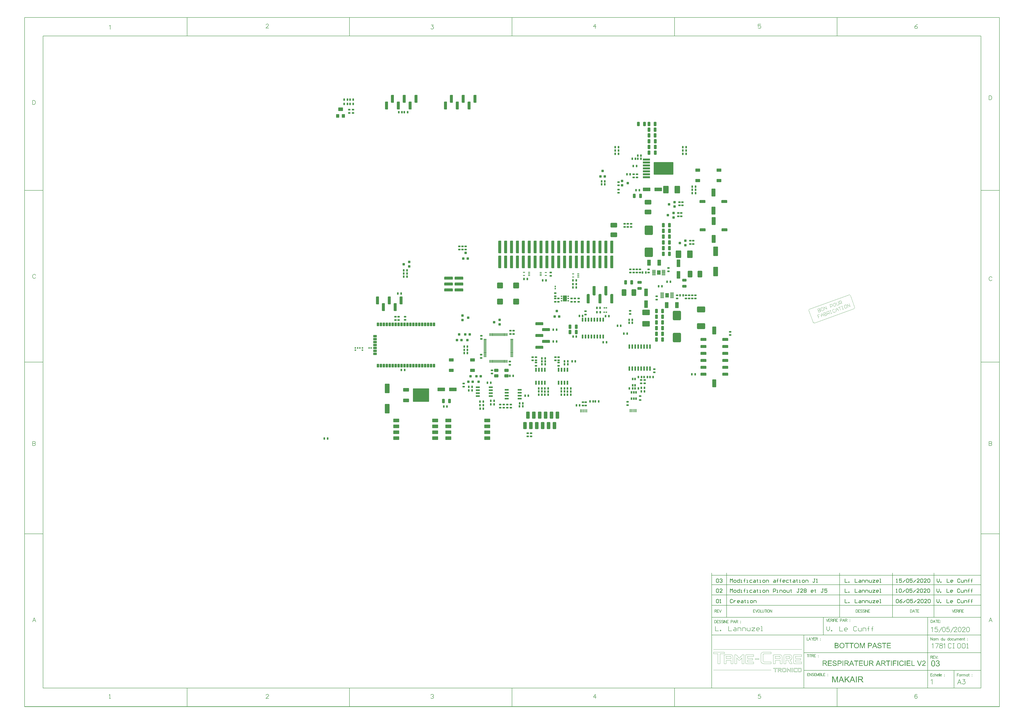
<source format=gbp>
G04*
G04 #@! TF.GenerationSoftware,Altium Limited,Altium Designer,20.0.10 (225)*
G04*
G04 Layer_Color=128*
%FSLAX44Y44*%
%MOMM*%
G71*
G01*
G75*
%ADD12C,0.1500*%
%ADD13C,0.1016*%
%ADD14C,0.1020*%
%ADD15C,0.1270*%
%ADD16C,0.0127*%
%ADD17C,0.1778*%
%ADD18C,0.2540*%
G04:AMPARAMS|DCode=23|XSize=1mm|YSize=0.6mm|CornerRadius=0.075mm|HoleSize=0mm|Usage=FLASHONLY|Rotation=180.000|XOffset=0mm|YOffset=0mm|HoleType=Round|Shape=RoundedRectangle|*
%AMROUNDEDRECTD23*
21,1,1.0000,0.4500,0,0,180.0*
21,1,0.8500,0.6000,0,0,180.0*
1,1,0.1500,-0.4250,0.2250*
1,1,0.1500,0.4250,0.2250*
1,1,0.1500,0.4250,-0.2250*
1,1,0.1500,-0.4250,-0.2250*
%
%ADD23ROUNDEDRECTD23*%
G04:AMPARAMS|DCode=24|XSize=2.1mm|YSize=1.4mm|CornerRadius=0.175mm|HoleSize=0mm|Usage=FLASHONLY|Rotation=0.000|XOffset=0mm|YOffset=0mm|HoleType=Round|Shape=RoundedRectangle|*
%AMROUNDEDRECTD24*
21,1,2.1000,1.0500,0,0,0.0*
21,1,1.7500,1.4000,0,0,0.0*
1,1,0.3500,0.8750,-0.5250*
1,1,0.3500,-0.8750,-0.5250*
1,1,0.3500,-0.8750,0.5250*
1,1,0.3500,0.8750,0.5250*
%
%ADD24ROUNDEDRECTD24*%
G04:AMPARAMS|DCode=25|XSize=1mm|YSize=0.6mm|CornerRadius=0.075mm|HoleSize=0mm|Usage=FLASHONLY|Rotation=90.000|XOffset=0mm|YOffset=0mm|HoleType=Round|Shape=RoundedRectangle|*
%AMROUNDEDRECTD25*
21,1,1.0000,0.4500,0,0,90.0*
21,1,0.8500,0.6000,0,0,90.0*
1,1,0.1500,0.2250,0.4250*
1,1,0.1500,0.2250,-0.4250*
1,1,0.1500,-0.2250,-0.4250*
1,1,0.1500,-0.2250,0.4250*
%
%ADD25ROUNDEDRECTD25*%
G04:AMPARAMS|DCode=26|XSize=1.8mm|YSize=1.14mm|CornerRadius=0.1425mm|HoleSize=0mm|Usage=FLASHONLY|Rotation=90.000|XOffset=0mm|YOffset=0mm|HoleType=Round|Shape=RoundedRectangle|*
%AMROUNDEDRECTD26*
21,1,1.8000,0.8550,0,0,90.0*
21,1,1.5150,1.1400,0,0,90.0*
1,1,0.2850,0.4275,0.7575*
1,1,0.2850,0.4275,-0.7575*
1,1,0.2850,-0.4275,-0.7575*
1,1,0.2850,-0.4275,0.7575*
%
%ADD26ROUNDEDRECTD26*%
G04:AMPARAMS|DCode=27|XSize=1mm|YSize=1mm|CornerRadius=0.125mm|HoleSize=0mm|Usage=FLASHONLY|Rotation=0.000|XOffset=0mm|YOffset=0mm|HoleType=Round|Shape=RoundedRectangle|*
%AMROUNDEDRECTD27*
21,1,1.0000,0.7500,0,0,0.0*
21,1,0.7500,1.0000,0,0,0.0*
1,1,0.2500,0.3750,-0.3750*
1,1,0.2500,-0.3750,-0.3750*
1,1,0.2500,-0.3750,0.3750*
1,1,0.2500,0.3750,0.3750*
%
%ADD27ROUNDEDRECTD27*%
G04:AMPARAMS|DCode=28|XSize=1mm|YSize=1mm|CornerRadius=0.125mm|HoleSize=0mm|Usage=FLASHONLY|Rotation=270.000|XOffset=0mm|YOffset=0mm|HoleType=Round|Shape=RoundedRectangle|*
%AMROUNDEDRECTD28*
21,1,1.0000,0.7500,0,0,270.0*
21,1,0.7500,1.0000,0,0,270.0*
1,1,0.2500,-0.3750,-0.3750*
1,1,0.2500,-0.3750,0.3750*
1,1,0.2500,0.3750,0.3750*
1,1,0.2500,0.3750,-0.3750*
%
%ADD28ROUNDEDRECTD28*%
G04:AMPARAMS|DCode=65|XSize=1.8mm|YSize=1.4mm|CornerRadius=0.175mm|HoleSize=0mm|Usage=FLASHONLY|Rotation=0.000|XOffset=0mm|YOffset=0mm|HoleType=Round|Shape=RoundedRectangle|*
%AMROUNDEDRECTD65*
21,1,1.8000,1.0500,0,0,0.0*
21,1,1.4500,1.4000,0,0,0.0*
1,1,0.3500,0.7250,-0.5250*
1,1,0.3500,-0.7250,-0.5250*
1,1,0.3500,-0.7250,0.5250*
1,1,0.3500,0.7250,0.5250*
%
%ADD65ROUNDEDRECTD65*%
%ADD66R,1.5700X1.8800*%
G04:AMPARAMS|DCode=67|XSize=1.6mm|YSize=0.3mm|CornerRadius=0.0375mm|HoleSize=0mm|Usage=FLASHONLY|Rotation=0.000|XOffset=0mm|YOffset=0mm|HoleType=Round|Shape=RoundedRectangle|*
%AMROUNDEDRECTD67*
21,1,1.6000,0.2250,0,0,0.0*
21,1,1.5250,0.3000,0,0,0.0*
1,1,0.0750,0.7625,-0.1125*
1,1,0.0750,-0.7625,-0.1125*
1,1,0.0750,-0.7625,0.1125*
1,1,0.0750,0.7625,0.1125*
%
%ADD67ROUNDEDRECTD67*%
G04:AMPARAMS|DCode=68|XSize=5.35mm|YSize=8.54mm|CornerRadius=0.2675mm|HoleSize=0mm|Usage=FLASHONLY|Rotation=90.000|XOffset=0mm|YOffset=0mm|HoleType=Round|Shape=RoundedRectangle|*
%AMROUNDEDRECTD68*
21,1,5.3500,8.0050,0,0,90.0*
21,1,4.8150,8.5400,0,0,90.0*
1,1,0.5350,4.0025,2.4075*
1,1,0.5350,4.0025,-2.4075*
1,1,0.5350,-4.0025,-2.4075*
1,1,0.5350,-4.0025,2.4075*
%
%ADD68ROUNDEDRECTD68*%
G04:AMPARAMS|DCode=69|XSize=0.89mm|YSize=3.06mm|CornerRadius=0.1113mm|HoleSize=0mm|Usage=FLASHONLY|Rotation=90.000|XOffset=0mm|YOffset=0mm|HoleType=Round|Shape=RoundedRectangle|*
%AMROUNDEDRECTD69*
21,1,0.8900,2.8375,0,0,90.0*
21,1,0.6675,3.0600,0,0,90.0*
1,1,0.2225,1.4188,0.3338*
1,1,0.2225,1.4188,-0.3338*
1,1,0.2225,-1.4188,-0.3338*
1,1,0.2225,-1.4188,0.3338*
%
%ADD69ROUNDEDRECTD69*%
G04:AMPARAMS|DCode=70|XSize=0.6mm|YSize=1.1mm|CornerRadius=0.075mm|HoleSize=0mm|Usage=FLASHONLY|Rotation=180.000|XOffset=0mm|YOffset=0mm|HoleType=Round|Shape=RoundedRectangle|*
%AMROUNDEDRECTD70*
21,1,0.6000,0.9500,0,0,180.0*
21,1,0.4500,1.1000,0,0,180.0*
1,1,0.1500,-0.2250,0.4750*
1,1,0.1500,0.2250,0.4750*
1,1,0.1500,0.2250,-0.4750*
1,1,0.1500,-0.2250,-0.4750*
%
%ADD70ROUNDEDRECTD70*%
G04:AMPARAMS|DCode=71|XSize=1.75mm|YSize=0.7mm|CornerRadius=0.0875mm|HoleSize=0mm|Usage=FLASHONLY|Rotation=0.000|XOffset=0mm|YOffset=0mm|HoleType=Round|Shape=RoundedRectangle|*
%AMROUNDEDRECTD71*
21,1,1.7500,0.5250,0,0,0.0*
21,1,1.5750,0.7000,0,0,0.0*
1,1,0.1750,0.7875,-0.2625*
1,1,0.1750,-0.7875,-0.2625*
1,1,0.1750,-0.7875,0.2625*
1,1,0.1750,0.7875,0.2625*
%
%ADD71ROUNDEDRECTD71*%
G04:AMPARAMS|DCode=72|XSize=0.6mm|YSize=1.85mm|CornerRadius=0.075mm|HoleSize=0mm|Usage=FLASHONLY|Rotation=0.000|XOffset=0mm|YOffset=0mm|HoleType=Round|Shape=RoundedRectangle|*
%AMROUNDEDRECTD72*
21,1,0.6000,1.7000,0,0,0.0*
21,1,0.4500,1.8500,0,0,0.0*
1,1,0.1500,0.2250,-0.8500*
1,1,0.1500,-0.2250,-0.8500*
1,1,0.1500,-0.2250,0.8500*
1,1,0.1500,0.2250,0.8500*
%
%ADD72ROUNDEDRECTD72*%
G04:AMPARAMS|DCode=73|XSize=0.6mm|YSize=1.65mm|CornerRadius=0.075mm|HoleSize=0mm|Usage=FLASHONLY|Rotation=180.000|XOffset=0mm|YOffset=0mm|HoleType=Round|Shape=RoundedRectangle|*
%AMROUNDEDRECTD73*
21,1,0.6000,1.5000,0,0,180.0*
21,1,0.4500,1.6500,0,0,180.0*
1,1,0.1500,-0.2250,0.7500*
1,1,0.1500,0.2250,0.7500*
1,1,0.1500,0.2250,-0.7500*
1,1,0.1500,-0.2250,-0.7500*
%
%ADD73ROUNDEDRECTD73*%
G04:AMPARAMS|DCode=74|XSize=0.4mm|YSize=0.9mm|CornerRadius=0.05mm|HoleSize=0mm|Usage=FLASHONLY|Rotation=270.000|XOffset=0mm|YOffset=0mm|HoleType=Round|Shape=RoundedRectangle|*
%AMROUNDEDRECTD74*
21,1,0.4000,0.8000,0,0,270.0*
21,1,0.3000,0.9000,0,0,270.0*
1,1,0.1000,-0.4000,-0.1500*
1,1,0.1000,-0.4000,0.1500*
1,1,0.1000,0.4000,0.1500*
1,1,0.1000,0.4000,-0.1500*
%
%ADD74ROUNDEDRECTD74*%
G04:AMPARAMS|DCode=75|XSize=3.3mm|YSize=2.3mm|CornerRadius=0.2875mm|HoleSize=0mm|Usage=FLASHONLY|Rotation=270.000|XOffset=0mm|YOffset=0mm|HoleType=Round|Shape=RoundedRectangle|*
%AMROUNDEDRECTD75*
21,1,3.3000,1.7250,0,0,270.0*
21,1,2.7250,2.3000,0,0,270.0*
1,1,0.5750,-0.8625,-1.3625*
1,1,0.5750,-0.8625,1.3625*
1,1,0.5750,0.8625,1.3625*
1,1,0.5750,0.8625,-1.3625*
%
%ADD75ROUNDEDRECTD75*%
G04:AMPARAMS|DCode=76|XSize=0.45mm|YSize=0.7mm|CornerRadius=0.0563mm|HoleSize=0mm|Usage=FLASHONLY|Rotation=0.000|XOffset=0mm|YOffset=0mm|HoleType=Round|Shape=RoundedRectangle|*
%AMROUNDEDRECTD76*
21,1,0.4500,0.5875,0,0,0.0*
21,1,0.3375,0.7000,0,0,0.0*
1,1,0.1125,0.1688,-0.2938*
1,1,0.1125,-0.1688,-0.2938*
1,1,0.1125,-0.1688,0.2938*
1,1,0.1125,0.1688,0.2938*
%
%ADD76ROUNDEDRECTD76*%
G04:AMPARAMS|DCode=77|XSize=2.54mm|YSize=1.52mm|CornerRadius=0.19mm|HoleSize=0mm|Usage=FLASHONLY|Rotation=0.000|XOffset=0mm|YOffset=0mm|HoleType=Round|Shape=RoundedRectangle|*
%AMROUNDEDRECTD77*
21,1,2.5400,1.1400,0,0,0.0*
21,1,2.1600,1.5200,0,0,0.0*
1,1,0.3800,1.0800,-0.5700*
1,1,0.3800,-1.0800,-0.5700*
1,1,0.3800,-1.0800,0.5700*
1,1,0.3800,1.0800,0.5700*
%
%ADD77ROUNDEDRECTD77*%
G04:AMPARAMS|DCode=78|XSize=1.524mm|YSize=1.016mm|CornerRadius=0.127mm|HoleSize=0mm|Usage=FLASHONLY|Rotation=270.000|XOffset=0mm|YOffset=0mm|HoleType=Round|Shape=RoundedRectangle|*
%AMROUNDEDRECTD78*
21,1,1.5240,0.7620,0,0,270.0*
21,1,1.2700,1.0160,0,0,270.0*
1,1,0.2540,-0.3810,-0.6350*
1,1,0.2540,-0.3810,0.6350*
1,1,0.2540,0.3810,0.6350*
1,1,0.2540,0.3810,-0.6350*
%
%ADD78ROUNDEDRECTD78*%
G04:AMPARAMS|DCode=79|XSize=1.524mm|YSize=1.016mm|CornerRadius=0.127mm|HoleSize=0mm|Usage=FLASHONLY|Rotation=180.000|XOffset=0mm|YOffset=0mm|HoleType=Round|Shape=RoundedRectangle|*
%AMROUNDEDRECTD79*
21,1,1.5240,0.7620,0,0,180.0*
21,1,1.2700,1.0160,0,0,180.0*
1,1,0.2540,-0.6350,0.3810*
1,1,0.2540,0.6350,0.3810*
1,1,0.2540,0.6350,-0.3810*
1,1,0.2540,-0.6350,-0.3810*
%
%ADD79ROUNDEDRECTD79*%
G04:AMPARAMS|DCode=80|XSize=0.7mm|YSize=1mm|CornerRadius=0.0875mm|HoleSize=0mm|Usage=FLASHONLY|Rotation=90.000|XOffset=0mm|YOffset=0mm|HoleType=Round|Shape=RoundedRectangle|*
%AMROUNDEDRECTD80*
21,1,0.7000,0.8250,0,0,90.0*
21,1,0.5250,1.0000,0,0,90.0*
1,1,0.1750,0.4125,0.2625*
1,1,0.1750,0.4125,-0.2625*
1,1,0.1750,-0.4125,-0.2625*
1,1,0.1750,-0.4125,0.2625*
%
%ADD80ROUNDEDRECTD80*%
G04:AMPARAMS|DCode=81|XSize=0.3mm|YSize=1.2mm|CornerRadius=0.0375mm|HoleSize=0mm|Usage=FLASHONLY|Rotation=90.000|XOffset=0mm|YOffset=0mm|HoleType=Round|Shape=RoundedRectangle|*
%AMROUNDEDRECTD81*
21,1,0.3000,1.1250,0,0,90.0*
21,1,0.2250,1.2000,0,0,90.0*
1,1,0.0750,0.5625,0.1125*
1,1,0.0750,0.5625,-0.1125*
1,1,0.0750,-0.5625,-0.1125*
1,1,0.0750,-0.5625,0.1125*
%
%ADD81ROUNDEDRECTD81*%
G04:AMPARAMS|DCode=82|XSize=0.3mm|YSize=1.2mm|CornerRadius=0.0375mm|HoleSize=0mm|Usage=FLASHONLY|Rotation=0.000|XOffset=0mm|YOffset=0mm|HoleType=Round|Shape=RoundedRectangle|*
%AMROUNDEDRECTD82*
21,1,0.3000,1.1250,0,0,0.0*
21,1,0.2250,1.2000,0,0,0.0*
1,1,0.0750,0.1125,-0.5625*
1,1,0.0750,-0.1125,-0.5625*
1,1,0.0750,-0.1125,0.5625*
1,1,0.0750,0.1125,0.5625*
%
%ADD82ROUNDEDRECTD82*%
G04:AMPARAMS|DCode=83|XSize=0.7mm|YSize=0.5mm|CornerRadius=0.0625mm|HoleSize=0mm|Usage=FLASHONLY|Rotation=180.000|XOffset=0mm|YOffset=0mm|HoleType=Round|Shape=RoundedRectangle|*
%AMROUNDEDRECTD83*
21,1,0.7000,0.3750,0,0,180.0*
21,1,0.5750,0.5000,0,0,180.0*
1,1,0.1250,-0.2875,0.1875*
1,1,0.1250,0.2875,0.1875*
1,1,0.1250,0.2875,-0.1875*
1,1,0.1250,-0.2875,-0.1875*
%
%ADD83ROUNDEDRECTD83*%
G04:AMPARAMS|DCode=84|XSize=4.1mm|YSize=3.5mm|CornerRadius=0.4375mm|HoleSize=0mm|Usage=FLASHONLY|Rotation=90.000|XOffset=0mm|YOffset=0mm|HoleType=Round|Shape=RoundedRectangle|*
%AMROUNDEDRECTD84*
21,1,4.1000,2.6250,0,0,90.0*
21,1,3.2250,3.5000,0,0,90.0*
1,1,0.8750,1.3125,1.6125*
1,1,0.8750,1.3125,-1.6125*
1,1,0.8750,-1.3125,-1.6125*
1,1,0.8750,-1.3125,1.6125*
%
%ADD84ROUNDEDRECTD84*%
G04:AMPARAMS|DCode=85|XSize=2mm|YSize=2.8mm|CornerRadius=0.25mm|HoleSize=0mm|Usage=FLASHONLY|Rotation=90.000|XOffset=0mm|YOffset=0mm|HoleType=Round|Shape=RoundedRectangle|*
%AMROUNDEDRECTD85*
21,1,2.0000,2.3000,0,0,90.0*
21,1,1.5000,2.8000,0,0,90.0*
1,1,0.5000,1.1500,0.7500*
1,1,0.5000,1.1500,-0.7500*
1,1,0.5000,-1.1500,-0.7500*
1,1,0.5000,-1.1500,0.7500*
%
%ADD85ROUNDEDRECTD85*%
G04:AMPARAMS|DCode=86|XSize=1.1mm|YSize=0.6mm|CornerRadius=0.075mm|HoleSize=0mm|Usage=FLASHONLY|Rotation=270.000|XOffset=0mm|YOffset=0mm|HoleType=Round|Shape=RoundedRectangle|*
%AMROUNDEDRECTD86*
21,1,1.1000,0.4500,0,0,270.0*
21,1,0.9500,0.6000,0,0,270.0*
1,1,0.1500,-0.2250,-0.4750*
1,1,0.1500,-0.2250,0.4750*
1,1,0.1500,0.2250,0.4750*
1,1,0.1500,0.2250,-0.4750*
%
%ADD86ROUNDEDRECTD86*%
G04:AMPARAMS|DCode=87|XSize=7mm|YSize=5.8mm|CornerRadius=0.261mm|HoleSize=0mm|Usage=FLASHONLY|Rotation=0.000|XOffset=0mm|YOffset=0mm|HoleType=Round|Shape=RoundedRectangle|*
%AMROUNDEDRECTD87*
21,1,7.0000,5.2780,0,0,0.0*
21,1,6.4780,5.8000,0,0,0.0*
1,1,0.5220,3.2390,-2.6390*
1,1,0.5220,-3.2390,-2.6390*
1,1,0.5220,-3.2390,2.6390*
1,1,0.5220,3.2390,2.6390*
%
%ADD87ROUNDEDRECTD87*%
G04:AMPARAMS|DCode=88|XSize=2.5mm|YSize=1.5mm|CornerRadius=0.1875mm|HoleSize=0mm|Usage=FLASHONLY|Rotation=0.000|XOffset=0mm|YOffset=0mm|HoleType=Round|Shape=RoundedRectangle|*
%AMROUNDEDRECTD88*
21,1,2.5000,1.1250,0,0,0.0*
21,1,2.1250,1.5000,0,0,0.0*
1,1,0.3750,1.0625,-0.5625*
1,1,0.3750,-1.0625,-0.5625*
1,1,0.3750,-1.0625,0.5625*
1,1,0.3750,1.0625,0.5625*
%
%ADD88ROUNDEDRECTD88*%
G04:AMPARAMS|DCode=89|XSize=3.5mm|YSize=2.5mm|CornerRadius=0.3125mm|HoleSize=0mm|Usage=FLASHONLY|Rotation=0.000|XOffset=0mm|YOffset=0mm|HoleType=Round|Shape=RoundedRectangle|*
%AMROUNDEDRECTD89*
21,1,3.5000,1.8750,0,0,0.0*
21,1,2.8750,2.5000,0,0,0.0*
1,1,0.6250,1.4375,-0.9375*
1,1,0.6250,-1.4375,-0.9375*
1,1,0.6250,-1.4375,0.9375*
1,1,0.6250,1.4375,0.9375*
%
%ADD89ROUNDEDRECTD89*%
G04:AMPARAMS|DCode=90|XSize=2.5mm|YSize=1.6mm|CornerRadius=0.2mm|HoleSize=0mm|Usage=FLASHONLY|Rotation=270.000|XOffset=0mm|YOffset=0mm|HoleType=Round|Shape=RoundedRectangle|*
%AMROUNDEDRECTD90*
21,1,2.5000,1.2000,0,0,270.0*
21,1,2.1000,1.6000,0,0,270.0*
1,1,0.4000,-0.6000,-1.0500*
1,1,0.4000,-0.6000,1.0500*
1,1,0.4000,0.6000,1.0500*
1,1,0.4000,0.6000,-1.0500*
%
%ADD90ROUNDEDRECTD90*%
G04:AMPARAMS|DCode=91|XSize=0.45mm|YSize=0.7mm|CornerRadius=0.0563mm|HoleSize=0mm|Usage=FLASHONLY|Rotation=270.000|XOffset=0mm|YOffset=0mm|HoleType=Round|Shape=RoundedRectangle|*
%AMROUNDEDRECTD91*
21,1,0.4500,0.5875,0,0,270.0*
21,1,0.3375,0.7000,0,0,270.0*
1,1,0.1125,-0.2938,-0.1688*
1,1,0.1125,-0.2938,0.1688*
1,1,0.1125,0.2938,0.1688*
1,1,0.1125,0.2938,-0.1688*
%
%ADD91ROUNDEDRECTD91*%
%ADD92R,1.7500X2.5000*%
G04:AMPARAMS|DCode=93|XSize=3mm|YSize=1.5mm|CornerRadius=0.1875mm|HoleSize=0mm|Usage=FLASHONLY|Rotation=270.000|XOffset=0mm|YOffset=0mm|HoleType=Round|Shape=RoundedRectangle|*
%AMROUNDEDRECTD93*
21,1,3.0000,1.1250,0,0,270.0*
21,1,2.6250,1.5000,0,0,270.0*
1,1,0.3750,-0.5625,-1.3125*
1,1,0.3750,-0.5625,1.3125*
1,1,0.3750,0.5625,1.3125*
1,1,0.3750,0.5625,-1.3125*
%
%ADD93ROUNDEDRECTD93*%
G04:AMPARAMS|DCode=94|XSize=1.27mm|YSize=3.43mm|CornerRadius=0.1588mm|HoleSize=0mm|Usage=FLASHONLY|Rotation=180.000|XOffset=0mm|YOffset=0mm|HoleType=Round|Shape=RoundedRectangle|*
%AMROUNDEDRECTD94*
21,1,1.2700,3.1125,0,0,180.0*
21,1,0.9525,3.4300,0,0,180.0*
1,1,0.3175,-0.4763,1.5563*
1,1,0.3175,0.4763,1.5563*
1,1,0.3175,0.4763,-1.5563*
1,1,0.3175,-0.4763,-1.5563*
%
%ADD94ROUNDEDRECTD94*%
G04:AMPARAMS|DCode=95|XSize=1.27mm|YSize=3.43mm|CornerRadius=0.1588mm|HoleSize=0mm|Usage=FLASHONLY|Rotation=90.000|XOffset=0mm|YOffset=0mm|HoleType=Round|Shape=RoundedRectangle|*
%AMROUNDEDRECTD95*
21,1,1.2700,3.1125,0,0,90.0*
21,1,0.9525,3.4300,0,0,90.0*
1,1,0.3175,1.5563,0.4763*
1,1,0.3175,1.5563,-0.4763*
1,1,0.3175,-1.5563,-0.4763*
1,1,0.3175,-1.5563,0.4763*
%
%ADD95ROUNDEDRECTD95*%
G04:AMPARAMS|DCode=96|XSize=1.27mm|YSize=3.18mm|CornerRadius=0.1588mm|HoleSize=0mm|Usage=FLASHONLY|Rotation=0.000|XOffset=0mm|YOffset=0mm|HoleType=Round|Shape=RoundedRectangle|*
%AMROUNDEDRECTD96*
21,1,1.2700,2.8625,0,0,0.0*
21,1,0.9525,3.1800,0,0,0.0*
1,1,0.3175,0.4763,-1.4312*
1,1,0.3175,-0.4763,-1.4312*
1,1,0.3175,-0.4763,1.4312*
1,1,0.3175,0.4763,1.4312*
%
%ADD96ROUNDEDRECTD96*%
G04:AMPARAMS|DCode=97|XSize=1.27mm|YSize=2.54mm|CornerRadius=0.1588mm|HoleSize=0mm|Usage=FLASHONLY|Rotation=90.000|XOffset=0mm|YOffset=0mm|HoleType=Round|Shape=RoundedRectangle|*
%AMROUNDEDRECTD97*
21,1,1.2700,2.2225,0,0,90.0*
21,1,0.9525,2.5400,0,0,90.0*
1,1,0.3175,1.1113,0.4763*
1,1,0.3175,1.1113,-0.4763*
1,1,0.3175,-1.1113,-0.4763*
1,1,0.3175,-1.1113,0.4763*
%
%ADD97ROUNDEDRECTD97*%
G04:AMPARAMS|DCode=98|XSize=3.43mm|YSize=1.65mm|CornerRadius=0.2063mm|HoleSize=0mm|Usage=FLASHONLY|Rotation=90.000|XOffset=0mm|YOffset=0mm|HoleType=Round|Shape=RoundedRectangle|*
%AMROUNDEDRECTD98*
21,1,3.4300,1.2375,0,0,90.0*
21,1,3.0175,1.6500,0,0,90.0*
1,1,0.4125,0.6188,1.5088*
1,1,0.4125,0.6188,-1.5088*
1,1,0.4125,-0.6188,-1.5088*
1,1,0.4125,-0.6188,1.5088*
%
%ADD98ROUNDEDRECTD98*%
G04:AMPARAMS|DCode=99|XSize=1.27mm|YSize=3.68mm|CornerRadius=0.1588mm|HoleSize=0mm|Usage=FLASHONLY|Rotation=90.000|XOffset=0mm|YOffset=0mm|HoleType=Round|Shape=RoundedRectangle|*
%AMROUNDEDRECTD99*
21,1,1.2700,3.3625,0,0,90.0*
21,1,0.9525,3.6800,0,0,90.0*
1,1,0.3175,1.6813,0.4763*
1,1,0.3175,1.6813,-0.4763*
1,1,0.3175,-1.6813,-0.4763*
1,1,0.3175,-1.6813,0.4763*
%
%ADD99ROUNDEDRECTD99*%
G04:AMPARAMS|DCode=100|XSize=0.4mm|YSize=1.35mm|CornerRadius=0.05mm|HoleSize=0mm|Usage=FLASHONLY|Rotation=180.000|XOffset=0mm|YOffset=0mm|HoleType=Round|Shape=RoundedRectangle|*
%AMROUNDEDRECTD100*
21,1,0.4000,1.2500,0,0,180.0*
21,1,0.3000,1.3500,0,0,180.0*
1,1,0.1000,-0.1500,0.6250*
1,1,0.1000,0.1500,0.6250*
1,1,0.1000,0.1500,-0.6250*
1,1,0.1000,-0.1500,-0.6250*
%
%ADD100ROUNDEDRECTD100*%
G04:AMPARAMS|DCode=101|XSize=1.27mm|YSize=5.47mm|CornerRadius=0.1588mm|HoleSize=0mm|Usage=FLASHONLY|Rotation=180.000|XOffset=0mm|YOffset=0mm|HoleType=Round|Shape=RoundedRectangle|*
%AMROUNDEDRECTD101*
21,1,1.2700,5.1525,0,0,180.0*
21,1,0.9525,5.4700,0,0,180.0*
1,1,0.3175,-0.4763,2.5763*
1,1,0.3175,0.4763,2.5763*
1,1,0.3175,0.4763,-2.5763*
1,1,0.3175,-0.4763,-2.5763*
%
%ADD101ROUNDEDRECTD101*%
G04:AMPARAMS|DCode=102|XSize=4.1mm|YSize=2mm|CornerRadius=0.25mm|HoleSize=0mm|Usage=FLASHONLY|Rotation=90.000|XOffset=0mm|YOffset=0mm|HoleType=Round|Shape=RoundedRectangle|*
%AMROUNDEDRECTD102*
21,1,4.1000,1.5000,0,0,90.0*
21,1,3.6000,2.0000,0,0,90.0*
1,1,0.5000,0.7500,1.8000*
1,1,0.5000,0.7500,-1.8000*
1,1,0.5000,-0.7500,-1.8000*
1,1,0.5000,-0.7500,1.8000*
%
%ADD102ROUNDEDRECTD102*%
G04:AMPARAMS|DCode=103|XSize=3.2mm|YSize=1.6mm|CornerRadius=0.2mm|HoleSize=0mm|Usage=FLASHONLY|Rotation=90.000|XOffset=0mm|YOffset=0mm|HoleType=Round|Shape=RoundedRectangle|*
%AMROUNDEDRECTD103*
21,1,3.2000,1.2000,0,0,90.0*
21,1,2.8000,1.6000,0,0,90.0*
1,1,0.4000,0.6000,1.4000*
1,1,0.4000,0.6000,-1.4000*
1,1,0.4000,-0.6000,-1.4000*
1,1,0.4000,-0.6000,1.4000*
%
%ADD103ROUNDEDRECTD103*%
G04:AMPARAMS|DCode=104|XSize=0.5mm|YSize=0.6mm|CornerRadius=0.0625mm|HoleSize=0mm|Usage=FLASHONLY|Rotation=180.000|XOffset=0mm|YOffset=0mm|HoleType=Round|Shape=RoundedRectangle|*
%AMROUNDEDRECTD104*
21,1,0.5000,0.4750,0,0,180.0*
21,1,0.3750,0.6000,0,0,180.0*
1,1,0.1250,-0.1875,0.2375*
1,1,0.1250,0.1875,0.2375*
1,1,0.1250,0.1875,-0.2375*
1,1,0.1250,-0.1875,-0.2375*
%
%ADD104ROUNDEDRECTD104*%
G04:AMPARAMS|DCode=105|XSize=2.5mm|YSize=2.5mm|CornerRadius=0.3125mm|HoleSize=0mm|Usage=FLASHONLY|Rotation=270.000|XOffset=0mm|YOffset=0mm|HoleType=Round|Shape=RoundedRectangle|*
%AMROUNDEDRECTD105*
21,1,2.5000,1.8750,0,0,270.0*
21,1,1.8750,2.5000,0,0,270.0*
1,1,0.6250,-0.9375,-0.9375*
1,1,0.6250,-0.9375,0.9375*
1,1,0.6250,0.9375,0.9375*
1,1,0.6250,0.9375,-0.9375*
%
%ADD105ROUNDEDRECTD105*%
G04:AMPARAMS|DCode=106|XSize=2.5mm|YSize=2.5mm|CornerRadius=0.3125mm|HoleSize=0mm|Usage=FLASHONLY|Rotation=180.000|XOffset=0mm|YOffset=0mm|HoleType=Round|Shape=RoundedRectangle|*
%AMROUNDEDRECTD106*
21,1,2.5000,1.8750,0,0,180.0*
21,1,1.8750,2.5000,0,0,180.0*
1,1,0.6250,-0.9375,0.9375*
1,1,0.6250,0.9375,0.9375*
1,1,0.6250,0.9375,-0.9375*
1,1,0.6250,-0.9375,-0.9375*
%
%ADD106ROUNDEDRECTD106*%
G04:AMPARAMS|DCode=108|XSize=1.6mm|YSize=1.3mm|CornerRadius=0.1625mm|HoleSize=0mm|Usage=FLASHONLY|Rotation=270.000|XOffset=0mm|YOffset=0mm|HoleType=Round|Shape=RoundedRectangle|*
%AMROUNDEDRECTD108*
21,1,1.6000,0.9750,0,0,270.0*
21,1,1.2750,1.3000,0,0,270.0*
1,1,0.3250,-0.4875,-0.6375*
1,1,0.3250,-0.4875,0.6375*
1,1,0.3250,0.4875,0.6375*
1,1,0.3250,0.4875,-0.6375*
%
%ADD108ROUNDEDRECTD108*%
G04:AMPARAMS|DCode=109|XSize=1.6mm|YSize=2mm|CornerRadius=0.2mm|HoleSize=0mm|Usage=FLASHONLY|Rotation=270.000|XOffset=0mm|YOffset=0mm|HoleType=Round|Shape=RoundedRectangle|*
%AMROUNDEDRECTD109*
21,1,1.6000,1.6000,0,0,270.0*
21,1,1.2000,2.0000,0,0,270.0*
1,1,0.4000,-0.8000,-0.6000*
1,1,0.4000,-0.8000,0.6000*
1,1,0.4000,0.8000,0.6000*
1,1,0.4000,0.8000,-0.6000*
%
%ADD109ROUNDEDRECTD109*%
G04:AMPARAMS|DCode=110|XSize=3.2mm|YSize=1.6mm|CornerRadius=0.2mm|HoleSize=0mm|Usage=FLASHONLY|Rotation=0.000|XOffset=0mm|YOffset=0mm|HoleType=Round|Shape=RoundedRectangle|*
%AMROUNDEDRECTD110*
21,1,3.2000,1.2000,0,0,0.0*
21,1,2.8000,1.6000,0,0,0.0*
1,1,0.4000,1.4000,-0.6000*
1,1,0.4000,-1.4000,-0.6000*
1,1,0.4000,-1.4000,0.6000*
1,1,0.4000,1.4000,0.6000*
%
%ADD110ROUNDEDRECTD110*%
G04:AMPARAMS|DCode=111|XSize=1.8mm|YSize=1.14mm|CornerRadius=0.1425mm|HoleSize=0mm|Usage=FLASHONLY|Rotation=180.000|XOffset=0mm|YOffset=0mm|HoleType=Round|Shape=RoundedRectangle|*
%AMROUNDEDRECTD111*
21,1,1.8000,0.8550,0,0,180.0*
21,1,1.5150,1.1400,0,0,180.0*
1,1,0.2850,-0.7575,0.4275*
1,1,0.2850,0.7575,0.4275*
1,1,0.2850,0.7575,-0.4275*
1,1,0.2850,-0.7575,-0.4275*
%
%ADD111ROUNDEDRECTD111*%
G04:AMPARAMS|DCode=112|XSize=0.5mm|YSize=0.6mm|CornerRadius=0.0625mm|HoleSize=0mm|Usage=FLASHONLY|Rotation=90.000|XOffset=0mm|YOffset=0mm|HoleType=Round|Shape=RoundedRectangle|*
%AMROUNDEDRECTD112*
21,1,0.5000,0.4750,0,0,90.0*
21,1,0.3750,0.6000,0,0,90.0*
1,1,0.1250,0.2375,0.1875*
1,1,0.1250,0.2375,-0.1875*
1,1,0.1250,-0.2375,-0.1875*
1,1,0.1250,-0.2375,0.1875*
%
%ADD112ROUNDEDRECTD112*%
G04:AMPARAMS|DCode=113|XSize=0.7mm|YSize=0.5mm|CornerRadius=0.0625mm|HoleSize=0mm|Usage=FLASHONLY|Rotation=270.000|XOffset=0mm|YOffset=0mm|HoleType=Round|Shape=RoundedRectangle|*
%AMROUNDEDRECTD113*
21,1,0.7000,0.3750,0,0,270.0*
21,1,0.5750,0.5000,0,0,270.0*
1,1,0.1250,-0.1875,-0.2875*
1,1,0.1250,-0.1875,0.2875*
1,1,0.1250,0.1875,0.2875*
1,1,0.1250,0.1875,-0.2875*
%
%ADD113ROUNDEDRECTD113*%
G04:AMPARAMS|DCode=114|XSize=2mm|YSize=2.8mm|CornerRadius=0.25mm|HoleSize=0mm|Usage=FLASHONLY|Rotation=0.000|XOffset=0mm|YOffset=0mm|HoleType=Round|Shape=RoundedRectangle|*
%AMROUNDEDRECTD114*
21,1,2.0000,2.3000,0,0,0.0*
21,1,1.5000,2.8000,0,0,0.0*
1,1,0.5000,0.7500,-1.1500*
1,1,0.5000,-0.7500,-1.1500*
1,1,0.5000,-0.7500,1.1500*
1,1,0.5000,0.7500,1.1500*
%
%ADD114ROUNDEDRECTD114*%
G04:AMPARAMS|DCode=115|XSize=3.3mm|YSize=2.3mm|CornerRadius=0.2875mm|HoleSize=0mm|Usage=FLASHONLY|Rotation=180.000|XOffset=0mm|YOffset=0mm|HoleType=Round|Shape=RoundedRectangle|*
%AMROUNDEDRECTD115*
21,1,3.3000,1.7250,0,0,180.0*
21,1,2.7250,2.3000,0,0,180.0*
1,1,0.5750,-1.3625,0.8625*
1,1,0.5750,1.3625,0.8625*
1,1,0.5750,1.3625,-0.8625*
1,1,0.5750,-1.3625,-0.8625*
%
%ADD115ROUNDEDRECTD115*%
G04:AMPARAMS|DCode=116|XSize=1.75mm|YSize=0.7mm|CornerRadius=0.0875mm|HoleSize=0mm|Usage=FLASHONLY|Rotation=270.000|XOffset=0mm|YOffset=0mm|HoleType=Round|Shape=RoundedRectangle|*
%AMROUNDEDRECTD116*
21,1,1.7500,0.5250,0,0,270.0*
21,1,1.5750,0.7000,0,0,270.0*
1,1,0.1750,-0.2625,-0.7875*
1,1,0.1750,-0.2625,0.7875*
1,1,0.1750,0.2625,0.7875*
1,1,0.1750,0.2625,-0.7875*
%
%ADD116ROUNDEDRECTD116*%
G04:AMPARAMS|DCode=117|XSize=1.27mm|YSize=1.31mm|CornerRadius=0.3175mm|HoleSize=0mm|Usage=FLASHONLY|Rotation=180.000|XOffset=0mm|YOffset=0mm|HoleType=Round|Shape=RoundedRectangle|*
%AMROUNDEDRECTD117*
21,1,1.2700,0.6750,0,0,180.0*
21,1,0.6350,1.3100,0,0,180.0*
1,1,0.6350,-0.3175,0.3375*
1,1,0.6350,0.3175,0.3375*
1,1,0.6350,0.3175,-0.3375*
1,1,0.6350,-0.3175,-0.3375*
%
%ADD117ROUNDEDRECTD117*%
G36*
X2445200Y-729043D02*
X2445426D01*
X2446042Y-729108D01*
X2446722Y-729205D01*
X2447434Y-729367D01*
X2448212Y-729561D01*
X2448924Y-729821D01*
X2448956D01*
X2449021Y-729853D01*
X2449118Y-729918D01*
X2449248Y-729983D01*
X2449572Y-730144D01*
X2449993Y-730436D01*
X2450479Y-730760D01*
X2450964Y-731181D01*
X2451418Y-731666D01*
X2451839Y-732217D01*
Y-732250D01*
X2451871Y-732282D01*
X2451936Y-732379D01*
X2452001Y-732476D01*
X2452163Y-732800D01*
X2452357Y-733221D01*
X2452584Y-733739D01*
X2452746Y-734354D01*
X2452908Y-735002D01*
X2452972Y-735715D01*
X2450122Y-735941D01*
Y-735909D01*
Y-735844D01*
X2450090Y-735747D01*
X2450058Y-735585D01*
X2449960Y-735229D01*
X2449831Y-734743D01*
X2449637Y-734225D01*
X2449345Y-733707D01*
X2448989Y-733221D01*
X2448535Y-732768D01*
X2448471Y-732735D01*
X2448309Y-732606D01*
X2447985Y-732411D01*
X2447564Y-732217D01*
X2447013Y-732023D01*
X2446366Y-731829D01*
X2445556Y-731699D01*
X2444649Y-731666D01*
X2444196D01*
X2444002Y-731699D01*
X2443743Y-731731D01*
X2443160Y-731796D01*
X2442512Y-731926D01*
X2441864Y-732087D01*
X2441249Y-732347D01*
X2440990Y-732508D01*
X2440731Y-732671D01*
X2440666Y-732703D01*
X2440536Y-732832D01*
X2440342Y-733059D01*
X2440148Y-733318D01*
X2439921Y-733674D01*
X2439727Y-734063D01*
X2439597Y-734516D01*
X2439532Y-735035D01*
Y-735099D01*
Y-735229D01*
X2439565Y-735456D01*
X2439630Y-735715D01*
X2439727Y-736039D01*
X2439889Y-736362D01*
X2440083Y-736686D01*
X2440374Y-737010D01*
X2440407Y-737042D01*
X2440569Y-737140D01*
X2440698Y-737237D01*
X2440828Y-737301D01*
X2441022Y-737399D01*
X2441249Y-737528D01*
X2441540Y-737625D01*
X2441864Y-737755D01*
X2442220Y-737885D01*
X2442641Y-738046D01*
X2443095Y-738176D01*
X2443613Y-738338D01*
X2444196Y-738467D01*
X2444844Y-738629D01*
X2444876D01*
X2445005Y-738662D01*
X2445200Y-738694D01*
X2445426Y-738759D01*
X2445718Y-738824D01*
X2446074Y-738921D01*
X2446431Y-739018D01*
X2446819Y-739115D01*
X2447661Y-739342D01*
X2448471Y-739568D01*
X2448859Y-739698D01*
X2449216Y-739828D01*
X2449539Y-739925D01*
X2449798Y-740054D01*
X2449831D01*
X2449896Y-740087D01*
X2449993Y-740151D01*
X2450122Y-740216D01*
X2450479Y-740411D01*
X2450900Y-740670D01*
X2451385Y-741026D01*
X2451871Y-741414D01*
X2452325Y-741868D01*
X2452713Y-742354D01*
X2452746Y-742418D01*
X2452875Y-742580D01*
X2453005Y-742872D01*
X2453199Y-743260D01*
X2453361Y-743714D01*
X2453523Y-744264D01*
X2453620Y-744880D01*
X2453652Y-745527D01*
Y-745560D01*
Y-745592D01*
Y-745689D01*
Y-745819D01*
X2453587Y-746175D01*
X2453523Y-746628D01*
X2453393Y-747147D01*
X2453231Y-747697D01*
X2452972Y-748280D01*
X2452616Y-748895D01*
Y-748928D01*
X2452584Y-748960D01*
X2452422Y-749154D01*
X2452195Y-749446D01*
X2451871Y-749770D01*
X2451450Y-750158D01*
X2450932Y-750579D01*
X2450349Y-750968D01*
X2449669Y-751324D01*
X2449637D01*
X2449572Y-751357D01*
X2449475Y-751389D01*
X2449345Y-751454D01*
X2449151Y-751518D01*
X2448924Y-751616D01*
X2448406Y-751745D01*
X2447791Y-751907D01*
X2447046Y-752069D01*
X2446236Y-752166D01*
X2445362Y-752199D01*
X2444844D01*
X2444585Y-752166D01*
X2444293D01*
X2443969Y-752134D01*
X2443581Y-752102D01*
X2442771Y-751972D01*
X2441929Y-751842D01*
X2441087Y-751616D01*
X2440277Y-751324D01*
X2440245D01*
X2440180Y-751292D01*
X2440083Y-751227D01*
X2439953Y-751162D01*
X2439565Y-750968D01*
X2439111Y-750676D01*
X2438593Y-750288D01*
X2438043Y-749835D01*
X2437525Y-749284D01*
X2437039Y-748669D01*
Y-748636D01*
X2436974Y-748571D01*
X2436942Y-748474D01*
X2436844Y-748345D01*
X2436780Y-748183D01*
X2436683Y-747989D01*
X2436456Y-747503D01*
X2436229Y-746888D01*
X2436035Y-746207D01*
X2435905Y-745430D01*
X2435841Y-744621D01*
X2438626Y-744361D01*
Y-744394D01*
Y-744426D01*
X2438658Y-744523D01*
Y-744653D01*
X2438723Y-744944D01*
X2438820Y-745365D01*
X2438949Y-745786D01*
X2439079Y-746272D01*
X2439306Y-746726D01*
X2439532Y-747147D01*
X2439565Y-747179D01*
X2439662Y-747309D01*
X2439824Y-747535D01*
X2440083Y-747762D01*
X2440407Y-748053D01*
X2440763Y-748345D01*
X2441249Y-748636D01*
X2441767Y-748895D01*
X2441799D01*
X2441832Y-748928D01*
X2441929Y-748960D01*
X2442026Y-748992D01*
X2442350Y-749090D01*
X2442771Y-749219D01*
X2443289Y-749349D01*
X2443872Y-749446D01*
X2444520Y-749511D01*
X2445232Y-749543D01*
X2445524D01*
X2445847Y-749511D01*
X2446236Y-749478D01*
X2446689Y-749414D01*
X2447208Y-749349D01*
X2447726Y-749219D01*
X2448212Y-749057D01*
X2448276Y-749025D01*
X2448438Y-748960D01*
X2448665Y-748831D01*
X2448956Y-748701D01*
X2449248Y-748474D01*
X2449572Y-748248D01*
X2449896Y-747989D01*
X2450155Y-747665D01*
X2450187Y-747632D01*
X2450252Y-747503D01*
X2450349Y-747341D01*
X2450479Y-747082D01*
X2450608Y-746823D01*
X2450705Y-746499D01*
X2450770Y-746143D01*
X2450802Y-745754D01*
Y-745722D01*
Y-745560D01*
X2450770Y-745365D01*
X2450738Y-745106D01*
X2450641Y-744847D01*
X2450543Y-744523D01*
X2450381Y-744200D01*
X2450155Y-743908D01*
X2450122Y-743876D01*
X2450025Y-743779D01*
X2449896Y-743649D01*
X2449669Y-743455D01*
X2449410Y-743260D01*
X2449054Y-743034D01*
X2448633Y-742807D01*
X2448147Y-742613D01*
X2448114Y-742580D01*
X2447953Y-742548D01*
X2447693Y-742451D01*
X2447532Y-742418D01*
X2447305Y-742354D01*
X2447078Y-742256D01*
X2446787Y-742192D01*
X2446463Y-742094D01*
X2446074Y-741997D01*
X2445686Y-741900D01*
X2445232Y-741771D01*
X2444714Y-741641D01*
X2444164Y-741512D01*
X2444131D01*
X2444034Y-741479D01*
X2443872Y-741447D01*
X2443678Y-741382D01*
X2443419Y-741317D01*
X2443127Y-741253D01*
X2442480Y-741058D01*
X2441767Y-740832D01*
X2441022Y-740605D01*
X2440374Y-740378D01*
X2440083Y-740249D01*
X2439824Y-740119D01*
X2439792D01*
X2439759Y-740087D01*
X2439565Y-739957D01*
X2439273Y-739795D01*
X2438949Y-739536D01*
X2438561Y-739245D01*
X2438172Y-738888D01*
X2437784Y-738467D01*
X2437460Y-738014D01*
X2437427Y-737949D01*
X2437330Y-737787D01*
X2437201Y-737528D01*
X2437071Y-737204D01*
X2436942Y-736783D01*
X2436812Y-736298D01*
X2436715Y-735779D01*
X2436683Y-735229D01*
Y-735197D01*
Y-735164D01*
Y-735067D01*
Y-734937D01*
X2436747Y-734614D01*
X2436812Y-734193D01*
X2436909Y-733707D01*
X2437071Y-733156D01*
X2437298Y-732606D01*
X2437622Y-732055D01*
Y-732023D01*
X2437654Y-731990D01*
X2437816Y-731796D01*
X2438043Y-731537D01*
X2438334Y-731213D01*
X2438723Y-730857D01*
X2439209Y-730468D01*
X2439792Y-730112D01*
X2440439Y-729788D01*
X2440472D01*
X2440536Y-729756D01*
X2440634Y-729723D01*
X2440763Y-729659D01*
X2440925Y-729594D01*
X2441152Y-729529D01*
X2441638Y-729400D01*
X2442253Y-729270D01*
X2442965Y-729140D01*
X2443710Y-729043D01*
X2444552Y-729011D01*
X2444973D01*
X2445200Y-729043D01*
D02*
G37*
G36*
X2381531Y-751810D02*
X2378681D01*
Y-733059D01*
X2372139Y-751810D01*
X2369484D01*
X2363007Y-732735D01*
Y-751810D01*
X2360157D01*
Y-729400D01*
X2364594D01*
X2369905Y-745301D01*
Y-745333D01*
X2369937Y-745398D01*
X2369969Y-745495D01*
X2370034Y-745657D01*
X2370164Y-746046D01*
X2370326Y-746531D01*
X2370488Y-747082D01*
X2370682Y-747632D01*
X2370844Y-748150D01*
X2370973Y-748604D01*
X2371006Y-748539D01*
X2371038Y-748377D01*
X2371135Y-748086D01*
X2371265Y-747697D01*
X2371427Y-747179D01*
X2371653Y-746564D01*
X2371880Y-745851D01*
X2372172Y-745009D01*
X2377548Y-729400D01*
X2381531D01*
Y-751810D01*
D02*
G37*
G36*
X2493130Y-732055D02*
X2479884D01*
Y-738888D01*
X2492288D01*
Y-741544D01*
X2479884D01*
Y-749154D01*
X2493648D01*
Y-751810D01*
X2476905D01*
Y-729400D01*
X2493130D01*
Y-732055D01*
D02*
G37*
G36*
X2473796D02*
X2466412D01*
Y-751810D01*
X2463433D01*
Y-732055D01*
X2456049D01*
Y-729400D01*
X2473796D01*
Y-732055D01*
D02*
G37*
G36*
X2434448Y-751810D02*
X2431080D01*
X2428457Y-745009D01*
X2419065D01*
X2416636Y-751810D01*
X2413495D01*
X2422045Y-729400D01*
X2425283D01*
X2434448Y-751810D01*
D02*
G37*
G36*
X2404751Y-729432D02*
X2405302Y-729464D01*
X2405884Y-729497D01*
X2406435Y-729561D01*
X2406921Y-729626D01*
X2406985D01*
X2407212Y-729691D01*
X2407504Y-729756D01*
X2407892Y-729853D01*
X2408313Y-730015D01*
X2408767Y-730209D01*
X2409252Y-730436D01*
X2409673Y-730695D01*
X2409738Y-730727D01*
X2409868Y-730825D01*
X2410062Y-731019D01*
X2410321Y-731245D01*
X2410613Y-731537D01*
X2410904Y-731926D01*
X2411228Y-732347D01*
X2411487Y-732832D01*
X2411519Y-732897D01*
X2411584Y-733059D01*
X2411714Y-733351D01*
X2411843Y-733739D01*
X2411940Y-734193D01*
X2412070Y-734711D01*
X2412135Y-735294D01*
X2412167Y-735909D01*
Y-735941D01*
Y-736039D01*
Y-736168D01*
X2412135Y-736395D01*
X2412102Y-736621D01*
X2412070Y-736913D01*
X2412005Y-737237D01*
X2411940Y-737593D01*
X2411714Y-738338D01*
X2411584Y-738727D01*
X2411390Y-739147D01*
X2411163Y-739568D01*
X2410936Y-739957D01*
X2410645Y-740346D01*
X2410321Y-740734D01*
X2410289Y-740767D01*
X2410224Y-740832D01*
X2410127Y-740929D01*
X2409965Y-741026D01*
X2409771Y-741188D01*
X2409512Y-741350D01*
X2409188Y-741544D01*
X2408831Y-741706D01*
X2408410Y-741900D01*
X2407925Y-742094D01*
X2407406Y-742256D01*
X2406791Y-742386D01*
X2406143Y-742515D01*
X2405431Y-742613D01*
X2404621Y-742677D01*
X2403779Y-742710D01*
X2398047D01*
Y-751810D01*
X2395068D01*
Y-729400D01*
X2404265D01*
X2404751Y-729432D01*
D02*
G37*
G36*
X2332824Y-732055D02*
X2325440D01*
Y-751810D01*
X2322461D01*
Y-732055D01*
X2315077D01*
Y-729400D01*
X2332824D01*
Y-732055D01*
D02*
G37*
G36*
X2313684D02*
X2306301D01*
Y-751810D01*
X2303321D01*
Y-732055D01*
X2295937D01*
Y-729400D01*
X2313684D01*
Y-732055D01*
D02*
G37*
G36*
X2261285Y-729432D02*
X2261544D01*
X2262127Y-729497D01*
X2262775Y-729561D01*
X2263455Y-729691D01*
X2264135Y-729853D01*
X2264751Y-730080D01*
X2264783D01*
X2264815Y-730112D01*
X2265010Y-730209D01*
X2265301Y-730371D01*
X2265625Y-730598D01*
X2266014Y-730889D01*
X2266435Y-731245D01*
X2266823Y-731699D01*
X2267180Y-732185D01*
X2267212Y-732250D01*
X2267309Y-732444D01*
X2267471Y-732703D01*
X2267633Y-733092D01*
X2267795Y-733545D01*
X2267957Y-734031D01*
X2268054Y-734581D01*
X2268086Y-735132D01*
Y-735197D01*
Y-735358D01*
X2268054Y-735650D01*
X2267989Y-736006D01*
X2267892Y-736427D01*
X2267730Y-736880D01*
X2267536Y-737334D01*
X2267277Y-737820D01*
X2267244Y-737885D01*
X2267147Y-738014D01*
X2266953Y-738273D01*
X2266694Y-738532D01*
X2266370Y-738856D01*
X2265981Y-739212D01*
X2265495Y-739536D01*
X2264945Y-739860D01*
X2264977D01*
X2265042Y-739892D01*
X2265139Y-739925D01*
X2265269Y-739989D01*
X2265657Y-740119D01*
X2266111Y-740346D01*
X2266597Y-740637D01*
X2267147Y-740993D01*
X2267633Y-741414D01*
X2268086Y-741933D01*
X2268119Y-741997D01*
X2268248Y-742192D01*
X2268443Y-742483D01*
X2268637Y-742872D01*
X2268831Y-743390D01*
X2269025Y-743940D01*
X2269155Y-744588D01*
X2269187Y-745301D01*
Y-745333D01*
Y-745365D01*
Y-745560D01*
X2269155Y-745883D01*
X2269090Y-746272D01*
X2269025Y-746726D01*
X2268896Y-747211D01*
X2268734Y-747729D01*
X2268507Y-748248D01*
X2268475Y-748312D01*
X2268378Y-748474D01*
X2268248Y-748701D01*
X2268054Y-749025D01*
X2267795Y-749349D01*
X2267536Y-749705D01*
X2267212Y-750061D01*
X2266856Y-750353D01*
X2266823Y-750385D01*
X2266694Y-750482D01*
X2266467Y-750612D01*
X2266176Y-750741D01*
X2265819Y-750936D01*
X2265398Y-751130D01*
X2264945Y-751292D01*
X2264394Y-751454D01*
X2264330D01*
X2264135Y-751518D01*
X2263811Y-751551D01*
X2263390Y-751616D01*
X2262872Y-751681D01*
X2262257Y-751745D01*
X2261577Y-751778D01*
X2260800Y-751810D01*
X2252250D01*
Y-729400D01*
X2261059D01*
X2261285Y-729432D01*
D02*
G37*
G36*
X2346231Y-729043D02*
X2346523D01*
X2346814Y-729076D01*
X2347203Y-729140D01*
X2347591Y-729205D01*
X2348434Y-729367D01*
X2349405Y-729626D01*
X2350344Y-730015D01*
X2350830Y-730242D01*
X2351316Y-730501D01*
X2351348Y-730533D01*
X2351413Y-730565D01*
X2351542Y-730663D01*
X2351737Y-730760D01*
X2351931Y-730922D01*
X2352190Y-731116D01*
X2352741Y-731569D01*
X2353324Y-732152D01*
X2353971Y-732865D01*
X2354587Y-733707D01*
X2355105Y-734646D01*
Y-734678D01*
X2355170Y-734775D01*
X2355234Y-734905D01*
X2355299Y-735099D01*
X2355429Y-735358D01*
X2355526Y-735650D01*
X2355655Y-736006D01*
X2355785Y-736395D01*
X2355882Y-736816D01*
X2356012Y-737269D01*
X2356141Y-737787D01*
X2356238Y-738306D01*
X2356368Y-739439D01*
X2356432Y-740670D01*
Y-740702D01*
Y-740832D01*
Y-740993D01*
X2356400Y-741253D01*
Y-741544D01*
X2356368Y-741900D01*
X2356303Y-742289D01*
X2356271Y-742710D01*
X2356109Y-743649D01*
X2355850Y-744685D01*
X2355493Y-745722D01*
X2355299Y-746240D01*
X2355040Y-746758D01*
Y-746790D01*
X2354975Y-746888D01*
X2354910Y-747017D01*
X2354781Y-747211D01*
X2354651Y-747438D01*
X2354489Y-747665D01*
X2354036Y-748280D01*
X2353486Y-748928D01*
X2352838Y-749608D01*
X2352061Y-750256D01*
X2351154Y-750838D01*
X2351121D01*
X2351057Y-750903D01*
X2350895Y-750968D01*
X2350700Y-751065D01*
X2350474Y-751162D01*
X2350215Y-751260D01*
X2349891Y-751389D01*
X2349534Y-751518D01*
X2349146Y-751648D01*
X2348725Y-751778D01*
X2347786Y-751972D01*
X2346782Y-752134D01*
X2345713Y-752199D01*
X2345389D01*
X2345195Y-752166D01*
X2344904D01*
X2344580Y-752102D01*
X2344223Y-752069D01*
X2343802Y-752004D01*
X2342928Y-751810D01*
X2341989Y-751551D01*
X2341017Y-751162D01*
X2340531Y-750936D01*
X2340046Y-750676D01*
X2340013Y-750644D01*
X2339949Y-750612D01*
X2339819Y-750515D01*
X2339625Y-750385D01*
X2339430Y-750256D01*
X2339204Y-750061D01*
X2338653Y-749575D01*
X2338038Y-748992D01*
X2337390Y-748280D01*
X2336807Y-747470D01*
X2336257Y-746531D01*
Y-746499D01*
X2336192Y-746402D01*
X2336127Y-746272D01*
X2336062Y-746078D01*
X2335965Y-745819D01*
X2335868Y-745527D01*
X2335739Y-745203D01*
X2335641Y-744847D01*
X2335512Y-744426D01*
X2335382Y-744005D01*
X2335188Y-743034D01*
X2335058Y-742030D01*
X2334994Y-740929D01*
Y-740896D01*
Y-740864D01*
Y-740670D01*
X2335026Y-740378D01*
Y-739989D01*
X2335091Y-739536D01*
X2335156Y-738986D01*
X2335253Y-738370D01*
X2335382Y-737722D01*
X2335512Y-737042D01*
X2335706Y-736330D01*
X2335965Y-735618D01*
X2336257Y-734873D01*
X2336581Y-734160D01*
X2337001Y-733448D01*
X2337455Y-732800D01*
X2337973Y-732185D01*
X2338006Y-732152D01*
X2338103Y-732055D01*
X2338297Y-731893D01*
X2338524Y-731699D01*
X2338815Y-731440D01*
X2339171Y-731181D01*
X2339592Y-730889D01*
X2340078Y-730598D01*
X2340596Y-730306D01*
X2341179Y-730015D01*
X2341827Y-729756D01*
X2342507Y-729497D01*
X2343252Y-729302D01*
X2344029Y-729140D01*
X2344839Y-729043D01*
X2345713Y-729011D01*
X2346005D01*
X2346231Y-729043D01*
D02*
G37*
G36*
X2283599D02*
X2283890D01*
X2284182Y-729076D01*
X2284570Y-729140D01*
X2284959Y-729205D01*
X2285801Y-729367D01*
X2286772Y-729626D01*
X2287712Y-730015D01*
X2288197Y-730242D01*
X2288683Y-730501D01*
X2288716Y-730533D01*
X2288780Y-730565D01*
X2288910Y-730663D01*
X2289104Y-730760D01*
X2289298Y-730922D01*
X2289557Y-731116D01*
X2290108Y-731569D01*
X2290691Y-732152D01*
X2291339Y-732865D01*
X2291954Y-733707D01*
X2292472Y-734646D01*
Y-734678D01*
X2292537Y-734775D01*
X2292602Y-734905D01*
X2292666Y-735099D01*
X2292796Y-735358D01*
X2292893Y-735650D01*
X2293023Y-736006D01*
X2293152Y-736395D01*
X2293249Y-736816D01*
X2293379Y-737269D01*
X2293508Y-737787D01*
X2293606Y-738306D01*
X2293735Y-739439D01*
X2293800Y-740670D01*
Y-740702D01*
Y-740832D01*
Y-740993D01*
X2293768Y-741253D01*
Y-741544D01*
X2293735Y-741900D01*
X2293670Y-742289D01*
X2293638Y-742710D01*
X2293476Y-743649D01*
X2293217Y-744685D01*
X2292861Y-745722D01*
X2292666Y-746240D01*
X2292407Y-746758D01*
Y-746790D01*
X2292343Y-746888D01*
X2292278Y-747017D01*
X2292148Y-747211D01*
X2292019Y-747438D01*
X2291857Y-747665D01*
X2291404Y-748280D01*
X2290853Y-748928D01*
X2290205Y-749608D01*
X2289428Y-750256D01*
X2288521Y-750838D01*
X2288489D01*
X2288424Y-750903D01*
X2288262Y-750968D01*
X2288068Y-751065D01*
X2287841Y-751162D01*
X2287582Y-751260D01*
X2287258Y-751389D01*
X2286902Y-751518D01*
X2286513Y-751648D01*
X2286092Y-751778D01*
X2285153Y-751972D01*
X2284149Y-752134D01*
X2283080Y-752199D01*
X2282757D01*
X2282562Y-752166D01*
X2282271D01*
X2281947Y-752102D01*
X2281591Y-752069D01*
X2281170Y-752004D01*
X2280295Y-751810D01*
X2279356Y-751551D01*
X2278385Y-751162D01*
X2277899Y-750936D01*
X2277413Y-750676D01*
X2277381Y-750644D01*
X2277316Y-750612D01*
X2277186Y-750515D01*
X2276992Y-750385D01*
X2276798Y-750256D01*
X2276571Y-750061D01*
X2276021Y-749575D01*
X2275405Y-748992D01*
X2274758Y-748280D01*
X2274175Y-747470D01*
X2273624Y-746531D01*
Y-746499D01*
X2273559Y-746402D01*
X2273495Y-746272D01*
X2273430Y-746078D01*
X2273333Y-745819D01*
X2273235Y-745527D01*
X2273106Y-745203D01*
X2273009Y-744847D01*
X2272879Y-744426D01*
X2272750Y-744005D01*
X2272555Y-743034D01*
X2272426Y-742030D01*
X2272361Y-740929D01*
Y-740896D01*
Y-740864D01*
Y-740670D01*
X2272393Y-740378D01*
Y-739989D01*
X2272458Y-739536D01*
X2272523Y-738986D01*
X2272620Y-738370D01*
X2272750Y-737722D01*
X2272879Y-737042D01*
X2273074Y-736330D01*
X2273333Y-735618D01*
X2273624Y-734873D01*
X2273948Y-734160D01*
X2274369Y-733448D01*
X2274822Y-732800D01*
X2275341Y-732185D01*
X2275373Y-732152D01*
X2275470Y-732055D01*
X2275664Y-731893D01*
X2275891Y-731699D01*
X2276183Y-731440D01*
X2276539Y-731181D01*
X2276960Y-730889D01*
X2277446Y-730598D01*
X2277964Y-730306D01*
X2278547Y-730015D01*
X2279194Y-729756D01*
X2279874Y-729497D01*
X2280619Y-729302D01*
X2281396Y-729140D01*
X2282206Y-729043D01*
X2283080Y-729011D01*
X2283372D01*
X2283599Y-729043D01*
D02*
G37*
G36*
X2251816Y-805233D02*
X2252043D01*
X2252658Y-805298D01*
X2253338Y-805395D01*
X2254051Y-805557D01*
X2254828Y-805751D01*
X2255540Y-806011D01*
X2255573D01*
X2255637Y-806043D01*
X2255735Y-806108D01*
X2255864Y-806172D01*
X2256188Y-806334D01*
X2256609Y-806626D01*
X2257095Y-806950D01*
X2257581Y-807371D01*
X2258034Y-807857D01*
X2258455Y-808407D01*
Y-808439D01*
X2258487Y-808472D01*
X2258552Y-808569D01*
X2258617Y-808666D01*
X2258779Y-808990D01*
X2258973Y-809411D01*
X2259200Y-809929D01*
X2259362Y-810545D01*
X2259524Y-811192D01*
X2259588Y-811905D01*
X2256738Y-812131D01*
Y-812099D01*
Y-812034D01*
X2256706Y-811937D01*
X2256674Y-811775D01*
X2256577Y-811419D01*
X2256447Y-810933D01*
X2256253Y-810415D01*
X2255961Y-809897D01*
X2255605Y-809411D01*
X2255152Y-808958D01*
X2255087Y-808925D01*
X2254925Y-808796D01*
X2254601Y-808601D01*
X2254180Y-808407D01*
X2253630Y-808213D01*
X2252982Y-808018D01*
X2252172Y-807889D01*
X2251265Y-807857D01*
X2250812D01*
X2250618Y-807889D01*
X2250359Y-807921D01*
X2249776Y-807986D01*
X2249128Y-808116D01*
X2248480Y-808278D01*
X2247865Y-808537D01*
X2247606Y-808699D01*
X2247347Y-808860D01*
X2247282Y-808893D01*
X2247153Y-809022D01*
X2246958Y-809249D01*
X2246764Y-809508D01*
X2246537Y-809864D01*
X2246343Y-810253D01*
X2246213Y-810706D01*
X2246149Y-811225D01*
Y-811289D01*
Y-811419D01*
X2246181Y-811646D01*
X2246246Y-811905D01*
X2246343Y-812228D01*
X2246505Y-812552D01*
X2246699Y-812876D01*
X2246991Y-813200D01*
X2247023Y-813232D01*
X2247185Y-813330D01*
X2247314Y-813427D01*
X2247444Y-813492D01*
X2247638Y-813589D01*
X2247865Y-813718D01*
X2248156Y-813815D01*
X2248480Y-813945D01*
X2248837Y-814074D01*
X2249258Y-814236D01*
X2249711Y-814366D01*
X2250229Y-814528D01*
X2250812Y-814657D01*
X2251460Y-814819D01*
X2251492D01*
X2251622Y-814852D01*
X2251816Y-814884D01*
X2252043Y-814949D01*
X2252334Y-815014D01*
X2252690Y-815111D01*
X2253047Y-815208D01*
X2253435Y-815305D01*
X2254277Y-815532D01*
X2255087Y-815759D01*
X2255475Y-815888D01*
X2255832Y-816018D01*
X2256156Y-816115D01*
X2256415Y-816244D01*
X2256447D01*
X2256512Y-816277D01*
X2256609Y-816341D01*
X2256738Y-816406D01*
X2257095Y-816600D01*
X2257516Y-816860D01*
X2258002Y-817216D01*
X2258487Y-817604D01*
X2258941Y-818058D01*
X2259329Y-818544D01*
X2259362Y-818608D01*
X2259491Y-818770D01*
X2259621Y-819062D01*
X2259815Y-819450D01*
X2259977Y-819904D01*
X2260139Y-820454D01*
X2260236Y-821070D01*
X2260269Y-821717D01*
Y-821750D01*
Y-821782D01*
Y-821879D01*
Y-822009D01*
X2260204Y-822365D01*
X2260139Y-822818D01*
X2260009Y-823337D01*
X2259848Y-823887D01*
X2259588Y-824470D01*
X2259232Y-825085D01*
Y-825118D01*
X2259200Y-825150D01*
X2259038Y-825344D01*
X2258811Y-825636D01*
X2258487Y-825960D01*
X2258066Y-826348D01*
X2257548Y-826769D01*
X2256965Y-827158D01*
X2256285Y-827514D01*
X2256253D01*
X2256188Y-827547D01*
X2256091Y-827579D01*
X2255961Y-827644D01*
X2255767Y-827709D01*
X2255540Y-827806D01*
X2255022Y-827935D01*
X2254407Y-828097D01*
X2253662Y-828259D01*
X2252852Y-828356D01*
X2251978Y-828389D01*
X2251460D01*
X2251201Y-828356D01*
X2250909D01*
X2250585Y-828324D01*
X2250197Y-828291D01*
X2249387Y-828162D01*
X2248545Y-828032D01*
X2247703Y-827806D01*
X2246893Y-827514D01*
X2246861D01*
X2246796Y-827482D01*
X2246699Y-827417D01*
X2246570Y-827352D01*
X2246181Y-827158D01*
X2245728Y-826867D01*
X2245210Y-826478D01*
X2244659Y-826024D01*
X2244141Y-825474D01*
X2243655Y-824859D01*
Y-824826D01*
X2243590Y-824762D01*
X2243558Y-824664D01*
X2243461Y-824535D01*
X2243396Y-824373D01*
X2243299Y-824179D01*
X2243072Y-823693D01*
X2242845Y-823077D01*
X2242651Y-822397D01*
X2242522Y-821620D01*
X2242457Y-820810D01*
X2245242Y-820551D01*
Y-820584D01*
Y-820616D01*
X2245274Y-820713D01*
Y-820843D01*
X2245339Y-821134D01*
X2245436Y-821555D01*
X2245566Y-821976D01*
X2245695Y-822462D01*
X2245922Y-822915D01*
X2246149Y-823337D01*
X2246181Y-823369D01*
X2246278Y-823499D01*
X2246440Y-823725D01*
X2246699Y-823952D01*
X2247023Y-824243D01*
X2247379Y-824535D01*
X2247865Y-824826D01*
X2248383Y-825085D01*
X2248416D01*
X2248448Y-825118D01*
X2248545Y-825150D01*
X2248642Y-825182D01*
X2248966Y-825280D01*
X2249387Y-825409D01*
X2249905Y-825539D01*
X2250488Y-825636D01*
X2251136Y-825701D01*
X2251848Y-825733D01*
X2252140D01*
X2252464Y-825701D01*
X2252852Y-825668D01*
X2253306Y-825603D01*
X2253824Y-825539D01*
X2254342Y-825409D01*
X2254828Y-825247D01*
X2254893Y-825215D01*
X2255054Y-825150D01*
X2255281Y-825021D01*
X2255573Y-824891D01*
X2255864Y-824664D01*
X2256188Y-824438D01*
X2256512Y-824179D01*
X2256771Y-823855D01*
X2256803Y-823822D01*
X2256868Y-823693D01*
X2256965Y-823531D01*
X2257095Y-823272D01*
X2257224Y-823013D01*
X2257321Y-822689D01*
X2257386Y-822333D01*
X2257419Y-821944D01*
Y-821912D01*
Y-821750D01*
X2257386Y-821555D01*
X2257354Y-821296D01*
X2257257Y-821037D01*
X2257159Y-820713D01*
X2256998Y-820389D01*
X2256771Y-820098D01*
X2256738Y-820066D01*
X2256641Y-819968D01*
X2256512Y-819839D01*
X2256285Y-819645D01*
X2256026Y-819450D01*
X2255670Y-819224D01*
X2255249Y-818997D01*
X2254763Y-818803D01*
X2254731Y-818770D01*
X2254569Y-818738D01*
X2254310Y-818641D01*
X2254148Y-818608D01*
X2253921Y-818544D01*
X2253694Y-818446D01*
X2253403Y-818382D01*
X2253079Y-818285D01*
X2252690Y-818187D01*
X2252302Y-818090D01*
X2251848Y-817961D01*
X2251330Y-817831D01*
X2250780Y-817702D01*
X2250747D01*
X2250650Y-817669D01*
X2250488Y-817637D01*
X2250294Y-817572D01*
X2250035Y-817507D01*
X2249743Y-817442D01*
X2249096Y-817248D01*
X2248383Y-817021D01*
X2247638Y-816795D01*
X2246991Y-816568D01*
X2246699Y-816439D01*
X2246440Y-816309D01*
X2246408D01*
X2246375Y-816277D01*
X2246181Y-816147D01*
X2245889Y-815985D01*
X2245566Y-815726D01*
X2245177Y-815435D01*
X2244788Y-815078D01*
X2244400Y-814657D01*
X2244076Y-814204D01*
X2244044Y-814139D01*
X2243946Y-813977D01*
X2243817Y-813718D01*
X2243687Y-813394D01*
X2243558Y-812973D01*
X2243428Y-812488D01*
X2243331Y-811969D01*
X2243299Y-811419D01*
Y-811386D01*
Y-811354D01*
Y-811257D01*
Y-811127D01*
X2243363Y-810804D01*
X2243428Y-810383D01*
X2243525Y-809897D01*
X2243687Y-809346D01*
X2243914Y-808796D01*
X2244238Y-808245D01*
Y-808213D01*
X2244270Y-808180D01*
X2244432Y-807986D01*
X2244659Y-807727D01*
X2244950Y-807403D01*
X2245339Y-807047D01*
X2245825Y-806658D01*
X2246408Y-806302D01*
X2247055Y-805978D01*
X2247088D01*
X2247153Y-805946D01*
X2247250Y-805913D01*
X2247379Y-805849D01*
X2247541Y-805784D01*
X2247768Y-805719D01*
X2248254Y-805590D01*
X2248869Y-805460D01*
X2249581Y-805331D01*
X2250326Y-805233D01*
X2251168Y-805201D01*
X2251589D01*
X2251816Y-805233D01*
D02*
G37*
G36*
X2540820D02*
X2541111Y-805266D01*
X2541467Y-805298D01*
X2541824Y-805331D01*
X2542245Y-805428D01*
X2543119Y-805622D01*
X2544091Y-805913D01*
X2544576Y-806108D01*
X2545030Y-806334D01*
X2545483Y-806626D01*
X2545937Y-806917D01*
X2545969Y-806950D01*
X2546034Y-806982D01*
X2546163Y-807079D01*
X2546325Y-807241D01*
X2546487Y-807403D01*
X2546714Y-807630D01*
X2546940Y-807889D01*
X2547200Y-808148D01*
X2547459Y-808472D01*
X2547718Y-808860D01*
X2548009Y-809249D01*
X2548268Y-809670D01*
X2548495Y-810156D01*
X2548754Y-810642D01*
X2548948Y-811160D01*
X2549143Y-811743D01*
X2546228Y-812423D01*
Y-812390D01*
X2546196Y-812326D01*
X2546131Y-812196D01*
X2546066Y-812034D01*
X2546001Y-811840D01*
X2545904Y-811581D01*
X2545645Y-811063D01*
X2545321Y-810480D01*
X2544933Y-809897D01*
X2544447Y-809346D01*
X2543929Y-808860D01*
X2543864Y-808796D01*
X2543670Y-808666D01*
X2543346Y-808504D01*
X2542925Y-808278D01*
X2542374Y-808083D01*
X2541759Y-807889D01*
X2541014Y-807759D01*
X2540204Y-807727D01*
X2539945D01*
X2539783Y-807759D01*
X2539557D01*
X2539298Y-807792D01*
X2538682Y-807889D01*
X2538002Y-808018D01*
X2537290Y-808245D01*
X2536545Y-808569D01*
X2535865Y-808990D01*
X2535832D01*
X2535800Y-809055D01*
X2535573Y-809217D01*
X2535282Y-809476D01*
X2534926Y-809864D01*
X2534505Y-810350D01*
X2534116Y-810901D01*
X2533760Y-811581D01*
X2533436Y-812326D01*
Y-812358D01*
X2533404Y-812423D01*
X2533371Y-812520D01*
X2533339Y-812682D01*
X2533274Y-812876D01*
X2533209Y-813103D01*
X2533112Y-813653D01*
X2532983Y-814301D01*
X2532853Y-815014D01*
X2532788Y-815791D01*
X2532756Y-816633D01*
Y-816665D01*
Y-816762D01*
Y-816924D01*
Y-817119D01*
X2532788Y-817345D01*
Y-817637D01*
X2532821Y-817961D01*
X2532853Y-818317D01*
X2532950Y-819094D01*
X2533112Y-819936D01*
X2533306Y-820778D01*
X2533566Y-821620D01*
Y-821653D01*
X2533598Y-821717D01*
X2533663Y-821814D01*
X2533727Y-821976D01*
X2533922Y-822365D01*
X2534213Y-822818D01*
X2534569Y-823337D01*
X2535023Y-823887D01*
X2535541Y-824373D01*
X2536156Y-824826D01*
X2536189D01*
X2536253Y-824859D01*
X2536351Y-824923D01*
X2536480Y-824988D01*
X2536642Y-825053D01*
X2536836Y-825150D01*
X2537290Y-825344D01*
X2537873Y-825539D01*
X2538520Y-825701D01*
X2539233Y-825830D01*
X2539978Y-825863D01*
X2540204D01*
X2540399Y-825830D01*
X2540625D01*
X2540852Y-825798D01*
X2541435Y-825668D01*
X2542115Y-825506D01*
X2542795Y-825247D01*
X2543508Y-824891D01*
X2543864Y-824697D01*
X2544188Y-824438D01*
X2544220Y-824405D01*
X2544252Y-824373D01*
X2544350Y-824276D01*
X2544479Y-824179D01*
X2544609Y-824017D01*
X2544771Y-823822D01*
X2544965Y-823628D01*
X2545127Y-823369D01*
X2545321Y-823077D01*
X2545548Y-822754D01*
X2545742Y-822430D01*
X2545937Y-822041D01*
X2546098Y-821620D01*
X2546260Y-821167D01*
X2546422Y-820681D01*
X2546552Y-820163D01*
X2549531Y-820908D01*
Y-820940D01*
X2549499Y-821070D01*
X2549434Y-821264D01*
X2549337Y-821523D01*
X2549240Y-821814D01*
X2549110Y-822171D01*
X2548948Y-822559D01*
X2548754Y-822980D01*
X2548301Y-823887D01*
X2547718Y-824794D01*
X2547361Y-825247D01*
X2547005Y-825701D01*
X2546617Y-826089D01*
X2546163Y-826478D01*
X2546131Y-826510D01*
X2546066Y-826575D01*
X2545904Y-826640D01*
X2545742Y-826769D01*
X2545483Y-826931D01*
X2545224Y-827093D01*
X2544868Y-827255D01*
X2544512Y-827417D01*
X2544091Y-827611D01*
X2543637Y-827773D01*
X2543152Y-827935D01*
X2542633Y-828097D01*
X2542083Y-828227D01*
X2541500Y-828291D01*
X2540885Y-828356D01*
X2540237Y-828389D01*
X2539881D01*
X2539621Y-828356D01*
X2539330D01*
X2538974Y-828324D01*
X2538585Y-828259D01*
X2538132Y-828194D01*
X2537193Y-828032D01*
X2536221Y-827773D01*
X2535249Y-827417D01*
X2534796Y-827190D01*
X2534343Y-826931D01*
X2534310Y-826899D01*
X2534246Y-826867D01*
X2534116Y-826769D01*
X2533987Y-826640D01*
X2533792Y-826510D01*
X2533566Y-826316D01*
X2533306Y-826089D01*
X2533047Y-825830D01*
X2532788Y-825539D01*
X2532497Y-825247D01*
X2531914Y-824502D01*
X2531363Y-823628D01*
X2530878Y-822656D01*
Y-822624D01*
X2530813Y-822527D01*
X2530780Y-822365D01*
X2530683Y-822171D01*
X2530618Y-821912D01*
X2530521Y-821588D01*
X2530392Y-821232D01*
X2530295Y-820843D01*
X2530197Y-820422D01*
X2530068Y-819936D01*
X2529906Y-818932D01*
X2529776Y-817799D01*
X2529712Y-816633D01*
Y-816600D01*
Y-816471D01*
Y-816277D01*
X2529744Y-816050D01*
Y-815726D01*
X2529776Y-815402D01*
X2529809Y-814981D01*
X2529874Y-814560D01*
X2530036Y-813621D01*
X2530262Y-812585D01*
X2530586Y-811548D01*
X2531039Y-810545D01*
X2531072Y-810512D01*
X2531104Y-810415D01*
X2531169Y-810285D01*
X2531299Y-810124D01*
X2531428Y-809897D01*
X2531590Y-809638D01*
X2532011Y-809055D01*
X2532562Y-808407D01*
X2533209Y-807759D01*
X2533954Y-807112D01*
X2534828Y-806561D01*
X2534861Y-806529D01*
X2534958Y-806496D01*
X2535088Y-806432D01*
X2535249Y-806334D01*
X2535509Y-806237D01*
X2535768Y-806140D01*
X2536091Y-806011D01*
X2536448Y-805881D01*
X2536836Y-805751D01*
X2537257Y-805622D01*
X2538164Y-805428D01*
X2539200Y-805266D01*
X2540269Y-805201D01*
X2540593D01*
X2540820Y-805233D01*
D02*
G37*
G36*
X2696180Y-804349D02*
X2696661Y-804423D01*
X2697254Y-804534D01*
X2697920Y-804719D01*
X2698587Y-804941D01*
X2699254Y-805238D01*
X2699290D01*
X2699328Y-805275D01*
X2699550Y-805386D01*
X2699883Y-805608D01*
X2700253Y-805867D01*
X2700698Y-806238D01*
X2701142Y-806645D01*
X2701587Y-807126D01*
X2701957Y-807682D01*
X2701994Y-807756D01*
X2702105Y-807941D01*
X2702253Y-808275D01*
X2702438Y-808682D01*
X2702624Y-809163D01*
X2702772Y-809719D01*
X2702883Y-810348D01*
X2702920Y-810978D01*
Y-811052D01*
Y-811274D01*
X2702883Y-811570D01*
X2702809Y-811978D01*
X2702697Y-812459D01*
X2702513Y-812978D01*
X2702290Y-813496D01*
X2701994Y-814015D01*
X2701957Y-814089D01*
X2701846Y-814237D01*
X2701624Y-814496D01*
X2701328Y-814792D01*
X2700957Y-815126D01*
X2700513Y-815496D01*
X2699994Y-815829D01*
X2699365Y-816163D01*
X2699402D01*
X2699476Y-816200D01*
X2699587Y-816237D01*
X2699735Y-816274D01*
X2700142Y-816422D01*
X2700661Y-816644D01*
X2701253Y-816940D01*
X2701846Y-817311D01*
X2702401Y-817792D01*
X2702920Y-818347D01*
X2702957Y-818422D01*
X2703105Y-818644D01*
X2703327Y-819014D01*
X2703549Y-819495D01*
X2703772Y-820088D01*
X2703994Y-820792D01*
X2704142Y-821606D01*
X2704179Y-822495D01*
Y-822532D01*
Y-822643D01*
Y-822829D01*
X2704142Y-823051D01*
X2704105Y-823347D01*
X2704031Y-823680D01*
X2703957Y-824051D01*
X2703883Y-824458D01*
X2703586Y-825347D01*
X2703364Y-825828D01*
X2703142Y-826273D01*
X2702846Y-826754D01*
X2702513Y-827235D01*
X2702142Y-827717D01*
X2701698Y-828161D01*
X2701661Y-828198D01*
X2701587Y-828272D01*
X2701439Y-828383D01*
X2701253Y-828532D01*
X2701031Y-828717D01*
X2700735Y-828902D01*
X2700402Y-829124D01*
X2699994Y-829309D01*
X2699587Y-829531D01*
X2699106Y-829754D01*
X2698624Y-829939D01*
X2698069Y-830124D01*
X2697476Y-830272D01*
X2696846Y-830383D01*
X2696217Y-830457D01*
X2695513Y-830494D01*
X2695180D01*
X2694958Y-830457D01*
X2694661Y-830420D01*
X2694328Y-830383D01*
X2693958Y-830309D01*
X2693550Y-830235D01*
X2692662Y-830013D01*
X2691736Y-829643D01*
X2691254Y-829420D01*
X2690810Y-829161D01*
X2690366Y-828828D01*
X2689921Y-828495D01*
X2689884Y-828458D01*
X2689810Y-828383D01*
X2689699Y-828272D01*
X2689588Y-828124D01*
X2689403Y-827939D01*
X2689218Y-827680D01*
X2688995Y-827421D01*
X2688773Y-827087D01*
X2688551Y-826717D01*
X2688329Y-826347D01*
X2687921Y-825458D01*
X2687588Y-824421D01*
X2687477Y-823866D01*
X2687403Y-823273D01*
X2690551Y-822866D01*
Y-822903D01*
X2690588Y-822977D01*
X2690625Y-823125D01*
X2690662Y-823310D01*
X2690699Y-823532D01*
X2690773Y-823791D01*
X2690958Y-824347D01*
X2691217Y-825014D01*
X2691551Y-825643D01*
X2691921Y-826236D01*
X2692365Y-826754D01*
X2692439Y-826791D01*
X2692588Y-826939D01*
X2692884Y-827124D01*
X2693254Y-827309D01*
X2693698Y-827532D01*
X2694254Y-827717D01*
X2694884Y-827865D01*
X2695550Y-827902D01*
X2695772D01*
X2695920Y-827865D01*
X2696328Y-827828D01*
X2696846Y-827717D01*
X2697439Y-827532D01*
X2698069Y-827272D01*
X2698698Y-826902D01*
X2699290Y-826384D01*
X2699365Y-826310D01*
X2699550Y-826087D01*
X2699772Y-825754D01*
X2700068Y-825310D01*
X2700364Y-824754D01*
X2700587Y-824125D01*
X2700772Y-823384D01*
X2700846Y-822569D01*
Y-822532D01*
Y-822458D01*
Y-822347D01*
X2700809Y-822199D01*
X2700772Y-821792D01*
X2700661Y-821310D01*
X2700513Y-820718D01*
X2700253Y-820125D01*
X2699883Y-819533D01*
X2699402Y-818977D01*
X2699328Y-818903D01*
X2699142Y-818755D01*
X2698846Y-818533D01*
X2698439Y-818273D01*
X2697920Y-818014D01*
X2697291Y-817792D01*
X2696587Y-817644D01*
X2695809Y-817570D01*
X2695476D01*
X2695217Y-817607D01*
X2694884Y-817644D01*
X2694513Y-817718D01*
X2694069Y-817792D01*
X2693587Y-817903D01*
X2693958Y-815126D01*
X2694143D01*
X2694291Y-815163D01*
X2694773D01*
X2695180Y-815089D01*
X2695661Y-815014D01*
X2696217Y-814903D01*
X2696846Y-814718D01*
X2697439Y-814459D01*
X2698069Y-814126D01*
X2698105D01*
X2698142Y-814089D01*
X2698328Y-813941D01*
X2698587Y-813681D01*
X2698883Y-813348D01*
X2699179Y-812867D01*
X2699439Y-812311D01*
X2699624Y-811682D01*
X2699698Y-811311D01*
Y-810904D01*
Y-810867D01*
Y-810830D01*
Y-810608D01*
X2699624Y-810311D01*
X2699550Y-809904D01*
X2699402Y-809460D01*
X2699217Y-808978D01*
X2698920Y-808497D01*
X2698513Y-808052D01*
X2698476Y-808015D01*
X2698291Y-807867D01*
X2698031Y-807682D01*
X2697698Y-807460D01*
X2697254Y-807275D01*
X2696735Y-807089D01*
X2696143Y-806941D01*
X2695476Y-806904D01*
X2695180D01*
X2694846Y-806978D01*
X2694402Y-807052D01*
X2693921Y-807200D01*
X2693439Y-807386D01*
X2692921Y-807682D01*
X2692439Y-808052D01*
X2692402Y-808089D01*
X2692254Y-808275D01*
X2692032Y-808534D01*
X2691773Y-808904D01*
X2691514Y-809386D01*
X2691254Y-809978D01*
X2691032Y-810682D01*
X2690884Y-811496D01*
X2687736Y-810941D01*
Y-810904D01*
X2687773Y-810793D01*
X2687810Y-810645D01*
X2687847Y-810422D01*
X2687921Y-810163D01*
X2688033Y-809867D01*
X2688255Y-809163D01*
X2688625Y-808348D01*
X2689070Y-807534D01*
X2689625Y-806756D01*
X2690328Y-806052D01*
X2690366Y-806015D01*
X2690439Y-805978D01*
X2690551Y-805904D01*
X2690699Y-805793D01*
X2690884Y-805645D01*
X2691143Y-805497D01*
X2691403Y-805349D01*
X2691736Y-805164D01*
X2692477Y-804867D01*
X2693328Y-804571D01*
X2694328Y-804386D01*
X2694846Y-804312D01*
X2695772D01*
X2696180Y-804349D01*
D02*
G37*
G36*
X2618382Y-828000D02*
X2615273D01*
X2606594Y-805590D01*
X2609832D01*
X2615662Y-821879D01*
Y-821912D01*
X2615694Y-821976D01*
X2615726Y-822074D01*
X2615791Y-822203D01*
X2615823Y-822397D01*
X2615888Y-822592D01*
X2616050Y-823077D01*
X2616245Y-823628D01*
X2616439Y-824243D01*
X2616827Y-825539D01*
Y-825506D01*
X2616860Y-825442D01*
X2616892Y-825344D01*
X2616924Y-825215D01*
X2617021Y-824859D01*
X2617184Y-824373D01*
X2617346Y-823822D01*
X2617540Y-823207D01*
X2617766Y-822559D01*
X2618026Y-821879D01*
X2624114Y-805590D01*
X2627126D01*
X2618382Y-828000D01*
D02*
G37*
G36*
X2395120Y-818544D02*
Y-818576D01*
Y-818706D01*
Y-818867D01*
Y-819094D01*
X2395087Y-819386D01*
Y-819709D01*
X2395055Y-820098D01*
X2395022Y-820487D01*
X2394925Y-821361D01*
X2394796Y-822268D01*
X2394601Y-823142D01*
X2394472Y-823563D01*
X2394342Y-823952D01*
Y-823984D01*
X2394310Y-824049D01*
X2394245Y-824146D01*
X2394180Y-824276D01*
X2393986Y-824632D01*
X2393695Y-825085D01*
X2393306Y-825603D01*
X2392853Y-826122D01*
X2392270Y-826672D01*
X2391557Y-827158D01*
X2391525D01*
X2391460Y-827223D01*
X2391363Y-827255D01*
X2391201Y-827352D01*
X2391007Y-827449D01*
X2390748Y-827547D01*
X2390489Y-827644D01*
X2390165Y-827773D01*
X2389809Y-827903D01*
X2389420Y-828000D01*
X2388999Y-828097D01*
X2388513Y-828194D01*
X2388027Y-828259D01*
X2387509Y-828324D01*
X2386343Y-828389D01*
X2386052D01*
X2385825Y-828356D01*
X2385566D01*
X2385242Y-828324D01*
X2384886Y-828291D01*
X2384530Y-828259D01*
X2383720Y-828130D01*
X2382846Y-827935D01*
X2382004Y-827676D01*
X2381194Y-827320D01*
X2381162D01*
X2381097Y-827255D01*
X2381000Y-827190D01*
X2380870Y-827126D01*
X2380514Y-826867D01*
X2380093Y-826510D01*
X2379607Y-826057D01*
X2379154Y-825539D01*
X2378700Y-824891D01*
X2378344Y-824179D01*
Y-824146D01*
X2378312Y-824081D01*
X2378279Y-823952D01*
X2378215Y-823790D01*
X2378150Y-823596D01*
X2378085Y-823337D01*
X2377988Y-823045D01*
X2377923Y-822689D01*
X2377858Y-822300D01*
X2377761Y-821879D01*
X2377697Y-821426D01*
X2377632Y-820940D01*
X2377567Y-820389D01*
X2377535Y-819807D01*
X2377502Y-819191D01*
Y-818544D01*
Y-805590D01*
X2380482D01*
Y-818544D01*
Y-818576D01*
Y-818673D01*
Y-818835D01*
Y-819029D01*
X2380514Y-819256D01*
Y-819548D01*
X2380546Y-820163D01*
X2380611Y-820875D01*
X2380708Y-821588D01*
X2380838Y-822268D01*
X2380903Y-822559D01*
X2381000Y-822851D01*
X2381032Y-822915D01*
X2381097Y-823077D01*
X2381259Y-823304D01*
X2381453Y-823628D01*
X2381680Y-823952D01*
X2382004Y-824308D01*
X2382392Y-824664D01*
X2382846Y-824956D01*
X2382910Y-824988D01*
X2383072Y-825085D01*
X2383364Y-825182D01*
X2383752Y-825312D01*
X2384206Y-825474D01*
X2384789Y-825571D01*
X2385404Y-825668D01*
X2386084Y-825701D01*
X2386408D01*
X2386602Y-825668D01*
X2386894D01*
X2387185Y-825636D01*
X2387898Y-825506D01*
X2388675Y-825344D01*
X2389420Y-825085D01*
X2390132Y-824729D01*
X2390456Y-824502D01*
X2390748Y-824243D01*
X2390780Y-824211D01*
X2390812Y-824179D01*
X2390877Y-824081D01*
X2390974Y-823952D01*
X2391071Y-823758D01*
X2391201Y-823563D01*
X2391331Y-823272D01*
X2391460Y-822980D01*
X2391590Y-822624D01*
X2391687Y-822203D01*
X2391816Y-821717D01*
X2391913Y-821199D01*
X2392011Y-820616D01*
X2392075Y-820001D01*
X2392140Y-819288D01*
Y-818544D01*
Y-805590D01*
X2395120D01*
Y-818544D01*
D02*
G37*
G36*
X2636647Y-805525D02*
X2636906Y-805557D01*
X2637230Y-805590D01*
X2637586Y-805654D01*
X2637942Y-805719D01*
X2638784Y-805946D01*
X2639626Y-806270D01*
X2640047Y-806464D01*
X2640468Y-806691D01*
X2640857Y-806982D01*
X2641213Y-807306D01*
X2641246Y-807338D01*
X2641310Y-807371D01*
X2641375Y-807500D01*
X2641505Y-807630D01*
X2641667Y-807792D01*
X2641829Y-808018D01*
X2641990Y-808245D01*
X2642185Y-808537D01*
X2642509Y-809152D01*
X2642833Y-809929D01*
X2642962Y-810318D01*
X2643027Y-810771D01*
X2643092Y-811225D01*
X2643124Y-811710D01*
Y-811775D01*
Y-811937D01*
X2643092Y-812196D01*
X2643059Y-812552D01*
X2642994Y-812941D01*
X2642865Y-813394D01*
X2642735Y-813880D01*
X2642541Y-814366D01*
X2642509Y-814431D01*
X2642444Y-814593D01*
X2642314Y-814852D01*
X2642120Y-815208D01*
X2641861Y-815596D01*
X2641537Y-816082D01*
X2641148Y-816568D01*
X2640695Y-817119D01*
X2640630Y-817183D01*
X2640468Y-817378D01*
X2640306Y-817540D01*
X2640144Y-817702D01*
X2639950Y-817896D01*
X2639691Y-818155D01*
X2639432Y-818414D01*
X2639108Y-818706D01*
X2638784Y-819029D01*
X2638396Y-819386D01*
X2637975Y-819742D01*
X2637521Y-820163D01*
X2637003Y-820584D01*
X2636485Y-821037D01*
X2636453Y-821070D01*
X2636388Y-821134D01*
X2636258Y-821232D01*
X2636096Y-821361D01*
X2635902Y-821555D01*
X2635675Y-821750D01*
X2635157Y-822171D01*
X2634607Y-822656D01*
X2634088Y-823142D01*
X2633635Y-823563D01*
X2633441Y-823725D01*
X2633279Y-823887D01*
X2633246Y-823920D01*
X2633149Y-824017D01*
X2633020Y-824146D01*
X2632858Y-824341D01*
X2632696Y-824567D01*
X2632502Y-824794D01*
X2632113Y-825344D01*
X2643156D01*
Y-828000D01*
X2628292D01*
Y-827968D01*
Y-827838D01*
Y-827644D01*
X2628324Y-827385D01*
X2628356Y-827093D01*
X2628421Y-826769D01*
X2628486Y-826445D01*
X2628615Y-826089D01*
Y-826057D01*
X2628648Y-826024D01*
X2628712Y-825830D01*
X2628842Y-825539D01*
X2629037Y-825150D01*
X2629296Y-824697D01*
X2629619Y-824179D01*
X2629976Y-823660D01*
X2630429Y-823110D01*
Y-823077D01*
X2630494Y-823045D01*
X2630656Y-822851D01*
X2630947Y-822559D01*
X2631368Y-822138D01*
X2631854Y-821653D01*
X2632469Y-821070D01*
X2633214Y-820422D01*
X2634024Y-819742D01*
X2634056Y-819709D01*
X2634186Y-819612D01*
X2634380Y-819450D01*
X2634607Y-819256D01*
X2634898Y-818997D01*
X2635255Y-818706D01*
X2635611Y-818382D01*
X2636031Y-818025D01*
X2636841Y-817248D01*
X2637651Y-816471D01*
X2638040Y-816082D01*
X2638396Y-815694D01*
X2638719Y-815338D01*
X2638979Y-814981D01*
Y-814949D01*
X2639043Y-814917D01*
X2639108Y-814819D01*
X2639173Y-814690D01*
X2639400Y-814333D01*
X2639659Y-813913D01*
X2639885Y-813394D01*
X2640112Y-812844D01*
X2640242Y-812228D01*
X2640306Y-811646D01*
Y-811613D01*
Y-811581D01*
X2640274Y-811386D01*
X2640242Y-811063D01*
X2640144Y-810706D01*
X2640015Y-810253D01*
X2639788Y-809800D01*
X2639497Y-809346D01*
X2639108Y-808893D01*
X2639043Y-808828D01*
X2638882Y-808699D01*
X2638655Y-808537D01*
X2638299Y-808310D01*
X2637845Y-808116D01*
X2637327Y-807921D01*
X2636712Y-807792D01*
X2636031Y-807759D01*
X2635837D01*
X2635708Y-807792D01*
X2635319Y-807824D01*
X2634866Y-807921D01*
X2634380Y-808051D01*
X2633830Y-808278D01*
X2633311Y-808569D01*
X2632826Y-808958D01*
X2632761Y-809022D01*
X2632631Y-809184D01*
X2632437Y-809443D01*
X2632243Y-809832D01*
X2632016Y-810285D01*
X2631822Y-810868D01*
X2631692Y-811516D01*
X2631627Y-812261D01*
X2628810Y-811969D01*
Y-811937D01*
X2628842Y-811840D01*
Y-811678D01*
X2628875Y-811451D01*
X2628939Y-811192D01*
X2629004Y-810901D01*
X2629101Y-810545D01*
X2629198Y-810188D01*
X2629457Y-809411D01*
X2629846Y-808634D01*
X2630073Y-808245D01*
X2630364Y-807857D01*
X2630656Y-807500D01*
X2630980Y-807176D01*
X2631012Y-807144D01*
X2631077Y-807112D01*
X2631174Y-807014D01*
X2631336Y-806917D01*
X2631530Y-806788D01*
X2631757Y-806658D01*
X2632016Y-806496D01*
X2632340Y-806334D01*
X2632696Y-806172D01*
X2633085Y-806011D01*
X2633506Y-805881D01*
X2633959Y-805751D01*
X2634445Y-805654D01*
X2634963Y-805557D01*
X2635514Y-805525D01*
X2636096Y-805492D01*
X2636420D01*
X2636647Y-805525D01*
D02*
G37*
G36*
X2585641Y-825344D02*
X2596684D01*
Y-828000D01*
X2582661D01*
Y-805590D01*
X2585641D01*
Y-825344D01*
D02*
G37*
G36*
X2578159Y-808245D02*
X2564914D01*
Y-815078D01*
X2577318D01*
Y-817734D01*
X2564914D01*
Y-825344D01*
X2578678D01*
Y-828000D01*
X2561935D01*
Y-805590D01*
X2578159D01*
Y-808245D01*
D02*
G37*
G36*
X2556656Y-828000D02*
X2553677D01*
Y-805590D01*
X2556656D01*
Y-828000D01*
D02*
G37*
G36*
X2525340D02*
X2522360D01*
Y-805590D01*
X2525340D01*
Y-828000D01*
D02*
G37*
G36*
X2518021Y-808245D02*
X2505844D01*
Y-815175D01*
X2516369D01*
Y-817831D01*
X2505844D01*
Y-828000D01*
X2502865D01*
Y-805590D01*
X2518021D01*
Y-808245D01*
D02*
G37*
G36*
X2497489Y-828000D02*
X2494509D01*
Y-805590D01*
X2497489D01*
Y-828000D01*
D02*
G37*
G36*
X2490947Y-808245D02*
X2483563D01*
Y-828000D01*
X2480584D01*
Y-808245D01*
X2473200D01*
Y-805590D01*
X2490947D01*
Y-808245D01*
D02*
G37*
G36*
X2462966Y-805622D02*
X2463258D01*
X2463938Y-805654D01*
X2464650Y-805751D01*
X2465428Y-805849D01*
X2466140Y-806011D01*
X2466496Y-806108D01*
X2466788Y-806205D01*
X2466820D01*
X2466852Y-806237D01*
X2467047Y-806334D01*
X2467338Y-806464D01*
X2467694Y-806691D01*
X2468083Y-806982D01*
X2468504Y-807371D01*
X2468893Y-807824D01*
X2469281Y-808342D01*
Y-808375D01*
X2469314Y-808407D01*
X2469443Y-808601D01*
X2469573Y-808925D01*
X2469767Y-809346D01*
X2469929Y-809832D01*
X2470091Y-810415D01*
X2470188Y-811030D01*
X2470220Y-811710D01*
Y-811743D01*
Y-811807D01*
Y-811937D01*
X2470188Y-812099D01*
Y-812326D01*
X2470156Y-812552D01*
X2470026Y-813103D01*
X2469832Y-813751D01*
X2469573Y-814431D01*
X2469184Y-815111D01*
X2468925Y-815435D01*
X2468666Y-815759D01*
X2468634Y-815791D01*
X2468601Y-815823D01*
X2468504Y-815920D01*
X2468374Y-816018D01*
X2468213Y-816147D01*
X2468018Y-816277D01*
X2467759Y-816439D01*
X2467500Y-816633D01*
X2467176Y-816795D01*
X2466820Y-816957D01*
X2466431Y-817151D01*
X2466010Y-817313D01*
X2465525Y-817442D01*
X2465039Y-817604D01*
X2464488Y-817702D01*
X2463905Y-817799D01*
X2463970Y-817831D01*
X2464100Y-817896D01*
X2464294Y-818025D01*
X2464553Y-818155D01*
X2465136Y-818511D01*
X2465428Y-818738D01*
X2465686Y-818932D01*
X2465751Y-818997D01*
X2465913Y-819159D01*
X2466172Y-819418D01*
X2466496Y-819742D01*
X2466852Y-820195D01*
X2467273Y-820681D01*
X2467694Y-821264D01*
X2468148Y-821912D01*
X2472002Y-828000D01*
X2468310D01*
X2465363Y-823337D01*
Y-823304D01*
X2465298Y-823239D01*
X2465233Y-823142D01*
X2465136Y-823013D01*
X2464909Y-822656D01*
X2464618Y-822203D01*
X2464262Y-821717D01*
X2463905Y-821199D01*
X2463549Y-820713D01*
X2463225Y-820260D01*
X2463193Y-820228D01*
X2463096Y-820098D01*
X2462934Y-819904D01*
X2462707Y-819677D01*
X2462221Y-819191D01*
X2461962Y-818965D01*
X2461703Y-818770D01*
X2461671Y-818738D01*
X2461606Y-818706D01*
X2461476Y-818641D01*
X2461282Y-818544D01*
X2461088Y-818446D01*
X2460861Y-818349D01*
X2460343Y-818187D01*
X2460311D01*
X2460246Y-818155D01*
X2460116D01*
X2459954Y-818123D01*
X2459728Y-818090D01*
X2459469D01*
X2459112Y-818058D01*
X2455291D01*
Y-828000D01*
X2452312D01*
Y-805590D01*
X2462707D01*
X2462966Y-805622D01*
D02*
G37*
G36*
X2449883Y-828000D02*
X2446515D01*
X2443891Y-821199D01*
X2434500D01*
X2432071Y-828000D01*
X2428930D01*
X2437479Y-805590D01*
X2440718D01*
X2449883Y-828000D01*
D02*
G37*
G36*
X2410762Y-805622D02*
X2411053D01*
X2411733Y-805654D01*
X2412446Y-805751D01*
X2413223Y-805849D01*
X2413935Y-806011D01*
X2414292Y-806108D01*
X2414583Y-806205D01*
X2414615D01*
X2414648Y-806237D01*
X2414842Y-806334D01*
X2415134Y-806464D01*
X2415490Y-806691D01*
X2415878Y-806982D01*
X2416299Y-807371D01*
X2416688Y-807824D01*
X2417077Y-808342D01*
Y-808375D01*
X2417109Y-808407D01*
X2417239Y-808601D01*
X2417368Y-808925D01*
X2417562Y-809346D01*
X2417724Y-809832D01*
X2417886Y-810415D01*
X2417983Y-811030D01*
X2418016Y-811710D01*
Y-811743D01*
Y-811807D01*
Y-811937D01*
X2417983Y-812099D01*
Y-812326D01*
X2417951Y-812552D01*
X2417822Y-813103D01*
X2417627Y-813751D01*
X2417368Y-814431D01*
X2416980Y-815111D01*
X2416720Y-815435D01*
X2416461Y-815759D01*
X2416429Y-815791D01*
X2416397Y-815823D01*
X2416299Y-815920D01*
X2416170Y-816018D01*
X2416008Y-816147D01*
X2415814Y-816277D01*
X2415555Y-816439D01*
X2415296Y-816633D01*
X2414972Y-816795D01*
X2414615Y-816957D01*
X2414227Y-817151D01*
X2413806Y-817313D01*
X2413320Y-817442D01*
X2412834Y-817604D01*
X2412284Y-817702D01*
X2411701Y-817799D01*
X2411765Y-817831D01*
X2411895Y-817896D01*
X2412089Y-818025D01*
X2412348Y-818155D01*
X2412931Y-818511D01*
X2413223Y-818738D01*
X2413482Y-818932D01*
X2413547Y-818997D01*
X2413709Y-819159D01*
X2413968Y-819418D01*
X2414292Y-819742D01*
X2414648Y-820195D01*
X2415069Y-820681D01*
X2415490Y-821264D01*
X2415943Y-821912D01*
X2419797Y-828000D01*
X2416105D01*
X2413158Y-823337D01*
Y-823304D01*
X2413093Y-823239D01*
X2413029Y-823142D01*
X2412931Y-823013D01*
X2412705Y-822656D01*
X2412413Y-822203D01*
X2412057Y-821717D01*
X2411701Y-821199D01*
X2411344Y-820713D01*
X2411021Y-820260D01*
X2410988Y-820228D01*
X2410891Y-820098D01*
X2410729Y-819904D01*
X2410502Y-819677D01*
X2410017Y-819191D01*
X2409758Y-818965D01*
X2409499Y-818770D01*
X2409466Y-818738D01*
X2409401Y-818706D01*
X2409272Y-818641D01*
X2409078Y-818544D01*
X2408883Y-818446D01*
X2408656Y-818349D01*
X2408138Y-818187D01*
X2408106D01*
X2408041Y-818155D01*
X2407912D01*
X2407750Y-818123D01*
X2407523Y-818090D01*
X2407264D01*
X2406908Y-818058D01*
X2403086D01*
Y-828000D01*
X2400107D01*
Y-805590D01*
X2410502D01*
X2410762Y-805622D01*
D02*
G37*
G36*
X2372839Y-808245D02*
X2359593D01*
Y-815078D01*
X2371997D01*
Y-817734D01*
X2359593D01*
Y-825344D01*
X2373357D01*
Y-828000D01*
X2356614D01*
Y-805590D01*
X2372839D01*
Y-808245D01*
D02*
G37*
G36*
X2353505D02*
X2346121D01*
Y-828000D01*
X2343142D01*
Y-808245D01*
X2335758D01*
Y-805590D01*
X2353505D01*
Y-808245D01*
D02*
G37*
G36*
X2335045Y-828000D02*
X2331677D01*
X2329054Y-821199D01*
X2319663D01*
X2317234Y-828000D01*
X2314092D01*
X2322642Y-805590D01*
X2325880D01*
X2335045Y-828000D01*
D02*
G37*
G36*
X2304636Y-805622D02*
X2304927D01*
X2305607Y-805654D01*
X2306320Y-805751D01*
X2307097Y-805849D01*
X2307810Y-806011D01*
X2308166Y-806108D01*
X2308457Y-806205D01*
X2308490D01*
X2308522Y-806237D01*
X2308716Y-806334D01*
X2309008Y-806464D01*
X2309364Y-806691D01*
X2309753Y-806982D01*
X2310174Y-807371D01*
X2310562Y-807824D01*
X2310951Y-808342D01*
Y-808375D01*
X2310983Y-808407D01*
X2311113Y-808601D01*
X2311243Y-808925D01*
X2311437Y-809346D01*
X2311599Y-809832D01*
X2311761Y-810415D01*
X2311858Y-811030D01*
X2311890Y-811710D01*
Y-811743D01*
Y-811807D01*
Y-811937D01*
X2311858Y-812099D01*
Y-812326D01*
X2311825Y-812552D01*
X2311696Y-813103D01*
X2311501Y-813751D01*
X2311243Y-814431D01*
X2310854Y-815111D01*
X2310595Y-815435D01*
X2310336Y-815759D01*
X2310303Y-815791D01*
X2310271Y-815823D01*
X2310174Y-815920D01*
X2310044Y-816018D01*
X2309882Y-816147D01*
X2309688Y-816277D01*
X2309429Y-816439D01*
X2309170Y-816633D01*
X2308846Y-816795D01*
X2308490Y-816957D01*
X2308101Y-817151D01*
X2307680Y-817313D01*
X2307194Y-817442D01*
X2306709Y-817604D01*
X2306158Y-817702D01*
X2305575Y-817799D01*
X2305640Y-817831D01*
X2305769Y-817896D01*
X2305964Y-818025D01*
X2306223Y-818155D01*
X2306806Y-818511D01*
X2307097Y-818738D01*
X2307356Y-818932D01*
X2307421Y-818997D01*
X2307583Y-819159D01*
X2307842Y-819418D01*
X2308166Y-819742D01*
X2308522Y-820195D01*
X2308943Y-820681D01*
X2309364Y-821264D01*
X2309818Y-821912D01*
X2313671Y-828000D01*
X2309980D01*
X2307032Y-823337D01*
Y-823304D01*
X2306968Y-823239D01*
X2306903Y-823142D01*
X2306806Y-823013D01*
X2306579Y-822656D01*
X2306288Y-822203D01*
X2305931Y-821717D01*
X2305575Y-821199D01*
X2305219Y-820713D01*
X2304895Y-820260D01*
X2304863Y-820228D01*
X2304765Y-820098D01*
X2304603Y-819904D01*
X2304377Y-819677D01*
X2303891Y-819191D01*
X2303632Y-818965D01*
X2303373Y-818770D01*
X2303340Y-818738D01*
X2303276Y-818706D01*
X2303146Y-818641D01*
X2302952Y-818544D01*
X2302758Y-818446D01*
X2302531Y-818349D01*
X2302013Y-818187D01*
X2301980D01*
X2301916Y-818155D01*
X2301786D01*
X2301624Y-818123D01*
X2301397Y-818090D01*
X2301138D01*
X2300782Y-818058D01*
X2296961D01*
Y-828000D01*
X2293981D01*
Y-805590D01*
X2304377D01*
X2304636Y-805622D01*
D02*
G37*
G36*
X2288703Y-828000D02*
X2285723D01*
Y-805590D01*
X2288703D01*
Y-828000D01*
D02*
G37*
G36*
X2274032Y-805622D02*
X2274583Y-805654D01*
X2275166Y-805687D01*
X2275716Y-805751D01*
X2276202Y-805816D01*
X2276267D01*
X2276493Y-805881D01*
X2276785Y-805946D01*
X2277173Y-806043D01*
X2277594Y-806205D01*
X2278048Y-806399D01*
X2278534Y-806626D01*
X2278955Y-806885D01*
X2279019Y-806917D01*
X2279149Y-807014D01*
X2279343Y-807209D01*
X2279602Y-807436D01*
X2279894Y-807727D01*
X2280185Y-808116D01*
X2280509Y-808537D01*
X2280768Y-809022D01*
X2280801Y-809087D01*
X2280865Y-809249D01*
X2280995Y-809540D01*
X2281124Y-809929D01*
X2281222Y-810383D01*
X2281351Y-810901D01*
X2281416Y-811484D01*
X2281448Y-812099D01*
Y-812131D01*
Y-812228D01*
Y-812358D01*
X2281416Y-812585D01*
X2281384Y-812811D01*
X2281351Y-813103D01*
X2281286Y-813427D01*
X2281222Y-813783D01*
X2280995Y-814528D01*
X2280865Y-814917D01*
X2280671Y-815338D01*
X2280444Y-815759D01*
X2280218Y-816147D01*
X2279926Y-816536D01*
X2279602Y-816924D01*
X2279570Y-816957D01*
X2279505Y-817021D01*
X2279408Y-817119D01*
X2279246Y-817216D01*
X2279052Y-817378D01*
X2278793Y-817540D01*
X2278469Y-817734D01*
X2278113Y-817896D01*
X2277692Y-818090D01*
X2277206Y-818285D01*
X2276688Y-818446D01*
X2276072Y-818576D01*
X2275425Y-818706D01*
X2274712Y-818803D01*
X2273903Y-818867D01*
X2273061Y-818900D01*
X2267328D01*
Y-828000D01*
X2264349D01*
Y-805590D01*
X2273546D01*
X2274032Y-805622D01*
D02*
G37*
G36*
X2238830Y-808245D02*
X2225584D01*
Y-815078D01*
X2237988D01*
Y-817734D01*
X2225584D01*
Y-825344D01*
X2239348D01*
Y-828000D01*
X2222605D01*
Y-805590D01*
X2238830D01*
Y-808245D01*
D02*
G37*
G36*
X2210655Y-805622D02*
X2210946D01*
X2211626Y-805654D01*
X2212339Y-805751D01*
X2213116Y-805849D01*
X2213828Y-806011D01*
X2214185Y-806108D01*
X2214476Y-806205D01*
X2214509D01*
X2214541Y-806237D01*
X2214735Y-806334D01*
X2215027Y-806464D01*
X2215383Y-806691D01*
X2215771Y-806982D01*
X2216192Y-807371D01*
X2216581Y-807824D01*
X2216970Y-808342D01*
Y-808375D01*
X2217002Y-808407D01*
X2217132Y-808601D01*
X2217261Y-808925D01*
X2217455Y-809346D01*
X2217617Y-809832D01*
X2217779Y-810415D01*
X2217876Y-811030D01*
X2217909Y-811710D01*
Y-811743D01*
Y-811807D01*
Y-811937D01*
X2217876Y-812099D01*
Y-812326D01*
X2217844Y-812552D01*
X2217715Y-813103D01*
X2217520Y-813751D01*
X2217261Y-814431D01*
X2216873Y-815111D01*
X2216613Y-815435D01*
X2216354Y-815759D01*
X2216322Y-815791D01*
X2216290Y-815823D01*
X2216192Y-815920D01*
X2216063Y-816018D01*
X2215901Y-816147D01*
X2215707Y-816277D01*
X2215448Y-816439D01*
X2215189Y-816633D01*
X2214865Y-816795D01*
X2214509Y-816957D01*
X2214120Y-817151D01*
X2213699Y-817313D01*
X2213213Y-817442D01*
X2212727Y-817604D01*
X2212177Y-817702D01*
X2211594Y-817799D01*
X2211659Y-817831D01*
X2211788Y-817896D01*
X2211982Y-818025D01*
X2212242Y-818155D01*
X2212825Y-818511D01*
X2213116Y-818738D01*
X2213375Y-818932D01*
X2213440Y-818997D01*
X2213602Y-819159D01*
X2213861Y-819418D01*
X2214185Y-819742D01*
X2214541Y-820195D01*
X2214962Y-820681D01*
X2215383Y-821264D01*
X2215836Y-821912D01*
X2219690Y-828000D01*
X2215998D01*
X2213051Y-823337D01*
Y-823304D01*
X2212986Y-823239D01*
X2212922Y-823142D01*
X2212825Y-823013D01*
X2212598Y-822656D01*
X2212306Y-822203D01*
X2211950Y-821717D01*
X2211594Y-821199D01*
X2211238Y-820713D01*
X2210914Y-820260D01*
X2210881Y-820228D01*
X2210784Y-820098D01*
X2210622Y-819904D01*
X2210396Y-819677D01*
X2209910Y-819191D01*
X2209651Y-818965D01*
X2209392Y-818770D01*
X2209359Y-818738D01*
X2209294Y-818706D01*
X2209165Y-818641D01*
X2208971Y-818544D01*
X2208776Y-818446D01*
X2208550Y-818349D01*
X2208031Y-818187D01*
X2207999D01*
X2207934Y-818155D01*
X2207805D01*
X2207643Y-818123D01*
X2207416Y-818090D01*
X2207157D01*
X2206801Y-818058D01*
X2202979D01*
Y-828000D01*
X2200000D01*
Y-805590D01*
X2210396D01*
X2210655Y-805622D01*
D02*
G37*
G36*
X2676552Y-804349D02*
X2677034Y-804423D01*
X2677589Y-804534D01*
X2678181Y-804682D01*
X2678811Y-804867D01*
X2679404Y-805164D01*
X2679441D01*
X2679478Y-805201D01*
X2679663Y-805312D01*
X2679959Y-805497D01*
X2680330Y-805756D01*
X2680737Y-806127D01*
X2681181Y-806534D01*
X2681589Y-807015D01*
X2681996Y-807571D01*
X2682033Y-807645D01*
X2682181Y-807830D01*
X2682329Y-808163D01*
X2682589Y-808645D01*
X2682811Y-809200D01*
X2683107Y-809830D01*
X2683366Y-810571D01*
X2683589Y-811385D01*
Y-811422D01*
X2683625Y-811496D01*
X2683662Y-811608D01*
X2683700Y-811793D01*
X2683737Y-812015D01*
X2683773Y-812274D01*
X2683848Y-812607D01*
X2683885Y-812978D01*
X2683959Y-813385D01*
X2683996Y-813829D01*
X2684033Y-814348D01*
X2684107Y-814866D01*
X2684144Y-815459D01*
Y-816051D01*
X2684181Y-816718D01*
Y-817422D01*
Y-817459D01*
Y-817607D01*
Y-817866D01*
Y-818162D01*
X2684144Y-818570D01*
Y-819014D01*
X2684107Y-819495D01*
X2684070Y-820014D01*
X2683959Y-821199D01*
X2683773Y-822421D01*
X2683551Y-823606D01*
X2683403Y-824162D01*
X2683218Y-824717D01*
Y-824754D01*
X2683181Y-824828D01*
X2683107Y-824977D01*
X2683033Y-825162D01*
X2682959Y-825421D01*
X2682811Y-825680D01*
X2682515Y-826310D01*
X2682144Y-826976D01*
X2681663Y-827717D01*
X2681107Y-828383D01*
X2680441Y-829013D01*
X2680404D01*
X2680367Y-829087D01*
X2680255Y-829161D01*
X2680107Y-829235D01*
X2679922Y-829346D01*
X2679737Y-829494D01*
X2679182Y-829754D01*
X2678515Y-830013D01*
X2677737Y-830272D01*
X2676812Y-830420D01*
X2675811Y-830494D01*
X2675441D01*
X2675182Y-830457D01*
X2674886Y-830420D01*
X2674515Y-830346D01*
X2674108Y-830272D01*
X2673664Y-830161D01*
X2673219Y-830013D01*
X2672738Y-829865D01*
X2672256Y-829643D01*
X2671775Y-829383D01*
X2671293Y-829087D01*
X2670812Y-828717D01*
X2670368Y-828309D01*
X2669960Y-827865D01*
X2669923Y-827828D01*
X2669849Y-827717D01*
X2669738Y-827532D01*
X2669553Y-827235D01*
X2669368Y-826902D01*
X2669182Y-826458D01*
X2668923Y-825939D01*
X2668701Y-825347D01*
X2668479Y-824680D01*
X2668257Y-823903D01*
X2668034Y-823051D01*
X2667849Y-822088D01*
X2667664Y-821051D01*
X2667553Y-819940D01*
X2667479Y-818718D01*
X2667442Y-817422D01*
Y-817385D01*
Y-817236D01*
Y-816977D01*
Y-816681D01*
X2667479Y-816274D01*
Y-815829D01*
X2667516Y-815348D01*
X2667553Y-814792D01*
X2667664Y-813644D01*
X2667849Y-812422D01*
X2668072Y-811200D01*
X2668220Y-810645D01*
X2668368Y-810089D01*
Y-810052D01*
X2668405Y-809978D01*
X2668479Y-809830D01*
X2668553Y-809645D01*
X2668627Y-809386D01*
X2668775Y-809126D01*
X2669071Y-808497D01*
X2669442Y-807830D01*
X2669923Y-807126D01*
X2670479Y-806423D01*
X2671145Y-805830D01*
X2671182D01*
X2671219Y-805756D01*
X2671331Y-805682D01*
X2671479Y-805608D01*
X2671664Y-805460D01*
X2671886Y-805349D01*
X2672441Y-805053D01*
X2673108Y-804793D01*
X2673886Y-804534D01*
X2674812Y-804386D01*
X2675811Y-804312D01*
X2676145D01*
X2676552Y-804349D01*
D02*
G37*
G36*
X2304952Y-884240D02*
X2316173Y-899461D01*
X2311692D01*
X2302582Y-886536D01*
X2298397Y-890573D01*
Y-899461D01*
X2294990D01*
Y-873834D01*
X2298397D01*
Y-886573D01*
X2311062Y-873834D01*
X2315692D01*
X2304952Y-884240D01*
D02*
G37*
G36*
X2265734Y-899461D02*
X2262475D01*
Y-878019D01*
X2254994Y-899461D01*
X2251958D01*
X2244551Y-877648D01*
Y-899461D01*
X2241292D01*
Y-873834D01*
X2246366D01*
X2252439Y-892017D01*
Y-892054D01*
X2252476Y-892129D01*
X2252513Y-892240D01*
X2252587Y-892425D01*
X2252735Y-892869D01*
X2252920Y-893425D01*
X2253106Y-894054D01*
X2253328Y-894684D01*
X2253513Y-895276D01*
X2253661Y-895795D01*
X2253698Y-895721D01*
X2253735Y-895536D01*
X2253846Y-895202D01*
X2253994Y-894758D01*
X2254180Y-894165D01*
X2254439Y-893462D01*
X2254698Y-892647D01*
X2255031Y-891684D01*
X2261179Y-873834D01*
X2265734D01*
Y-899461D01*
D02*
G37*
G36*
X2365094Y-873871D02*
X2365427D01*
X2366205Y-873908D01*
X2367020Y-874019D01*
X2367908Y-874130D01*
X2368723Y-874315D01*
X2369131Y-874427D01*
X2369464Y-874538D01*
X2369501D01*
X2369538Y-874575D01*
X2369760Y-874686D01*
X2370093Y-874834D01*
X2370501Y-875093D01*
X2370945Y-875426D01*
X2371427Y-875871D01*
X2371871Y-876389D01*
X2372315Y-876982D01*
Y-877019D01*
X2372352Y-877056D01*
X2372501Y-877278D01*
X2372649Y-877648D01*
X2372871Y-878130D01*
X2373056Y-878685D01*
X2373241Y-879352D01*
X2373352Y-880056D01*
X2373389Y-880833D01*
Y-880870D01*
Y-880945D01*
Y-881093D01*
X2373352Y-881278D01*
Y-881537D01*
X2373315Y-881796D01*
X2373167Y-882426D01*
X2372945Y-883167D01*
X2372649Y-883944D01*
X2372204Y-884722D01*
X2371908Y-885092D01*
X2371612Y-885462D01*
X2371575Y-885499D01*
X2371538Y-885537D01*
X2371427Y-885648D01*
X2371279Y-885759D01*
X2371093Y-885907D01*
X2370871Y-886055D01*
X2370575Y-886240D01*
X2370279Y-886462D01*
X2369908Y-886648D01*
X2369501Y-886833D01*
X2369057Y-887055D01*
X2368575Y-887240D01*
X2368020Y-887388D01*
X2367464Y-887573D01*
X2366835Y-887684D01*
X2366168Y-887796D01*
X2366242Y-887833D01*
X2366390Y-887907D01*
X2366612Y-888055D01*
X2366909Y-888203D01*
X2367575Y-888610D01*
X2367908Y-888870D01*
X2368205Y-889092D01*
X2368279Y-889166D01*
X2368464Y-889351D01*
X2368760Y-889647D01*
X2369131Y-890018D01*
X2369538Y-890536D01*
X2370019Y-891092D01*
X2370501Y-891758D01*
X2371019Y-892499D01*
X2375426Y-899461D01*
X2371204D01*
X2367834Y-894128D01*
Y-894091D01*
X2367760Y-894017D01*
X2367686Y-893906D01*
X2367575Y-893758D01*
X2367316Y-893351D01*
X2366983Y-892832D01*
X2366575Y-892277D01*
X2366168Y-891684D01*
X2365760Y-891129D01*
X2365390Y-890610D01*
X2365353Y-890573D01*
X2365242Y-890425D01*
X2365057Y-890203D01*
X2364798Y-889943D01*
X2364242Y-889388D01*
X2363946Y-889129D01*
X2363650Y-888907D01*
X2363613Y-888870D01*
X2363539Y-888832D01*
X2363390Y-888758D01*
X2363168Y-888647D01*
X2362946Y-888536D01*
X2362687Y-888425D01*
X2362094Y-888240D01*
X2362057D01*
X2361983Y-888203D01*
X2361835D01*
X2361650Y-888166D01*
X2361391Y-888129D01*
X2361094D01*
X2360687Y-888092D01*
X2356317D01*
Y-899461D01*
X2352910D01*
Y-873834D01*
X2364798D01*
X2365094Y-873871D01*
D02*
G37*
G36*
X2346874Y-899461D02*
X2343467D01*
Y-873834D01*
X2346874D01*
Y-899461D01*
D02*
G37*
G36*
X2340171D02*
X2336319D01*
X2333320Y-891684D01*
X2322580D01*
X2319802Y-899461D01*
X2316210D01*
X2325987Y-873834D01*
X2329690D01*
X2340171Y-899461D01*
D02*
G37*
G36*
X2292398D02*
X2288546D01*
X2285547Y-891684D01*
X2274807D01*
X2272030Y-899461D01*
X2268437D01*
X2278214Y-873834D01*
X2281917D01*
X2292398Y-899461D01*
D02*
G37*
%LPC*%
G36*
X2423599Y-731731D02*
Y-731764D01*
X2423567Y-731829D01*
Y-731958D01*
X2423502Y-732087D01*
X2423470Y-732314D01*
X2423405Y-732541D01*
X2423275Y-733092D01*
X2423113Y-733739D01*
X2422887Y-734452D01*
X2422660Y-735229D01*
X2422368Y-736039D01*
X2419940Y-742580D01*
X2427518D01*
X2425186Y-736427D01*
Y-736395D01*
X2425154Y-736298D01*
X2425089Y-736136D01*
X2425024Y-735941D01*
X2424927Y-735715D01*
X2424830Y-735423D01*
X2424733Y-735099D01*
X2424603Y-734775D01*
X2424344Y-734031D01*
X2424085Y-733253D01*
X2423826Y-732476D01*
X2423599Y-731731D01*
D02*
G37*
G36*
X2404460Y-732055D02*
X2398047D01*
Y-740054D01*
X2404071D01*
X2404298Y-740022D01*
X2404524D01*
X2404783Y-739989D01*
X2405399Y-739925D01*
X2406079Y-739795D01*
X2406759Y-739601D01*
X2407374Y-739342D01*
X2407666Y-739180D01*
X2407892Y-738986D01*
X2407957Y-738921D01*
X2408087Y-738791D01*
X2408281Y-738532D01*
X2408508Y-738208D01*
X2408734Y-737787D01*
X2408929Y-737269D01*
X2409058Y-736686D01*
X2409123Y-736006D01*
Y-735974D01*
Y-735941D01*
Y-735779D01*
X2409091Y-735488D01*
X2409026Y-735164D01*
X2408961Y-734808D01*
X2408831Y-734387D01*
X2408637Y-733998D01*
X2408410Y-733610D01*
X2408378Y-733577D01*
X2408281Y-733448D01*
X2408119Y-733286D01*
X2407925Y-733059D01*
X2407633Y-732832D01*
X2407309Y-732638D01*
X2406953Y-732444D01*
X2406532Y-732282D01*
X2406500D01*
X2406370Y-732250D01*
X2406176Y-732217D01*
X2405917Y-732152D01*
X2405528Y-732120D01*
X2405042Y-732087D01*
X2404460Y-732055D01*
D02*
G37*
G36*
X2260541D02*
X2255229D01*
Y-738791D01*
X2260735D01*
X2261156Y-738759D01*
X2261609Y-738727D01*
X2262063Y-738694D01*
X2262516Y-738629D01*
X2262872Y-738565D01*
X2262937Y-738532D01*
X2263067Y-738500D01*
X2263261Y-738403D01*
X2263520Y-738273D01*
X2263779Y-738143D01*
X2264070Y-737949D01*
X2264362Y-737690D01*
X2264589Y-737431D01*
X2264621Y-737399D01*
X2264686Y-737301D01*
X2264783Y-737107D01*
X2264880Y-736880D01*
X2264977Y-736621D01*
X2265074Y-736298D01*
X2265139Y-735909D01*
X2265172Y-735488D01*
Y-735423D01*
Y-735294D01*
X2265139Y-735099D01*
X2265107Y-734840D01*
X2265042Y-734516D01*
X2264945Y-734193D01*
X2264815Y-733869D01*
X2264621Y-733545D01*
X2264589Y-733512D01*
X2264524Y-733415D01*
X2264394Y-733253D01*
X2264232Y-733092D01*
X2264006Y-732897D01*
X2263747Y-732703D01*
X2263423Y-732508D01*
X2263067Y-732379D01*
X2263034D01*
X2262872Y-732314D01*
X2262646Y-732282D01*
X2262289Y-732217D01*
X2261804Y-732152D01*
X2261253Y-732120D01*
X2260541Y-732055D01*
D02*
G37*
G36*
X2261124Y-741447D02*
X2255229D01*
Y-749154D01*
X2261609D01*
X2262289Y-749122D01*
X2262581Y-749090D01*
X2262840Y-749057D01*
X2262872D01*
X2263002Y-749025D01*
X2263196Y-748992D01*
X2263423Y-748928D01*
X2263973Y-748733D01*
X2264524Y-748474D01*
X2264556Y-748442D01*
X2264653Y-748377D01*
X2264783Y-748280D01*
X2264945Y-748150D01*
X2265107Y-747956D01*
X2265334Y-747762D01*
X2265495Y-747503D01*
X2265690Y-747211D01*
X2265722Y-747179D01*
X2265755Y-747082D01*
X2265819Y-746888D01*
X2265916Y-746661D01*
X2266014Y-746402D01*
X2266078Y-746078D01*
X2266111Y-745689D01*
X2266143Y-745301D01*
Y-745236D01*
Y-745106D01*
X2266111Y-744847D01*
X2266046Y-744556D01*
X2265981Y-744232D01*
X2265852Y-743876D01*
X2265690Y-743519D01*
X2265463Y-743163D01*
X2265431Y-743131D01*
X2265334Y-743001D01*
X2265204Y-742839D01*
X2265010Y-742645D01*
X2264751Y-742418D01*
X2264427Y-742192D01*
X2264070Y-741997D01*
X2263649Y-741835D01*
X2263585Y-741803D01*
X2263455Y-741771D01*
X2263164Y-741706D01*
X2262807Y-741641D01*
X2262354Y-741576D01*
X2261804Y-741512D01*
X2261124Y-741447D01*
D02*
G37*
G36*
X2345713Y-731569D02*
X2345422D01*
X2345195Y-731602D01*
X2344904Y-731634D01*
X2344612Y-731699D01*
X2344256Y-731764D01*
X2343867Y-731829D01*
X2343025Y-732087D01*
X2342572Y-732282D01*
X2342118Y-732476D01*
X2341633Y-732735D01*
X2341179Y-733027D01*
X2340726Y-733351D01*
X2340305Y-733739D01*
X2340272Y-733772D01*
X2340208Y-733836D01*
X2340110Y-733966D01*
X2339949Y-734160D01*
X2339787Y-734387D01*
X2339592Y-734678D01*
X2339398Y-735035D01*
X2339171Y-735456D01*
X2338977Y-735909D01*
X2338750Y-736460D01*
X2338556Y-737042D01*
X2338394Y-737690D01*
X2338232Y-738403D01*
X2338135Y-739212D01*
X2338070Y-740054D01*
X2338038Y-740961D01*
Y-740993D01*
Y-741123D01*
Y-741350D01*
X2338070Y-741641D01*
X2338103Y-741965D01*
X2338167Y-742354D01*
X2338232Y-742807D01*
X2338297Y-743260D01*
X2338556Y-744297D01*
X2338750Y-744815D01*
X2338945Y-745365D01*
X2339204Y-745883D01*
X2339495Y-746402D01*
X2339819Y-746888D01*
X2340208Y-747341D01*
X2340240Y-747373D01*
X2340305Y-747438D01*
X2340434Y-747568D01*
X2340596Y-747697D01*
X2340823Y-747891D01*
X2341082Y-748086D01*
X2341373Y-748280D01*
X2341697Y-748507D01*
X2342086Y-748733D01*
X2342507Y-748928D01*
X2342960Y-749122D01*
X2343446Y-749316D01*
X2343964Y-749446D01*
X2344483Y-749575D01*
X2345065Y-749640D01*
X2345681Y-749673D01*
X2345843D01*
X2346005Y-749640D01*
X2346231D01*
X2346523Y-749608D01*
X2346847Y-749543D01*
X2347235Y-749478D01*
X2347624Y-749381D01*
X2348077Y-749252D01*
X2348498Y-749090D01*
X2348984Y-748928D01*
X2349437Y-748701D01*
X2349891Y-748410D01*
X2350344Y-748118D01*
X2350798Y-747762D01*
X2351219Y-747341D01*
X2351251Y-747309D01*
X2351316Y-747244D01*
X2351413Y-747082D01*
X2351575Y-746888D01*
X2351737Y-746661D01*
X2351899Y-746369D01*
X2352093Y-746013D01*
X2352320Y-745624D01*
X2352514Y-745171D01*
X2352708Y-744653D01*
X2352870Y-744102D01*
X2353065Y-743519D01*
X2353194Y-742872D01*
X2353291Y-742159D01*
X2353356Y-741414D01*
X2353388Y-740637D01*
Y-740605D01*
Y-740508D01*
Y-740378D01*
Y-740184D01*
X2353356Y-739957D01*
Y-739666D01*
X2353324Y-739374D01*
X2353259Y-739018D01*
X2353162Y-738273D01*
X2353000Y-737496D01*
X2352773Y-736654D01*
X2352449Y-735877D01*
Y-735844D01*
X2352417Y-735779D01*
X2352352Y-735682D01*
X2352287Y-735553D01*
X2352061Y-735164D01*
X2351769Y-734711D01*
X2351380Y-734193D01*
X2350895Y-733674D01*
X2350344Y-733156D01*
X2349729Y-732703D01*
X2349697D01*
X2349664Y-732638D01*
X2349567Y-732606D01*
X2349405Y-732508D01*
X2349243Y-732444D01*
X2349049Y-732347D01*
X2348563Y-732120D01*
X2347980Y-731926D01*
X2347300Y-731731D01*
X2346523Y-731602D01*
X2345713Y-731569D01*
D02*
G37*
G36*
X2283080D02*
X2282789D01*
X2282562Y-731602D01*
X2282271Y-731634D01*
X2281979Y-731699D01*
X2281623Y-731764D01*
X2281235Y-731829D01*
X2280393Y-732087D01*
X2279939Y-732282D01*
X2279486Y-732476D01*
X2279000Y-732735D01*
X2278547Y-733027D01*
X2278093Y-733351D01*
X2277672Y-733739D01*
X2277640Y-733772D01*
X2277575Y-733836D01*
X2277478Y-733966D01*
X2277316Y-734160D01*
X2277154Y-734387D01*
X2276960Y-734678D01*
X2276765Y-735035D01*
X2276539Y-735456D01*
X2276344Y-735909D01*
X2276118Y-736460D01*
X2275923Y-737042D01*
X2275762Y-737690D01*
X2275600Y-738403D01*
X2275502Y-739212D01*
X2275438Y-740054D01*
X2275405Y-740961D01*
Y-740993D01*
Y-741123D01*
Y-741350D01*
X2275438Y-741641D01*
X2275470Y-741965D01*
X2275535Y-742354D01*
X2275600Y-742807D01*
X2275664Y-743260D01*
X2275923Y-744297D01*
X2276118Y-744815D01*
X2276312Y-745365D01*
X2276571Y-745883D01*
X2276863Y-746402D01*
X2277186Y-746888D01*
X2277575Y-747341D01*
X2277608Y-747373D01*
X2277672Y-747438D01*
X2277802Y-747568D01*
X2277964Y-747697D01*
X2278190Y-747891D01*
X2278450Y-748086D01*
X2278741Y-748280D01*
X2279065Y-748507D01*
X2279453Y-748733D01*
X2279874Y-748928D01*
X2280328Y-749122D01*
X2280814Y-749316D01*
X2281332Y-749446D01*
X2281850Y-749575D01*
X2282433Y-749640D01*
X2283048Y-749673D01*
X2283210D01*
X2283372Y-749640D01*
X2283599D01*
X2283890Y-749608D01*
X2284214Y-749543D01*
X2284603Y-749478D01*
X2284991Y-749381D01*
X2285445Y-749252D01*
X2285866Y-749090D01*
X2286351Y-748928D01*
X2286805Y-748701D01*
X2287258Y-748410D01*
X2287712Y-748118D01*
X2288165Y-747762D01*
X2288586Y-747341D01*
X2288618Y-747309D01*
X2288683Y-747244D01*
X2288780Y-747082D01*
X2288942Y-746888D01*
X2289104Y-746661D01*
X2289266Y-746369D01*
X2289460Y-746013D01*
X2289687Y-745624D01*
X2289881Y-745171D01*
X2290076Y-744653D01*
X2290238Y-744102D01*
X2290432Y-743519D01*
X2290562Y-742872D01*
X2290659Y-742159D01*
X2290723Y-741414D01*
X2290756Y-740637D01*
Y-740605D01*
Y-740508D01*
Y-740378D01*
Y-740184D01*
X2290723Y-739957D01*
Y-739666D01*
X2290691Y-739374D01*
X2290626Y-739018D01*
X2290529Y-738273D01*
X2290367Y-737496D01*
X2290141Y-736654D01*
X2289817Y-735877D01*
Y-735844D01*
X2289784Y-735779D01*
X2289719Y-735682D01*
X2289655Y-735553D01*
X2289428Y-735164D01*
X2289137Y-734711D01*
X2288748Y-734193D01*
X2288262Y-733674D01*
X2287712Y-733156D01*
X2287096Y-732703D01*
X2287064D01*
X2287032Y-732638D01*
X2286934Y-732606D01*
X2286772Y-732508D01*
X2286611Y-732444D01*
X2286416Y-732347D01*
X2285930Y-732120D01*
X2285347Y-731926D01*
X2284667Y-731731D01*
X2283890Y-731602D01*
X2283080Y-731569D01*
D02*
G37*
G36*
X2462351Y-808083D02*
X2455291D01*
Y-815499D01*
X2461962D01*
X2462351Y-815467D01*
X2462804Y-815435D01*
X2463322Y-815402D01*
X2463841Y-815338D01*
X2464359Y-815240D01*
X2464812Y-815111D01*
X2464877Y-815078D01*
X2465006Y-815014D01*
X2465201Y-814917D01*
X2465460Y-814787D01*
X2465751Y-814593D01*
X2466043Y-814366D01*
X2466334Y-814074D01*
X2466561Y-813751D01*
X2466593Y-813718D01*
X2466658Y-813589D01*
X2466755Y-813394D01*
X2466885Y-813135D01*
X2466982Y-812844D01*
X2467079Y-812520D01*
X2467144Y-812131D01*
X2467176Y-811743D01*
Y-811710D01*
Y-811678D01*
X2467144Y-811484D01*
X2467112Y-811192D01*
X2467047Y-810804D01*
X2466885Y-810415D01*
X2466691Y-809961D01*
X2466399Y-809540D01*
X2466010Y-809119D01*
X2465946Y-809087D01*
X2465784Y-808958D01*
X2465525Y-808796D01*
X2465104Y-808601D01*
X2464618Y-808407D01*
X2463970Y-808245D01*
X2463225Y-808116D01*
X2462351Y-808083D01*
D02*
G37*
G36*
X2439034Y-807921D02*
Y-807954D01*
X2439001Y-808018D01*
Y-808148D01*
X2438936Y-808278D01*
X2438904Y-808504D01*
X2438839Y-808731D01*
X2438710Y-809281D01*
X2438548Y-809929D01*
X2438321Y-810642D01*
X2438094Y-811419D01*
X2437803Y-812228D01*
X2435374Y-818770D01*
X2442952D01*
X2440621Y-812617D01*
Y-812585D01*
X2440588Y-812488D01*
X2440523Y-812326D01*
X2440459Y-812131D01*
X2440361Y-811905D01*
X2440264Y-811613D01*
X2440167Y-811289D01*
X2440038Y-810965D01*
X2439778Y-810221D01*
X2439520Y-809443D01*
X2439260Y-808666D01*
X2439034Y-807921D01*
D02*
G37*
G36*
X2410146Y-808083D02*
X2403086D01*
Y-815499D01*
X2409758D01*
X2410146Y-815467D01*
X2410600Y-815435D01*
X2411118Y-815402D01*
X2411636Y-815338D01*
X2412154Y-815240D01*
X2412608Y-815111D01*
X2412672Y-815078D01*
X2412802Y-815014D01*
X2412996Y-814917D01*
X2413255Y-814787D01*
X2413547Y-814593D01*
X2413838Y-814366D01*
X2414130Y-814074D01*
X2414356Y-813751D01*
X2414389Y-813718D01*
X2414453Y-813589D01*
X2414551Y-813394D01*
X2414680Y-813135D01*
X2414777Y-812844D01*
X2414875Y-812520D01*
X2414939Y-812131D01*
X2414972Y-811743D01*
Y-811710D01*
Y-811678D01*
X2414939Y-811484D01*
X2414907Y-811192D01*
X2414842Y-810804D01*
X2414680Y-810415D01*
X2414486Y-809961D01*
X2414194Y-809540D01*
X2413806Y-809119D01*
X2413741Y-809087D01*
X2413579Y-808958D01*
X2413320Y-808796D01*
X2412899Y-808601D01*
X2412413Y-808407D01*
X2411765Y-808245D01*
X2411021Y-808116D01*
X2410146Y-808083D01*
D02*
G37*
G36*
X2324196Y-807921D02*
Y-807954D01*
X2324164Y-808018D01*
Y-808148D01*
X2324099Y-808278D01*
X2324067Y-808504D01*
X2324002Y-808731D01*
X2323873Y-809281D01*
X2323711Y-809929D01*
X2323484Y-810642D01*
X2323257Y-811419D01*
X2322966Y-812228D01*
X2320537Y-818770D01*
X2328115D01*
X2325783Y-812617D01*
Y-812585D01*
X2325751Y-812488D01*
X2325686Y-812326D01*
X2325621Y-812131D01*
X2325524Y-811905D01*
X2325427Y-811613D01*
X2325330Y-811289D01*
X2325200Y-810965D01*
X2324941Y-810221D01*
X2324682Y-809443D01*
X2324423Y-808666D01*
X2324196Y-807921D01*
D02*
G37*
G36*
X2304021Y-808083D02*
X2296961D01*
Y-815499D01*
X2303632D01*
X2304021Y-815467D01*
X2304474Y-815435D01*
X2304992Y-815402D01*
X2305510Y-815338D01*
X2306028Y-815240D01*
X2306482Y-815111D01*
X2306547Y-815078D01*
X2306676Y-815014D01*
X2306871Y-814917D01*
X2307130Y-814787D01*
X2307421Y-814593D01*
X2307713Y-814366D01*
X2308004Y-814074D01*
X2308231Y-813751D01*
X2308263Y-813718D01*
X2308328Y-813589D01*
X2308425Y-813394D01*
X2308555Y-813135D01*
X2308652Y-812844D01*
X2308749Y-812520D01*
X2308814Y-812131D01*
X2308846Y-811743D01*
Y-811710D01*
Y-811678D01*
X2308814Y-811484D01*
X2308781Y-811192D01*
X2308716Y-810804D01*
X2308555Y-810415D01*
X2308360Y-809961D01*
X2308069Y-809540D01*
X2307680Y-809119D01*
X2307615Y-809087D01*
X2307453Y-808958D01*
X2307194Y-808796D01*
X2306773Y-808601D01*
X2306288Y-808407D01*
X2305640Y-808245D01*
X2304895Y-808116D01*
X2304021Y-808083D01*
D02*
G37*
G36*
X2273741Y-808245D02*
X2267328D01*
Y-816244D01*
X2273352D01*
X2273579Y-816212D01*
X2273805D01*
X2274064Y-816180D01*
X2274680Y-816115D01*
X2275360Y-815985D01*
X2276040Y-815791D01*
X2276655Y-815532D01*
X2276947Y-815370D01*
X2277173Y-815175D01*
X2277238Y-815111D01*
X2277368Y-814981D01*
X2277562Y-814722D01*
X2277789Y-814398D01*
X2278015Y-813977D01*
X2278210Y-813459D01*
X2278339Y-812876D01*
X2278404Y-812196D01*
Y-812164D01*
Y-812131D01*
Y-811969D01*
X2278372Y-811678D01*
X2278307Y-811354D01*
X2278242Y-810998D01*
X2278113Y-810577D01*
X2277918Y-810188D01*
X2277692Y-809800D01*
X2277659Y-809767D01*
X2277562Y-809638D01*
X2277400Y-809476D01*
X2277206Y-809249D01*
X2276914Y-809022D01*
X2276591Y-808828D01*
X2276234Y-808634D01*
X2275813Y-808472D01*
X2275781D01*
X2275651Y-808439D01*
X2275457Y-808407D01*
X2275198Y-808342D01*
X2274809Y-808310D01*
X2274324Y-808278D01*
X2273741Y-808245D01*
D02*
G37*
G36*
X2210039Y-808083D02*
X2202979D01*
Y-815499D01*
X2209651D01*
X2210039Y-815467D01*
X2210493Y-815435D01*
X2211011Y-815402D01*
X2211529Y-815338D01*
X2212047Y-815240D01*
X2212501Y-815111D01*
X2212565Y-815078D01*
X2212695Y-815014D01*
X2212889Y-814917D01*
X2213148Y-814787D01*
X2213440Y-814593D01*
X2213731Y-814366D01*
X2214023Y-814074D01*
X2214249Y-813751D01*
X2214282Y-813718D01*
X2214346Y-813589D01*
X2214444Y-813394D01*
X2214573Y-813135D01*
X2214670Y-812844D01*
X2214768Y-812520D01*
X2214832Y-812131D01*
X2214865Y-811743D01*
Y-811710D01*
Y-811678D01*
X2214832Y-811484D01*
X2214800Y-811192D01*
X2214735Y-810804D01*
X2214573Y-810415D01*
X2214379Y-809961D01*
X2214088Y-809540D01*
X2213699Y-809119D01*
X2213634Y-809087D01*
X2213472Y-808958D01*
X2213213Y-808796D01*
X2212792Y-808601D01*
X2212306Y-808407D01*
X2211659Y-808245D01*
X2210914Y-808116D01*
X2210039Y-808083D01*
D02*
G37*
G36*
X2675775Y-806904D02*
X2675552D01*
X2675404Y-806941D01*
X2674997Y-807015D01*
X2674515Y-807126D01*
X2673960Y-807349D01*
X2673367Y-807682D01*
X2673071Y-807904D01*
X2672775Y-808126D01*
X2672516Y-808423D01*
X2672256Y-808756D01*
Y-808793D01*
X2672182Y-808867D01*
X2672108Y-809015D01*
X2671997Y-809200D01*
X2671886Y-809497D01*
X2671738Y-809830D01*
X2671627Y-810237D01*
X2671479Y-810719D01*
X2671331Y-811274D01*
X2671182Y-811904D01*
X2671034Y-812607D01*
X2670923Y-813385D01*
X2670812Y-814274D01*
X2670738Y-815237D01*
X2670701Y-816274D01*
X2670664Y-817422D01*
Y-817496D01*
Y-817681D01*
Y-818014D01*
X2670701Y-818459D01*
Y-818940D01*
X2670738Y-819533D01*
X2670775Y-820162D01*
X2670849Y-820829D01*
X2671034Y-822273D01*
X2671145Y-822977D01*
X2671293Y-823643D01*
X2671442Y-824273D01*
X2671664Y-824865D01*
X2671886Y-825384D01*
X2672145Y-825828D01*
Y-825865D01*
X2672219Y-825902D01*
X2672404Y-826161D01*
X2672738Y-826495D01*
X2673145Y-826865D01*
X2673701Y-827235D01*
X2674330Y-827569D01*
X2675034Y-827828D01*
X2675404Y-827865D01*
X2675811Y-827902D01*
X2676034D01*
X2676182Y-827865D01*
X2676552Y-827791D01*
X2677071Y-827643D01*
X2677626Y-827384D01*
X2678256Y-827013D01*
X2678552Y-826791D01*
X2678848Y-826495D01*
X2679145Y-826199D01*
X2679441Y-825828D01*
Y-825791D01*
X2679515Y-825717D01*
X2679589Y-825606D01*
X2679663Y-825421D01*
X2679811Y-825162D01*
X2679922Y-824828D01*
X2680070Y-824458D01*
X2680219Y-824014D01*
X2680330Y-823458D01*
X2680478Y-822866D01*
X2680626Y-822162D01*
X2680737Y-821421D01*
X2680811Y-820533D01*
X2680885Y-819607D01*
X2680959Y-818570D01*
Y-817422D01*
Y-817385D01*
Y-817348D01*
Y-817162D01*
Y-816829D01*
X2680922Y-816385D01*
Y-815903D01*
X2680885Y-815311D01*
X2680848Y-814681D01*
X2680774Y-813978D01*
X2680589Y-812570D01*
X2680478Y-811867D01*
X2680330Y-811200D01*
X2680181Y-810571D01*
X2679959Y-809978D01*
X2679737Y-809460D01*
X2679478Y-809015D01*
Y-808978D01*
X2679404Y-808941D01*
X2679330Y-808830D01*
X2679218Y-808682D01*
X2678885Y-808348D01*
X2678478Y-807941D01*
X2677922Y-807571D01*
X2677293Y-807238D01*
X2676960Y-807089D01*
X2676589Y-806978D01*
X2676182Y-806941D01*
X2675775Y-806904D01*
D02*
G37*
G36*
X2364390Y-876686D02*
X2356317D01*
Y-885166D01*
X2363946D01*
X2364390Y-885129D01*
X2364909Y-885092D01*
X2365501Y-885055D01*
X2366094Y-884981D01*
X2366686Y-884870D01*
X2367205Y-884722D01*
X2367279Y-884685D01*
X2367427Y-884611D01*
X2367649Y-884500D01*
X2367946Y-884352D01*
X2368279Y-884129D01*
X2368612Y-883870D01*
X2368945Y-883537D01*
X2369205Y-883167D01*
X2369242Y-883129D01*
X2369316Y-882981D01*
X2369427Y-882759D01*
X2369575Y-882463D01*
X2369686Y-882130D01*
X2369797Y-881759D01*
X2369871Y-881315D01*
X2369908Y-880870D01*
Y-880833D01*
Y-880796D01*
X2369871Y-880574D01*
X2369834Y-880241D01*
X2369760Y-879796D01*
X2369575Y-879352D01*
X2369353Y-878834D01*
X2369019Y-878352D01*
X2368575Y-877871D01*
X2368501Y-877834D01*
X2368316Y-877685D01*
X2368020Y-877500D01*
X2367538Y-877278D01*
X2366983Y-877056D01*
X2366242Y-876871D01*
X2365390Y-876723D01*
X2364390Y-876686D01*
D02*
G37*
G36*
X2327764Y-876500D02*
Y-876537D01*
X2327728Y-876612D01*
Y-876760D01*
X2327653Y-876908D01*
X2327616Y-877167D01*
X2327542Y-877426D01*
X2327394Y-878056D01*
X2327209Y-878796D01*
X2326950Y-879611D01*
X2326691Y-880500D01*
X2326357Y-881426D01*
X2323580Y-888907D01*
X2332245D01*
X2329579Y-881870D01*
Y-881833D01*
X2329542Y-881722D01*
X2329468Y-881537D01*
X2329394Y-881315D01*
X2329283Y-881056D01*
X2329172Y-880722D01*
X2329061Y-880352D01*
X2328913Y-879982D01*
X2328616Y-879130D01*
X2328320Y-878241D01*
X2328024Y-877352D01*
X2327764Y-876500D01*
D02*
G37*
G36*
X2279992D02*
Y-876537D01*
X2279955Y-876612D01*
Y-876760D01*
X2279881Y-876908D01*
X2279843Y-877167D01*
X2279769Y-877426D01*
X2279621Y-878056D01*
X2279436Y-878796D01*
X2279177Y-879611D01*
X2278918Y-880500D01*
X2278584Y-881426D01*
X2275807Y-888907D01*
X2284473D01*
X2281806Y-881870D01*
Y-881833D01*
X2281769Y-881722D01*
X2281695Y-881537D01*
X2281621Y-881315D01*
X2281510Y-881056D01*
X2281399Y-880722D01*
X2281288Y-880352D01*
X2281140Y-879982D01*
X2280843Y-879130D01*
X2280547Y-878241D01*
X2280251Y-877352D01*
X2279992Y-876500D01*
D02*
G37*
%LPD*%
D12*
X2754234Y-735126D02*
X2750901Y-731794D01*
X2744237D01*
X2740905Y-735126D01*
Y-748456D01*
X2744237Y-751788D01*
X2750901D01*
X2754234Y-748456D01*
X2760898Y-731794D02*
X2767563D01*
X2764231D01*
Y-751788D01*
X2760898D01*
X2767563D01*
X2796177Y-906630D02*
X2788559Y-886634D01*
X2780942Y-906630D01*
X2783799Y-899965D02*
X2793320D01*
X2802747Y-886634D02*
X2813221D01*
X2807508Y-894252D01*
X2810364D01*
X2812269Y-895204D01*
X2813221Y-896156D01*
X2814173Y-899013D01*
Y-900917D01*
X2813221Y-903773D01*
X2811317Y-905678D01*
X2808460Y-906630D01*
X2805603D01*
X2802747Y-905678D01*
X2801795Y-904726D01*
X2800843Y-902821D01*
X2780792Y-735149D02*
X2784124Y-731816D01*
X2790789D01*
X2794121Y-735149D01*
Y-748478D01*
X2790789Y-751810D01*
X2784124D01*
X2780792Y-748478D01*
Y-735149D01*
X2800786D02*
X2804118Y-731816D01*
X2810782D01*
X2814115Y-735149D01*
Y-748478D01*
X2810782Y-751810D01*
X2804118D01*
X2800786Y-748478D01*
Y-735149D01*
X2820779Y-751810D02*
X2827444D01*
X2824111D01*
Y-731816D01*
X2820779Y-735149D01*
X2216792Y-658366D02*
Y-671695D01*
X2223457Y-678360D01*
X2230121Y-671695D01*
Y-658366D01*
X2236785Y-678360D02*
Y-675028D01*
X2240118D01*
Y-678360D01*
X2236785D01*
X2273440Y-658366D02*
Y-678360D01*
X2286769D01*
X2303431D02*
X2296766D01*
X2293434Y-675028D01*
Y-668363D01*
X2296766Y-665031D01*
X2303431D01*
X2306763Y-668363D01*
Y-671695D01*
X2293434D01*
X2346750Y-661699D02*
X2343418Y-658366D01*
X2336753D01*
X2333421Y-661699D01*
Y-675028D01*
X2336753Y-678360D01*
X2343418D01*
X2346750Y-675028D01*
X2353415Y-665031D02*
Y-675028D01*
X2356747Y-678360D01*
X2366744D01*
Y-665031D01*
X2373408Y-678360D02*
Y-665031D01*
X2383405D01*
X2386737Y-668363D01*
Y-678360D01*
X2396734D02*
Y-661699D01*
Y-668363D01*
X2393402D01*
X2400066D01*
X2396734D01*
Y-661699D01*
X2400066Y-658366D01*
X2413395Y-678360D02*
Y-661699D01*
Y-668363D01*
X2410063D01*
X2416727D01*
X2413395D01*
Y-661699D01*
X2416727Y-658366D01*
X1738042Y-657616D02*
Y-677610D01*
X1751371D01*
X1758035D02*
Y-674278D01*
X1761368D01*
Y-677610D01*
X1758035D01*
X1794690Y-657616D02*
Y-677610D01*
X1808019D01*
X1818016Y-664281D02*
X1824681D01*
X1828013Y-667613D01*
Y-677610D01*
X1818016D01*
X1814684Y-674278D01*
X1818016Y-670946D01*
X1828013D01*
X1834677Y-677610D02*
Y-664281D01*
X1844674D01*
X1848006Y-667613D01*
Y-677610D01*
X1854671D02*
Y-664281D01*
X1864668D01*
X1868000Y-667613D01*
Y-677610D01*
X1874665Y-664281D02*
Y-674278D01*
X1877997Y-677610D01*
X1887994D01*
Y-664281D01*
X1894658D02*
X1907987D01*
X1894658Y-677610D01*
X1907987D01*
X1924648D02*
X1917984D01*
X1914652Y-674278D01*
Y-667613D01*
X1917984Y-664281D01*
X1924648D01*
X1927981Y-667613D01*
Y-670946D01*
X1914652D01*
X1934645Y-677610D02*
X1941310D01*
X1937978D01*
Y-657616D01*
X1934645D01*
X2668292Y-665173D02*
X2670197Y-664221D01*
X2673053Y-661364D01*
Y-681360D01*
X2694382Y-661364D02*
X2684860D01*
X2683908Y-669934D01*
X2684860Y-668982D01*
X2687716Y-668029D01*
X2690573D01*
X2693430Y-668982D01*
X2695334Y-670886D01*
X2696286Y-673743D01*
Y-675647D01*
X2695334Y-678503D01*
X2693430Y-680408D01*
X2690573Y-681360D01*
X2687716D01*
X2684860Y-680408D01*
X2683908Y-679456D01*
X2682956Y-677551D01*
X2700761Y-684217D02*
X2714092Y-661364D01*
X2721138D02*
X2718281Y-662316D01*
X2716377Y-665173D01*
X2715425Y-669934D01*
Y-672790D01*
X2716377Y-677551D01*
X2718281Y-680408D01*
X2721138Y-681360D01*
X2723042D01*
X2725899Y-680408D01*
X2727803Y-677551D01*
X2728755Y-672790D01*
Y-669934D01*
X2727803Y-665173D01*
X2725899Y-662316D01*
X2723042Y-661364D01*
X2721138D01*
X2744657D02*
X2735135D01*
X2734183Y-669934D01*
X2735135Y-668982D01*
X2737991Y-668029D01*
X2740848D01*
X2743705Y-668982D01*
X2745609Y-670886D01*
X2746561Y-673743D01*
Y-675647D01*
X2745609Y-678503D01*
X2743705Y-680408D01*
X2740848Y-681360D01*
X2737991D01*
X2735135Y-680408D01*
X2734183Y-679456D01*
X2733231Y-677551D01*
X2751036Y-684217D02*
X2764367Y-661364D01*
X2766652Y-666125D02*
Y-665173D01*
X2767604Y-663269D01*
X2768556Y-662316D01*
X2770461Y-661364D01*
X2774269D01*
X2776174Y-662316D01*
X2777126Y-663269D01*
X2778078Y-665173D01*
Y-667077D01*
X2777126Y-668982D01*
X2775222Y-671838D01*
X2765700Y-681360D01*
X2779030D01*
X2789219Y-661364D02*
X2786362Y-662316D01*
X2784458Y-665173D01*
X2783506Y-669934D01*
Y-672790D01*
X2784458Y-677551D01*
X2786362Y-680408D01*
X2789219Y-681360D01*
X2791123D01*
X2793979Y-680408D01*
X2795884Y-677551D01*
X2796836Y-672790D01*
Y-669934D01*
X2795884Y-665173D01*
X2793979Y-662316D01*
X2791123Y-661364D01*
X2789219D01*
X2802263Y-666125D02*
Y-665173D01*
X2803216Y-663269D01*
X2804168Y-662316D01*
X2806072Y-661364D01*
X2809881D01*
X2811785Y-662316D01*
X2812737Y-663269D01*
X2813690Y-665173D01*
Y-667077D01*
X2812737Y-668982D01*
X2810833Y-671838D01*
X2801311Y-681360D01*
X2814642D01*
X2824830Y-661364D02*
X2821974Y-662316D01*
X2820069Y-665173D01*
X2819117Y-669934D01*
Y-672790D01*
X2820069Y-677551D01*
X2821974Y-680408D01*
X2824830Y-681360D01*
X2826734D01*
X2829591Y-680408D01*
X2831495Y-677551D01*
X2832448Y-672790D01*
Y-669934D01*
X2831495Y-665173D01*
X2829591Y-662316D01*
X2826734Y-661364D01*
X2824830D01*
X2670792Y-735623D02*
X2672697Y-734671D01*
X2675553Y-731814D01*
Y-751810D01*
X2698786Y-731814D02*
X2689264Y-751810D01*
X2685456Y-731814D02*
X2698786D01*
X2708022D02*
X2705166Y-732766D01*
X2704213Y-734671D01*
Y-736575D01*
X2705166Y-738480D01*
X2707070Y-739432D01*
X2710879Y-740384D01*
X2713735Y-741336D01*
X2715640Y-743240D01*
X2716592Y-745145D01*
Y-748001D01*
X2715640Y-749906D01*
X2714688Y-750858D01*
X2711831Y-751810D01*
X2708022D01*
X2705166Y-750858D01*
X2704213Y-749906D01*
X2703261Y-748001D01*
Y-745145D01*
X2704213Y-743240D01*
X2706118Y-741336D01*
X2708974Y-740384D01*
X2712783Y-739432D01*
X2714688Y-738480D01*
X2715640Y-736575D01*
Y-734671D01*
X2714688Y-732766D01*
X2711831Y-731814D01*
X2708022D01*
X2721067Y-735623D02*
X2722971Y-734671D01*
X2725828Y-731814D01*
Y-751810D01*
X2666942Y-890443D02*
X2668846Y-889491D01*
X2671703Y-886634D01*
Y-906630D01*
D13*
X2143426Y709165D02*
G03*
X2140429Y702761I1704J-4701D01*
G01*
X2319528Y767674D02*
G03*
X2313124Y770671I-4701J-1704D01*
G01*
X2334762Y710972D02*
G03*
X2337759Y717376I-1704J4701D01*
G01*
X2158660Y652463D02*
G03*
X2165064Y649466I4701J1704D01*
G01*
X2140429Y702761D02*
X2158660Y652463D01*
X2143426Y709165D02*
X2313124Y770671D01*
X2319528Y767674D02*
X2337759Y717376D01*
X2165064Y649466D02*
X2334762Y710972D01*
X1729542Y-757360D02*
X2109542D01*
D14*
X2038988Y-854578D02*
G03*
X2039236Y-854501I-1158J4172D01*
G01*
X2038734Y-854640D02*
G03*
X2038988Y-854578I-916J4277D01*
G01*
X2038480Y-854687D02*
G03*
X2038734Y-854640I-671J4368D01*
G01*
X2038240Y-854717D02*
G03*
X2038480Y-854687I-438J4443D01*
G01*
X2038022Y-854733D02*
G03*
X2038240Y-854717I-225J4505D01*
G01*
X2037822Y-854739D02*
G03*
X2038022Y-854734I-27J4557D01*
G01*
X2083296Y-811548D02*
G03*
X2083330Y-811554I142J705D01*
G01*
X2083268Y-811542D02*
G03*
X2083296Y-811548I168J692D01*
G01*
X2083246Y-811536D02*
G03*
X2083268Y-811542I189J679D01*
G01*
X2083226Y-811530D02*
G03*
X2083246Y-811536I206J667D01*
G01*
X2083209Y-811525D02*
G03*
X2083226Y-811530I222J654D01*
G01*
X2083193Y-811519D02*
G03*
X2083209Y-811525I235J642D01*
G01*
X2083179Y-811514D02*
G03*
X2083193Y-811519I247J630D01*
G01*
X2083167Y-811508D02*
G03*
X2083179Y-811514I257J618D01*
G01*
X2083155Y-811504D02*
G03*
X2083167Y-811509I266J607D01*
G01*
X2083144Y-811499D02*
G03*
X2083155Y-811504I275J596D01*
G01*
X2083133Y-811494D02*
G03*
X2083144Y-811499I282J585D01*
G01*
X2082882Y-811247D02*
G03*
X2082885Y-811253I342J143D01*
G01*
X2082880Y-811241D02*
G03*
X2082882Y-811247I341J136D01*
G01*
X2082877Y-811235D02*
G03*
X2082880Y-811241I340J127D01*
G01*
X2082875Y-811228D02*
G03*
X2082877Y-811234I339J119D01*
G01*
X2082872Y-811221D02*
G03*
X2082875Y-811228I338J111D01*
G01*
X2082870Y-811213D02*
G03*
X2082873Y-811221I337J103D01*
G01*
X2082868Y-811205D02*
G03*
X2082870Y-811213I336J93D01*
G01*
X2082865Y-811196D02*
G03*
X2082868Y-811205I334J83D01*
G01*
X2082863Y-811186D02*
G03*
X2082865Y-811196I333J73D01*
G01*
X2082861Y-811174D02*
G03*
X2082863Y-811186I332J60D01*
G01*
X2082858Y-811159D02*
G03*
X2082861Y-811174I331J44D01*
G01*
X2082855Y-811116D02*
G03*
X2082858Y-811159I330J0D01*
G01*
X1946910Y-811109D02*
G03*
X1947251Y-811217I2121J6143D01*
G01*
Y-811217D02*
G03*
X1947611Y-811308I1798J6314D01*
G01*
X1947611Y-811308D02*
G03*
X1947970Y-811378I1453J6471D01*
G01*
X1947970Y-811378D02*
G03*
X1948317Y-811427I1106J6608D01*
G01*
X1948317Y-811427D02*
G03*
X1948640Y-811456I766J6725D01*
G01*
X1948640Y-811456D02*
G03*
X1948949Y-811469I447J6823D01*
G01*
X1948949Y-811469D02*
G03*
X1949089Y-811471I140J6890D01*
G01*
X2036140Y-780256D02*
G03*
X2035944Y-780261I-0J-3842D01*
G01*
Y-780261D02*
G03*
X2035717Y-780279I193J-3798D01*
G01*
X2035717Y-780279D02*
G03*
X2035414Y-780326I417J-3742D01*
G01*
X2082858Y-787468D02*
G03*
X2082855Y-787511I326J-43D01*
G01*
X2082861Y-787453D02*
G03*
X2082858Y-787468I328J-58D01*
G01*
X2082863Y-787442D02*
G03*
X2082861Y-787453I329J-70D01*
G01*
X2082865Y-787432D02*
G03*
X2082863Y-787442I330J-81D01*
G01*
X2082867Y-787423D02*
G03*
X2082865Y-787432I331J-91D01*
G01*
X2082870Y-787415D02*
G03*
X2082867Y-787423I333J-100D01*
G01*
X2082872Y-787408D02*
G03*
X2082870Y-787415I334J-109D01*
G01*
X2082874Y-787401D02*
G03*
X2082872Y-787408I335J-116D01*
G01*
X2082877Y-787394D02*
G03*
X2082874Y-787401I336J-124D01*
G01*
X2082879Y-787387D02*
G03*
X2082877Y-787394I337J-132D01*
G01*
X2082882Y-787381D02*
G03*
X2082879Y-787387I338J-140D01*
G01*
X2082884Y-787375D02*
G03*
X2082882Y-787381I340J-147D01*
G01*
X2083144Y-787128D02*
G03*
X2083133Y-787133I272J-590D01*
G01*
X2083155Y-787123D02*
G03*
X2083144Y-787128I264J-602D01*
G01*
X2083168Y-787118D02*
G03*
X2083155Y-787123I254J-613D01*
G01*
X2083182Y-787112D02*
G03*
X2083168Y-787118I243J-625D01*
G01*
X2083197Y-787107D02*
G03*
X2083182Y-787112I231J-637D01*
G01*
X2083213Y-787101D02*
G03*
X2083196Y-787107I216J-650D01*
G01*
X2083232Y-787095D02*
G03*
X2083213Y-787101I200J-662D01*
G01*
X2083253Y-787089D02*
G03*
X2083232Y-787095I181J-675D01*
G01*
X2083278Y-787083D02*
G03*
X2083253Y-787089I157J-689D01*
G01*
X2083309Y-787076D02*
G03*
X2083278Y-787083I128J-702D01*
G01*
X2083350Y-787070D02*
G03*
X2083309Y-787076I88J-715D01*
G01*
X2036596Y-852343D02*
G03*
X2036700Y-852340I0J2371D01*
G01*
Y-852340D02*
G03*
X2036809Y-852333I-102J2344D01*
G01*
X2036809Y-852333D02*
G03*
X2036923Y-852320I-209J2314D01*
G01*
X2036923Y-852320D02*
G03*
X2037045Y-852299I-320J2277D01*
G01*
X2037045Y-852299D02*
G03*
X2037168Y-852272I-438J2234D01*
G01*
X2037168Y-852272D02*
G03*
X2037287Y-852238I-555J2185D01*
G01*
X2037287D02*
G03*
X2037401Y-852199I-667J2130D01*
G01*
X2037401Y-852199D02*
G03*
X2037505Y-852157I-773J2069D01*
G01*
Y-852157D02*
G03*
X2037597Y-852115I-868J2007D01*
G01*
X2037597Y-852115D02*
G03*
X2037682Y-852071I-951J1945D01*
G01*
X2037682Y-852071D02*
G03*
X2037758Y-852027I-1025J1883D01*
G01*
X2037758Y-852027D02*
G03*
X2037827Y-851984I-1091J1821D01*
G01*
Y-851984D02*
G03*
X2037891Y-851941I-1148J1760D01*
G01*
X2037891Y-851941D02*
G03*
X2037951Y-851897I-1200J1698D01*
G01*
X2037951Y-851897D02*
G03*
X2038007Y-851853I-1247J1637D01*
G01*
X2038007D02*
G03*
X2038058Y-851809I-1289J1577D01*
G01*
X2038058Y-851809D02*
G03*
X2038106Y-851766I-1327J1518D01*
G01*
X2038106Y-851766D02*
G03*
X2038150Y-851724I-1361J1460D01*
G01*
X2038150Y-851724D02*
G03*
X2038193Y-851680I-1391J1403D01*
G01*
Y-851680D02*
G03*
X2038232Y-851638I-1419J1346D01*
G01*
X2038232Y-851638D02*
G03*
X2038269Y-851594I-1443J1291D01*
G01*
X2038269Y-851594D02*
G03*
X2038306Y-851550I-1466J1234D01*
G01*
X2038306Y-851550D02*
G03*
X2038340Y-851505I-1487J1178D01*
G01*
X2038340Y-851505D02*
G03*
X2038374Y-851459I-1506J1121D01*
G01*
X2038374Y-851458D02*
G03*
X2038406Y-851411I-1524J1064D01*
G01*
X2038406Y-851411D02*
G03*
X2038438Y-851360I-1540J1006D01*
G01*
X2038438Y-851360D02*
G03*
X2038468Y-851309I-1556J946D01*
G01*
X2038468Y-851309D02*
G03*
X2038498Y-851254I-1570J885D01*
G01*
Y-851254D02*
G03*
X2038527Y-851195I-1584J822D01*
G01*
X2038527D02*
G03*
X2038556Y-851129I-1597J755D01*
G01*
X2038556Y-851129D02*
G03*
X2038586Y-851054I-1610J683D01*
G01*
X2038586Y-851054D02*
G03*
X2038618Y-850960I-1623J601D01*
G01*
X2038618Y-850960D02*
G03*
X2038658Y-850803I-1637J502D01*
G01*
X2038658Y-850803D02*
G03*
X2038693Y-850493I-1672J343D01*
G01*
X2038693Y-850493D02*
G03*
X2038693Y-850459I-1725J34D01*
G01*
X2038693Y-841900D02*
G03*
X2038689Y-841785I-1719J0D01*
G01*
X2038689Y-841785D02*
G03*
X2038606Y-841361I-1704J-114D01*
G01*
Y-841361D02*
G03*
X2038575Y-841274I-1649J-547D01*
G01*
X2038575Y-841274D02*
G03*
X2038544Y-841202I-1635J-641D01*
G01*
X2038544Y-841202D02*
G03*
X2038515Y-841140I-1621J-720D01*
G01*
X2038515Y-841140D02*
G03*
X2038485Y-841081I-1608J-790D01*
G01*
X2038485D02*
G03*
X2038455Y-841026I-1595J-858D01*
G01*
X2038454D02*
G03*
X2038423Y-840975I-1580J-922D01*
G01*
X2038424Y-840975D02*
G03*
X2038391Y-840925I-1565J-983D01*
G01*
Y-840925D02*
G03*
X2038358Y-840878I-1548J-1044D01*
G01*
X2038358Y-840878D02*
G03*
X2038324Y-840832I-1531J-1102D01*
G01*
X2038324Y-840832D02*
G03*
X2038289Y-840787I-1513J-1160D01*
G01*
X2038289Y-840787D02*
G03*
X2038251Y-840743I-1492J-1217D01*
G01*
X2038252Y-840743D02*
G03*
X2038211Y-840698I-1470J-1274D01*
G01*
X2038211Y-840698D02*
G03*
X2038169Y-840654I-1445J-1333D01*
G01*
X2038169Y-840654D02*
G03*
X2038126Y-840611I-1418J-1391D01*
G01*
X2038126Y-840611D02*
G03*
X2038079Y-840568I-1389J-1449D01*
G01*
Y-840568D02*
G03*
X2038030Y-840525I-1355J-1508D01*
G01*
X2038031Y-840525D02*
G03*
X2037978Y-840482I-1320J-1566D01*
G01*
Y-840483D02*
G03*
X2037921Y-840440I-1280J-1625D01*
G01*
X2037921Y-840440D02*
G03*
X2037861Y-840397I-1236J-1685D01*
G01*
X2037861Y-840397D02*
G03*
X2037793Y-840352I-1187J-1746D01*
G01*
D02*
G03*
X2037717Y-840307I-1131J-1809D01*
G01*
X2037717Y-840307D02*
G03*
X2037634Y-840262I-1067J-1873D01*
G01*
X2037634Y-840262D02*
G03*
X2037543Y-840218I-994J-1938D01*
G01*
D02*
G03*
X2037443Y-840175I-912J-2003D01*
G01*
X2037443Y-840175D02*
G03*
X2037334Y-840135I-820J-2066D01*
G01*
X2037334Y-840135D02*
G03*
X2037215Y-840099I-718J-2127D01*
G01*
X2037215Y-840099D02*
G03*
X2037091Y-840068I-606J-2186D01*
G01*
X2037091Y-840068D02*
G03*
X2036966Y-840045I-486J-2239D01*
G01*
X2036966Y-840045D02*
G03*
X2036846Y-840029I-366J-2286D01*
G01*
Y-840029D02*
G03*
X2036734Y-840020I-248J-2326D01*
G01*
X2036734Y-840020D02*
G03*
X2036631Y-840016I-137J-2359D01*
G01*
X2037995Y-837624D02*
G03*
X2037795Y-837619I-201J-4559D01*
G01*
X2038207Y-837638D02*
G03*
X2037995Y-837624I-410J-4498D01*
G01*
X2038441Y-837666D02*
G03*
X2038207Y-837638I-640J-4425D01*
G01*
X2038690Y-837709D02*
G03*
X2038441Y-837665I-882J-4337D01*
G01*
X2038945Y-837769D02*
G03*
X2038690Y-837709I-1129J-4234D01*
G01*
X2039194Y-837843D02*
G03*
X2038945Y-837769I-1366J-4117D01*
G01*
X1949089Y-775773D02*
G03*
X1948789Y-775780I-0J-6874D01*
G01*
X1948789D02*
G03*
X1948473Y-775801I297J-6797D01*
G01*
X1948473D02*
G03*
X1948143Y-775839I606J-6708D01*
G01*
X1948143Y-775839D02*
G03*
X1947789Y-775899I928J-6603D01*
G01*
X1947789Y-775899D02*
G03*
X1947435Y-775978I1268J-6478D01*
G01*
D02*
G03*
X1947088Y-776076I1606J-6334D01*
G01*
X1947088Y-776076D02*
G03*
X1946760Y-776189I1933J-6173D01*
G01*
X2105455Y-854637D02*
G03*
X2105715Y-854571I-940J4263D01*
G01*
X2105195Y-854686D02*
G03*
X2105455Y-854637I-690J4356D01*
G01*
X2104956Y-854717D02*
G03*
X2105195Y-854686I-457J4431D01*
G01*
X2104732Y-854734D02*
G03*
X2104956Y-854717I-238J4494D01*
G01*
X2104532Y-854741D02*
G03*
X2104732Y-854734I-40J4546D01*
G01*
X2096158Y-854736D02*
G03*
X2096359Y-854741I201J4557D01*
G01*
X2095947Y-854722D02*
G03*
X2096158Y-854736I410J4496D01*
G01*
X2095719Y-854695D02*
G03*
X2095947Y-854722I634J4425D01*
G01*
X2095477Y-854654D02*
G03*
X2095719Y-854695I870J4339D01*
G01*
X2095227Y-854596D02*
G03*
X2095476Y-854654I1111J4238D01*
G01*
X2094978Y-854523D02*
G03*
X2095227Y-854596I1349J4123D01*
G01*
X2083375Y-811559D02*
G03*
X2083440Y-811562I65J731D01*
G01*
X2083330Y-811554D02*
G03*
X2083375Y-811559I109J719D01*
G01*
X2060853Y-854738D02*
G03*
X2060929Y-854739I76J2118D01*
G01*
X2060784Y-854734D02*
G03*
X2060853Y-854738I144J2093D01*
G01*
X2060721Y-854729D02*
G03*
X2060784Y-854734I206J2067D01*
G01*
X2060661Y-854722D02*
G03*
X2060721Y-854729I264J2040D01*
G01*
X2060607Y-854714D02*
G03*
X2060661Y-854722I315J2011D01*
G01*
X2060556Y-854706D02*
G03*
X2060607Y-854714I363J1982D01*
G01*
X2060510Y-854696D02*
G03*
X2060556Y-854706I406J1953D01*
G01*
X2060466Y-854687D02*
G03*
X2060509Y-854696I445J1924D01*
G01*
X2060425Y-854677D02*
G03*
X2060466Y-854687I482J1895D01*
G01*
X2060387Y-854667D02*
G03*
X2060425Y-854677I515J1866D01*
G01*
X2060351Y-854657D02*
G03*
X2060387Y-854667I546J1837D01*
G01*
X2060317Y-854646D02*
G03*
X2060351Y-854657I575J1807D01*
G01*
X2060284Y-854635D02*
G03*
X2060317Y-854646I601J1778D01*
G01*
X2060254Y-854625D02*
G03*
X2060284Y-854635I626J1750D01*
G01*
X2078012Y-854735D02*
G03*
X2078213Y-854739I201J4559D01*
G01*
X2077801Y-854720D02*
G03*
X2078012Y-854735I410J4498D01*
G01*
X2077573Y-854694D02*
G03*
X2077801Y-854720I634J4426D01*
G01*
X2077330Y-854652D02*
G03*
X2077573Y-854694I870J4341D01*
G01*
X2077081Y-854594D02*
G03*
X2077330Y-854652I1111J4240D01*
G01*
X2076832Y-854521D02*
G03*
X2077081Y-854594I1349J4125D01*
G01*
X2029463Y-854735D02*
G03*
X2029664Y-854739I201J4562D01*
G01*
X2029251Y-854720D02*
G03*
X2029463Y-854735I410J4501D01*
G01*
X2029023Y-854694D02*
G03*
X2029251Y-854720I634J4429D01*
G01*
X2028781Y-854652D02*
G03*
X2029023Y-854694I870J4343D01*
G01*
X2028531Y-854594D02*
G03*
X2028781Y-854652I1111J4242D01*
G01*
X2028288Y-854523D02*
G03*
X2028531Y-854594I1343J4129D01*
G01*
X1935774Y-813602D02*
G03*
X1935978Y-813874I8655J6289D01*
G01*
X1935579Y-813325D02*
G03*
X1935774Y-813602I8763J5949D01*
G01*
X1935384Y-813027D02*
G03*
X1935579Y-813325I8869J5591D01*
G01*
X1935200Y-812724D02*
G03*
X1935384Y-813027I8963J5231D01*
G01*
X1935019Y-812399D02*
G03*
X1935200Y-812724I9053J4853D01*
G01*
X1934842Y-812054D02*
G03*
X1935019Y-812399I9138J4458D01*
G01*
X1934664Y-811670D02*
G03*
X1934842Y-812054I9223J4030D01*
G01*
X1934485Y-811232D02*
G03*
X1934664Y-811670I9308J3551D01*
G01*
X1934296Y-810688D02*
G03*
X1934485Y-811232I9402J2971D01*
G01*
X1934057Y-809783D02*
G03*
X1934296Y-810688I9541J2035D01*
G01*
X1945237Y-810233D02*
G03*
X1945412Y-810358I3592J4869D01*
G01*
X1945412D02*
G03*
X1945609Y-810487I3451J5045D01*
G01*
Y-810487D02*
G03*
X1945819Y-810613I3289J5228D01*
G01*
X1945819Y-810613D02*
G03*
X1946051Y-810740I3110J5409D01*
G01*
X1946051Y-810740D02*
G03*
X1946306Y-810866I2907J5592D01*
G01*
X1946306Y-810866D02*
G03*
X1946595Y-810991I2679J5776D01*
G01*
X1946595Y-810991D02*
G03*
X1946910Y-811109I2415J5962D01*
G01*
X1941462Y-769516D02*
G03*
X1940800Y-769763I4014J-11751D01*
G01*
X1942179Y-769295D02*
G03*
X1941462Y-769516I3338J-12092D01*
G01*
X1942916Y-769115D02*
G03*
X1942179Y-769295I2635J-12396D01*
G01*
X1943634Y-768984D02*
G03*
X1942916Y-769115I1943J-12653D01*
G01*
X1944310Y-768898D02*
G03*
X1943634Y-768984I1287J-12867D01*
G01*
X1944940Y-768850D02*
G03*
X1944310Y-768898I670J-13046D01*
G01*
X1945521Y-768833D02*
G03*
X1944940Y-768850I96J-13198D01*
G01*
X1876823Y-811560D02*
G03*
X1876887Y-811562I64J732D01*
G01*
X1876778Y-811554D02*
G03*
X1876823Y-811559I108J719D01*
G01*
X1876744Y-811548D02*
G03*
X1876778Y-811554I141J706D01*
G01*
X1876716Y-811542D02*
G03*
X1876744Y-811548I167J692D01*
G01*
X1876694Y-811536D02*
G03*
X1876716Y-811542I188J679D01*
G01*
X1876674Y-811531D02*
G03*
X1876694Y-811536I205J667D01*
G01*
X1876657Y-811525D02*
G03*
X1876674Y-811531I221J654D01*
G01*
X1876641Y-811519D02*
G03*
X1876657Y-811525I235J642D01*
G01*
X1876627Y-811514D02*
G03*
X1876641Y-811519I246J630D01*
G01*
X1876614Y-811509D02*
G03*
X1876627Y-811514I256J619D01*
G01*
X1876602Y-811504D02*
G03*
X1876614Y-811509I266J608D01*
G01*
X1876591Y-811499D02*
G03*
X1876602Y-811504I275J596D01*
G01*
X1876580Y-811494D02*
G03*
X1876591Y-811499I282J585D01*
G01*
X1876329Y-811247D02*
G03*
X1876332Y-811253I342J143D01*
G01*
X1876327Y-811241D02*
G03*
X1876329Y-811247I341J136D01*
G01*
X1876324Y-811234D02*
G03*
X1876327Y-811241I340J127D01*
G01*
X1876322Y-811228D02*
G03*
X1876324Y-811235I339J119D01*
G01*
X1876319Y-811221D02*
G03*
X1876322Y-811228I338J111D01*
G01*
X1876317Y-811213D02*
G03*
X1876319Y-811221I337J103D01*
G01*
X1876315Y-811205D02*
G03*
X1876317Y-811213I336J93D01*
G01*
X1876312Y-811196D02*
G03*
X1876315Y-811205I335J83D01*
G01*
X1876310Y-811186D02*
G03*
X1876312Y-811196I333J73D01*
G01*
X1876308Y-811174D02*
G03*
X1876310Y-811186I333J60D01*
G01*
X1876305Y-811159D02*
G03*
X1876308Y-811174I331J44D01*
G01*
X1876302Y-811116D02*
G03*
X1876305Y-811159I330J0D01*
G01*
X2083407Y-787065D02*
G03*
X2083350Y-787070I32J-728D01*
G01*
X2083440Y-787065D02*
G03*
X2083407Y-787065I0J-733D01*
G01*
X2103293Y-852343D02*
G03*
X2103397Y-852340I0J2371D01*
G01*
X2103397Y-852340D02*
G03*
X2103506Y-852333I-102J2344D01*
G01*
Y-852333D02*
G03*
X2103620Y-852320I-209J2314D01*
G01*
X2103620Y-852320D02*
G03*
X2103742Y-852299I-320J2277D01*
G01*
X2103742Y-852299D02*
G03*
X2103864Y-852272I-438J2234D01*
G01*
X2103864Y-852272D02*
G03*
X2103984Y-852238I-555J2185D01*
G01*
X2103984D02*
G03*
X2104097Y-852199I-667J2130D01*
G01*
X2104097Y-852199D02*
G03*
X2104201Y-852157I-773J2069D01*
G01*
Y-852157D02*
G03*
X2104294Y-852115I-868J2007D01*
G01*
X2104294Y-852115D02*
G03*
X2104378Y-852071I-951J1945D01*
G01*
X2104378Y-852071D02*
G03*
X2104455Y-852027I-1025J1883D01*
G01*
Y-852027D02*
G03*
X2104524Y-851984I-1091J1821D01*
G01*
X2104523Y-851984D02*
G03*
X2104588Y-851941I-1148J1760D01*
G01*
X2104588Y-851941D02*
G03*
X2104648Y-851897I-1200J1698D01*
G01*
X2104648Y-851897D02*
G03*
X2104703Y-851853I-1247J1637D01*
G01*
X2104704D02*
G03*
X2104755Y-851809I-1289J1577D01*
G01*
X2104755Y-851809D02*
G03*
X2104803Y-851766I-1327J1518D01*
G01*
X2104803Y-851766D02*
G03*
X2104847Y-851724I-1361J1460D01*
G01*
X2104847Y-851724D02*
G03*
X2104889Y-851680I-1391J1403D01*
G01*
X2104889Y-851680D02*
G03*
X2104928Y-851638I-1419J1346D01*
G01*
X2104928Y-851638D02*
G03*
X2104966Y-851594I-1443J1291D01*
G01*
X2104966Y-851594D02*
G03*
X2105002Y-851550I-1466J1234D01*
G01*
X2105002Y-851550D02*
G03*
X2105037Y-851505I-1487J1178D01*
G01*
Y-851505D02*
G03*
X2105070Y-851459I-1506J1121D01*
G01*
X2105070Y-851458D02*
G03*
X2105102Y-851411I-1524J1064D01*
G01*
X2105102Y-851411D02*
G03*
X2105134Y-851360I-1540J1006D01*
G01*
X2105134Y-851360D02*
G03*
X2105165Y-851309I-1556J946D01*
G01*
X2105165Y-851309D02*
G03*
X2105195Y-851254I-1570J885D01*
G01*
Y-851254D02*
G03*
X2105224Y-851195I-1584J822D01*
G01*
D02*
G03*
X2105253Y-851129I-1597J755D01*
G01*
X2105253Y-851129D02*
G03*
X2105283Y-851054I-1610J683D01*
G01*
X2105283Y-851054D02*
G03*
X2105315Y-850960I-1623J601D01*
G01*
X2105314Y-850960D02*
G03*
X2105355Y-850803I-1637J502D01*
G01*
X2105355Y-850803D02*
G03*
X2105389Y-850493I-1672J343D01*
G01*
Y-850493D02*
G03*
X2105390Y-850459I-1725J34D01*
G01*
X2103523Y-840029D02*
G03*
X2103414Y-840020I-228J-2336D01*
G01*
X2103414Y-840021D02*
G03*
X2103314Y-840018I-121J-2368D01*
G01*
X2105390Y-841901D02*
G03*
X2105386Y-841796I-1725J0D01*
G01*
X2105386Y-841796D02*
G03*
X2105293Y-841334I-1707J-105D01*
G01*
X2105293D02*
G03*
X2105261Y-841250I-1645J-577D01*
G01*
X2105261Y-841250D02*
G03*
X2105230Y-841178I-1630J-668D01*
G01*
X2105230Y-841178D02*
G03*
X2105200Y-841116I-1616J-747D01*
G01*
X2105200Y-841116D02*
G03*
X2105169Y-841058I-1602J-817D01*
G01*
Y-841058D02*
G03*
X2105137Y-841004I-1587J-884D01*
G01*
X2105137Y-841004D02*
G03*
X2105106Y-840953I-1572J-948D01*
G01*
X2105106Y-840953D02*
G03*
X2105072Y-840903I-1556J-1010D01*
G01*
X2105072Y-840903D02*
G03*
X2105039Y-840857I-1538J-1070D01*
G01*
X2105039Y-840857D02*
G03*
X2105004Y-840812I-1520J-1128D01*
G01*
X2105004Y-840812D02*
G03*
X2104968Y-840767I-1501J-1186D01*
G01*
X2104968Y-840767D02*
G03*
X2104930Y-840724I-1480J-1243D01*
G01*
X2104930Y-840724D02*
G03*
X2104889Y-840679I-1457J-1299D01*
G01*
X2104889Y-840679D02*
G03*
X2104847Y-840636I-1431J-1358D01*
G01*
X2104847D02*
G03*
X2104803Y-840593I-1402J-1416D01*
G01*
X2104803Y-840593D02*
G03*
X2104755Y-840550I-1372J-1473D01*
G01*
X2104755D02*
G03*
X2104704Y-840507I-1338J-1532D01*
G01*
X2104703Y-840507D02*
G03*
X2104648Y-840463I-1300J-1592D01*
G01*
X2104648Y-840463D02*
G03*
X2104588Y-840419I-1258J-1653D01*
G01*
Y-840419D02*
G03*
X2104524Y-840375I-1210J-1715D01*
G01*
X2104524Y-840375D02*
G03*
X2104455Y-840332I-1158J-1777D01*
G01*
X2104455Y-840332D02*
G03*
X2104378Y-840289I-1100J-1838D01*
G01*
X2104378D02*
G03*
X2104294Y-840245I-1034J-1901D01*
G01*
X2104294D02*
G03*
X2104201Y-840203I-960J-1965D01*
G01*
Y-840203D02*
G03*
X2104100Y-840162I-876J-2028D01*
G01*
Y-840162D02*
G03*
X2103990Y-840124I-783J-2090D01*
G01*
X2103990Y-840124D02*
G03*
X2103874Y-840090I-680J-2149D01*
G01*
Y-840090D02*
G03*
X2103755Y-840063I-569J-2205D01*
G01*
X2103755D02*
G03*
X2103637Y-840042I-455J-2255D01*
G01*
X2103637Y-840043D02*
G03*
X2103523Y-840029I-340J-2298D01*
G01*
X2104692Y-837625D02*
G03*
X2104491Y-837621I-201J-4560D01*
G01*
X2104904Y-837640D02*
G03*
X2104692Y-837625I-410J-4499D01*
G01*
X2105131Y-837666D02*
G03*
X2104904Y-837640I-634J-4428D01*
G01*
X2105374Y-837708D02*
G03*
X2105131Y-837666I-870J-4342D01*
G01*
X2105623Y-837766D02*
G03*
X2105374Y-837708I-1111J-4242D01*
G01*
X2105866Y-837837D02*
G03*
X2105623Y-837766I-1343J-4128D01*
G01*
X2106097Y-837919D02*
G03*
X2105866Y-837837I-1560J-4005D01*
G01*
X2106309Y-838008D02*
G03*
X2106097Y-837919I-1756J-3876D01*
G01*
X2106497Y-838100D02*
G03*
X2106309Y-838008I-1927J-3746D01*
G01*
X2106201Y-854400D02*
G03*
X2106409Y-854306I-1642J3903D01*
G01*
X2105968Y-854490D02*
G03*
X2106201Y-854400I-1425J4033D01*
G01*
X2105715Y-854571D02*
G03*
X2105968Y-854490I-1188J4155D01*
G01*
X2108549Y-851290D02*
G03*
X2108557Y-851060I-3370J230D01*
G01*
X2108382Y-852129D02*
G03*
X2108549Y-851290I-3181J1067D01*
G01*
X2108320Y-852299D02*
G03*
X2108382Y-852129I-3175J1255D01*
G01*
X2108259Y-852444D02*
G03*
X2108320Y-852299I-3146J1413D01*
G01*
X2108199Y-852571D02*
G03*
X2108259Y-852444I-3119J1554D01*
G01*
X2108137Y-852690D02*
G03*
X2108199Y-852571I-3089J1689D01*
G01*
X2108073Y-852801D02*
G03*
X2108137Y-852690I-3058J1818D01*
G01*
X2108009Y-852906D02*
G03*
X2108073Y-852801I-3025J1942D01*
G01*
X2107941Y-853008D02*
G03*
X2108009Y-852905I-2989J2064D01*
G01*
X2107872Y-853103D02*
G03*
X2107941Y-853008I-2952J2181D01*
G01*
X2107801Y-853196D02*
G03*
X2107872Y-853103I-2910J2296D01*
G01*
X2107727Y-853288D02*
G03*
X2107801Y-853196I-2865J2411D01*
G01*
X2107646Y-853381D02*
G03*
X2107727Y-853287I-2814J2529D01*
G01*
X2107561Y-853472D02*
G03*
X2107646Y-853381I-2759J2646D01*
G01*
X2107469Y-853564D02*
G03*
X2107561Y-853472I-2696J2766D01*
G01*
X2107374Y-853654D02*
G03*
X2107470Y-853564I-2628J2885D01*
G01*
X2107271Y-853745D02*
G03*
X2107374Y-853654I-2552J3005D01*
G01*
X2107160Y-853836D02*
G03*
X2107271Y-853745I-2467J3127D01*
G01*
X2107041Y-853926D02*
G03*
X2107160Y-853836I-2373J3249D01*
G01*
X2106907Y-854020D02*
G03*
X2107040Y-853926I-2263J3376D01*
G01*
X2106759Y-854115D02*
G03*
X2106907Y-854020I-2139J3506D01*
G01*
X2106595Y-854210D02*
G03*
X2106759Y-854115I-1997J3636D01*
G01*
X2106409Y-854306D02*
G03*
X2106595Y-854210I-1831J3770D01*
G01*
X2095460Y-850459D02*
G03*
X2095464Y-850573I1719J-0D01*
G01*
X2095464Y-850573D02*
G03*
X2095547Y-850998I1703J114D01*
G01*
X2095547Y-850997D02*
G03*
X2095579Y-851085I1649J547D01*
G01*
X2095579Y-851085D02*
G03*
X2095609Y-851156I1634J641D01*
G01*
X2095609Y-851157D02*
G03*
X2095638Y-851219I1621J720D01*
G01*
X2095638Y-851219D02*
G03*
X2095668Y-851277I1608J790D01*
G01*
X2095668D02*
G03*
X2095699Y-851332I1594J858D01*
G01*
X2095699Y-851332D02*
G03*
X2095730Y-851383I1580J922D01*
G01*
X2095730Y-851383D02*
G03*
X2095762Y-851434I1565J983D01*
G01*
X2095762Y-851434D02*
G03*
X2095795Y-851480I1548J1044D01*
G01*
X2095795Y-851480D02*
G03*
X2095829Y-851526I1531J1102D01*
G01*
X2095829Y-851526D02*
G03*
X2095865Y-851571I1512J1160D01*
G01*
X2095865Y-851571D02*
G03*
X2095901Y-851615I1492J1217D01*
G01*
X2095901Y-851615D02*
G03*
X2095940Y-851658I1470J1274D01*
G01*
X2095940Y-851658D02*
G03*
X2095982Y-851702I1446J1330D01*
G01*
Y-851702D02*
G03*
X2096025Y-851745I1419J1389D01*
G01*
X2096025Y-851745D02*
G03*
X2096072Y-851789I1390J1446D01*
G01*
X2096072Y-851789D02*
G03*
X2096120Y-851831I1357J1505D01*
G01*
X2096120Y-851831D02*
G03*
X2096173Y-851874I1322J1564D01*
G01*
Y-851874D02*
G03*
X2096229Y-851917I1282J1623D01*
G01*
X2096229Y-851917D02*
G03*
X2096290Y-851960I1238J1683D01*
G01*
X2096290Y-851960D02*
G03*
X2096358Y-852004I1190J1744D01*
G01*
D02*
G03*
X2096431Y-852048I1133J1807D01*
G01*
X2096431Y-852048D02*
G03*
X2096511Y-852092I1072J1869D01*
G01*
X2096511Y-852092D02*
G03*
X2096599Y-852135I1001J1932D01*
G01*
X2096599Y-852135D02*
G03*
X2096699Y-852178I922J1996D01*
G01*
D02*
G03*
X2096808Y-852219I831J2060D01*
G01*
X2096808Y-852219D02*
G03*
X2096926Y-852256I730J2122D01*
G01*
X2096926Y-852256D02*
G03*
X2097047Y-852287I618J2182D01*
G01*
X2097047Y-852287D02*
G03*
X2097168Y-852310I502J2235D01*
G01*
X2097168Y-852310D02*
G03*
X2097287Y-852327I385J2281D01*
G01*
X2097287Y-852327D02*
G03*
X2097399Y-852337I268J2322D01*
G01*
X2097399Y-852337D02*
G03*
X2097502Y-852342I158J2356D01*
G01*
X2097502D02*
G03*
X2097558Y-852343I55J2380D01*
G01*
X2094342Y-854256D02*
G03*
X2094530Y-854348I1939J3736D01*
G01*
X2094170Y-854162D02*
G03*
X2094342Y-854256I2091J3604D01*
G01*
X2094014Y-854066D02*
G03*
X2094170Y-854162I2226J3473D01*
G01*
X2093873Y-853972D02*
G03*
X2094014Y-854066I2343J3343D01*
G01*
X2093747Y-853880D02*
G03*
X2093873Y-853972I2446J3216D01*
G01*
X2093629Y-853787D02*
G03*
X2093747Y-853880I2539J3090D01*
G01*
X2093524Y-853698D02*
G03*
X2093629Y-853787I2618J2970D01*
G01*
X2093428Y-853609D02*
G03*
X2093524Y-853698I2688J2852D01*
G01*
X2093334Y-853518D02*
G03*
X2093428Y-853609I2755J2732D01*
G01*
X2093248Y-853429D02*
G03*
X2093334Y-853518I2813J2615D01*
G01*
X2093165Y-853337D02*
G03*
X2093248Y-853429I2867J2496D01*
G01*
X2093089Y-853247D02*
G03*
X2093165Y-853337I2914J2381D01*
G01*
X2093017Y-853155D02*
G03*
X2093089Y-853247I2958J2265D01*
G01*
X2092947Y-853060D02*
G03*
X2093016Y-853155I2998J2148D01*
G01*
X2092880Y-852964D02*
G03*
X2092947Y-853060I3035J2031D01*
G01*
X2092814Y-852861D02*
G03*
X2092880Y-852964I3071J1907D01*
G01*
X2092751Y-852756D02*
G03*
X2092813Y-852861I3103J1783D01*
G01*
X2092689Y-852643D02*
G03*
X2092751Y-852756I3133J1652D01*
G01*
X2092628Y-852523D02*
G03*
X2092689Y-852643I3162J1516D01*
G01*
X2092568Y-852391D02*
G03*
X2092628Y-852523I3190J1368D01*
G01*
X2092507Y-852239D02*
G03*
X2092568Y-852391I3219J1202D01*
G01*
X2092442Y-852045D02*
G03*
X2092507Y-852239I3252J996D01*
G01*
X2092353Y-851686D02*
G03*
X2092442Y-852045I3305J626D01*
G01*
X2092295Y-851145D02*
G03*
X2092353Y-851686I3356J83D01*
G01*
X2092294Y-851060D02*
G03*
X2092295Y-851145I3393J-0D01*
G01*
X2106669Y-838193D02*
G03*
X2106497Y-838100I-2080J-3614D01*
G01*
X2106821Y-838285D02*
G03*
X2106669Y-838193I-2210J-3486D01*
G01*
X2106957Y-838375D02*
G03*
X2106821Y-838285I-2324J-3361D01*
G01*
X2107084Y-838466D02*
G03*
X2106957Y-838375I-2428J-3236D01*
G01*
X2107198Y-838555D02*
G03*
X2107084Y-838467I-2517J-3115D01*
G01*
X2107303Y-838643D02*
G03*
X2107198Y-838555I-2598J-2995D01*
G01*
X2107401Y-838731D02*
G03*
X2107303Y-838643I-2669J-2878D01*
G01*
X2107495Y-838821D02*
G03*
X2107401Y-838731I-2737J-2759D01*
G01*
X2107582Y-838910D02*
G03*
X2107495Y-838821I-2796J-2642D01*
G01*
X2107665Y-839002D02*
G03*
X2107582Y-838910I-2851J-2524D01*
G01*
X2107746Y-839096D02*
G03*
X2107666Y-839002I-2902J-2404D01*
G01*
X2107819Y-839187D02*
G03*
X2107746Y-839096I-2946J-2287D01*
G01*
X2107890Y-839281D02*
G03*
X2107819Y-839187I-2987J-2171D01*
G01*
X2107957Y-839377D02*
G03*
X2107890Y-839281I-3025J-2053D01*
G01*
X2108024Y-839480D02*
G03*
X2107957Y-839377I-3061J-1930D01*
G01*
X2108088Y-839585D02*
G03*
X2108024Y-839480I-3094J-1805D01*
G01*
X2108151Y-839696D02*
G03*
X2108088Y-839584I-3126J-1675D01*
G01*
X2108212Y-839816D02*
G03*
X2108151Y-839696I-3155J-1539D01*
G01*
X2108273Y-839948D02*
G03*
X2108212Y-839816I-3185J-1391D01*
G01*
X2108335Y-840100D02*
G03*
X2108273Y-839948I-3214J-1226D01*
G01*
X2108402Y-840293D02*
G03*
X2108335Y-840100I-3249J-1020D01*
G01*
X2108492Y-840646D02*
G03*
X2108402Y-840293I-3304J-656D01*
G01*
X2108555Y-841198D02*
G03*
X2108492Y-840646I-3359J-102D01*
G01*
X2108556Y-841302D02*
G03*
X2108555Y-841199I-3399J0D01*
G01*
X2097558Y-840017D02*
G03*
X2097457Y-840020I-0J-2380D01*
G01*
X2097457Y-840020D02*
G03*
X2097351Y-840026I99J-2353D01*
G01*
X2097351Y-840026D02*
G03*
X2097240Y-840039I203J-2323D01*
G01*
Y-840039D02*
G03*
X2097125Y-840057I311J-2287D01*
G01*
X2097125Y-840058D02*
G03*
X2097008Y-840082I422J-2246D01*
G01*
X2097008Y-840083D02*
G03*
X2096891Y-840114I533J-2199D01*
G01*
X2096891Y-840114D02*
G03*
X2096780Y-840151I644J-2145D01*
G01*
Y-840151D02*
G03*
X2096678Y-840190I747J-2087D01*
G01*
Y-840190D02*
G03*
X2096585Y-840231I841J-2027D01*
G01*
X2096585Y-840231D02*
G03*
X2096500Y-840274I925J-1966D01*
G01*
X2096500D02*
G03*
X2096422Y-840316I1000J-1904D01*
G01*
Y-840316D02*
G03*
X2096353Y-840359I1066J-1843D01*
G01*
X2096353D02*
G03*
X2096288Y-840401I1125J-1783D01*
G01*
X2096288Y-840401D02*
G03*
X2096227Y-840444I1177J-1722D01*
G01*
X2096227Y-840444D02*
G03*
X2096170Y-840488I1226J-1662D01*
G01*
X2096171Y-840488D02*
G03*
X2096118Y-840530I1269J-1602D01*
G01*
X2096118D02*
G03*
X2096070Y-840573I1308J-1543D01*
G01*
X2096070Y-840573D02*
G03*
X2096025Y-840614I1342J-1486D01*
G01*
X2096025Y-840614D02*
G03*
X2095982Y-840657I1373J-1430D01*
G01*
X2095982D02*
G03*
X2095940Y-840701I1402J-1373D01*
G01*
Y-840701D02*
G03*
X2095902Y-840744I1429J-1315D01*
G01*
X2095902Y-840744D02*
G03*
X2095865Y-840788I1452J-1259D01*
G01*
X2095865Y-840788D02*
G03*
X2095829Y-840833I1475J-1203D01*
G01*
Y-840833D02*
G03*
X2095795Y-840879I1495J-1147D01*
G01*
X2095795Y-840879D02*
G03*
X2095762Y-840926I1513J-1090D01*
G01*
X2095762Y-840926D02*
G03*
X2095730Y-840976I1530J-1032D01*
G01*
X2095730Y-840976D02*
G03*
X2095699Y-841027I1547J-972D01*
G01*
X2095699Y-841027D02*
G03*
X2095668Y-841082I1562J-912D01*
G01*
X2095668Y-841082D02*
G03*
X2095638Y-841141I1577J-848D01*
G01*
X2095638Y-841141D02*
G03*
X2095607Y-841206I1590J-781D01*
G01*
X2095607D02*
G03*
X2095576Y-841280I1604J-709D01*
G01*
Y-841280D02*
G03*
X2095544Y-841370I1618J-628D01*
G01*
Y-841370D02*
G03*
X2095505Y-841509I1633J-532D01*
G01*
Y-841509D02*
G03*
X2095460Y-841867I1664J-391D01*
G01*
X2095460Y-841867D02*
G03*
X2095460Y-841901I1731J-34D01*
G01*
X2092301Y-841090D02*
G03*
X2092294Y-841302I3386J-212D01*
G01*
X2092491Y-840165D02*
G03*
X2092301Y-841090I3167J-1135D01*
G01*
X2092557Y-839997D02*
G03*
X2092491Y-840165I3162J-1324D01*
G01*
X2092621Y-839853D02*
G03*
X2092557Y-839997I3131J-1481D01*
G01*
X2092683Y-839727D02*
G03*
X2092621Y-839853I3102J-1622D01*
G01*
X2092748Y-839610D02*
G03*
X2092683Y-839727I3069J-1757D01*
G01*
X2092814Y-839499D02*
G03*
X2092748Y-839610I3036J-1885D01*
G01*
X2092880Y-839396D02*
G03*
X2092813Y-839499I3001J-2008D01*
G01*
X2092950Y-839295D02*
G03*
X2092880Y-839396I2962J-2130D01*
G01*
X2093024Y-839197D02*
G03*
X2092950Y-839295I2919J-2251D01*
G01*
X2093101Y-839100D02*
G03*
X2093024Y-839196I2873J-2371D01*
G01*
X2093181Y-839006D02*
G03*
X2093100Y-839100I2823J-2490D01*
G01*
X2093264Y-838914D02*
G03*
X2093181Y-839006I2769J-2607D01*
G01*
X2093351Y-838825D02*
G03*
X2093264Y-838914I2711J-2723D01*
G01*
X2093445Y-838735D02*
G03*
X2093351Y-838825I2644J-2842D01*
G01*
X2093547Y-838643D02*
G03*
X2093445Y-838735I2570J-2963D01*
G01*
X2093657Y-838551D02*
G03*
X2093547Y-838643I2487J-3086D01*
G01*
X2093775Y-838459D02*
G03*
X2093657Y-838551I2394J-3210D01*
G01*
X2093903Y-838368D02*
G03*
X2093775Y-838459I2291J-3334D01*
G01*
X2094045Y-838275D02*
G03*
X2093903Y-838368I2173J-3462D01*
G01*
X2094202Y-838181D02*
G03*
X2094045Y-838275I2039J-3592D01*
G01*
X2094374Y-838088D02*
G03*
X2094202Y-838181I1887J-3722D01*
G01*
X2094564Y-837998D02*
G03*
X2094374Y-838088I1717J-3850D01*
G01*
X2094777Y-837910D02*
G03*
X2094564Y-837998I1522J-3977D01*
G01*
X2095008Y-837829D02*
G03*
X2094777Y-837910I1306J-4099D01*
G01*
X2095251Y-837759D02*
G03*
X2095008Y-837829I1076J-4211D01*
G01*
X2095495Y-837704D02*
G03*
X2095251Y-837759I843J-4308D01*
G01*
X2095738Y-837664D02*
G03*
X2095495Y-837704I609J-4393D01*
G01*
X2095967Y-837638D02*
G03*
X2095739Y-837664I387J-4464D01*
G01*
X2096172Y-837625D02*
G03*
X2095966Y-837638I186J-4523D01*
G01*
X2096359Y-837621D02*
G03*
X2096172Y-837625I-0J-4572D01*
G01*
X2094742Y-854438D02*
G03*
X2094978Y-854523I1572J3997D01*
G01*
X2094530Y-854348D02*
G03*
X2094742Y-854438I1768J3867D01*
G01*
X2067256Y-788965D02*
G03*
X2067236Y-788408I-8047J0D01*
G01*
X2041025Y-787562D02*
G03*
X2041023Y-787599I419J-37D01*
G01*
X2057115Y-787603D02*
G03*
X2057006Y-787544I-1822J-3246D01*
G01*
X2057216Y-787662D02*
G03*
X2057115Y-787603I-1904J-3154D01*
G01*
X2057306Y-787718D02*
G03*
X2057216Y-787662I-1975J-3066D01*
G01*
X2057394Y-787776D02*
G03*
X2057306Y-787718I-2043J-2976D01*
G01*
X2057475Y-787834D02*
G03*
X2057394Y-787776I-2103J-2888D01*
G01*
X2057551Y-787890D02*
G03*
X2057475Y-787834I-2157J-2802D01*
G01*
X2057620Y-787945D02*
G03*
X2057551Y-787890I-2205J-2719D01*
G01*
X2057688Y-788002D02*
G03*
X2057620Y-787945I-2251J-2635D01*
G01*
X2057754Y-788060D02*
G03*
X2057688Y-788002I-2293J-2550D01*
G01*
X2057815Y-788116D02*
G03*
X2057754Y-788060I-2330J-2467D01*
G01*
X2057874Y-788173D02*
G03*
X2057815Y-788116I-2366J-2385D01*
G01*
X2057932Y-788232D02*
G03*
X2057874Y-788173I-2399J-2302D01*
G01*
X2057984Y-788288D02*
G03*
X2057932Y-788232I-2427J-2222D01*
G01*
X2058035Y-788344D02*
G03*
X2057984Y-788287I-2453J-2143D01*
G01*
X2058085Y-788402D02*
G03*
X2058035Y-788344I-2478J-2063D01*
G01*
X2058132Y-788461D02*
G03*
X2058085Y-788402I-2501J-1983D01*
G01*
X2058179Y-788521D02*
G03*
X2058132Y-788461I-2522J-1903D01*
G01*
X2058224Y-788583D02*
G03*
X2058179Y-788521I-2541J-1823D01*
G01*
X2058267Y-788644D02*
G03*
X2058224Y-788583I-2558J-1742D01*
G01*
X2058309Y-788708D02*
G03*
X2058267Y-788645I-2574J-1662D01*
G01*
X2058351Y-788775D02*
G03*
X2058309Y-788707I-2591J-1577D01*
G01*
X2058392Y-788845D02*
G03*
X2058351Y-788775I-2605J-1491D01*
G01*
X2058431Y-788915D02*
G03*
X2058392Y-788845I-2617J-1406D01*
G01*
X2058816Y-802713D02*
G03*
X2059450Y-802627I-1072J10268D01*
G01*
X2059450Y-802627D02*
G03*
X2060137Y-802488I-1688J10079D01*
G01*
X2060137Y-802488D02*
G03*
X2060832Y-802295I-2352J9841D01*
G01*
X2060832Y-802295D02*
G03*
X2061490Y-802062I-3016J9554D01*
G01*
X2061490D02*
G03*
X2062075Y-801809I-3638J9229D01*
G01*
Y-801809D02*
G03*
X2062591Y-801548I-4181J8887D01*
G01*
X2062590D02*
G03*
X2063029Y-801294I-4650J8539D01*
G01*
X2063029Y-801294D02*
G03*
X2063419Y-801041I-5038J8201D01*
G01*
X2063419Y-801041D02*
G03*
X2063763Y-800796I-5373J7869D01*
G01*
X2063763Y-800796D02*
G03*
X2064073Y-800553I-5658J7545D01*
G01*
X2064073Y-800553D02*
G03*
X2064352Y-800315I-5908J7228D01*
G01*
X2064352Y-800315D02*
G03*
X2064611Y-800077I-6124J6920D01*
G01*
X2064611Y-800077D02*
G03*
X2064842Y-799848I-6318J6614D01*
G01*
Y-799848D02*
G03*
X2065064Y-799612I-6483J6320D01*
G01*
X2065064Y-799612D02*
G03*
X2065268Y-799379I-6636J6022D01*
G01*
Y-799379D02*
G03*
X2065464Y-799139I-6771J5730D01*
G01*
X2065464Y-799139D02*
G03*
X2065643Y-798904I-6896J5434D01*
G01*
X2065643Y-798904D02*
G03*
X2065814Y-798663I-7005J5147D01*
G01*
X2065814Y-798663D02*
G03*
X2065984Y-798405I-7103J4856D01*
G01*
X2065983Y-798405D02*
G03*
X2066143Y-798142I-7197J4552D01*
G01*
X2066143D02*
G03*
X2066299Y-797863I-7282J4245D01*
G01*
X2066299Y-797863D02*
G03*
X2066450Y-797566I-7363J3925D01*
G01*
X2066450Y-797566D02*
G03*
X2066599Y-797240I-7437J3591D01*
G01*
X2066599Y-797240D02*
G03*
X2066747Y-796871I-7510J3232D01*
G01*
X2066747Y-796871D02*
G03*
X2066904Y-796408I-7581J2835D01*
G01*
X2066904Y-796408D02*
G03*
X2067118Y-795542I-7655J2347D01*
G01*
X2067118Y-795542D02*
G03*
X2067254Y-794236I-7852J1477D01*
G01*
X2067254Y-794236D02*
G03*
X2067256Y-794062I-8072J174D01*
G01*
X2048101Y-802775D02*
G03*
X2047886Y-802770I-215J-4179D01*
G01*
X2048302Y-802790D02*
G03*
X2048101Y-802775I-413J-4121D01*
G01*
X2048488Y-802813D02*
G03*
X2048302Y-802790I-595J-4057D01*
G01*
X2048659Y-802842D02*
G03*
X2048488Y-802813I-761J-3988D01*
G01*
X2048817Y-802876D02*
G03*
X2048659Y-802842I-910J-3915D01*
G01*
X2048964Y-802913D02*
G03*
X2048817Y-802876I-1049J-3838D01*
G01*
X2049099Y-802952D02*
G03*
X2048964Y-802913I-1173J-3760D01*
G01*
X2049223Y-802993D02*
G03*
X2049099Y-802952I-1286J-3682D01*
G01*
X2049342Y-803037D02*
G03*
X2049223Y-802993I-1392J-3601D01*
G01*
X2049452Y-803082D02*
G03*
X2049342Y-803037I-1488J-3521D01*
G01*
X2049557Y-803128D02*
G03*
X2049452Y-803082I-1577J-3439D01*
G01*
X2049656Y-803175D02*
G03*
X2049557Y-803128I-1661J-3357D01*
G01*
X2049750Y-803223D02*
G03*
X2049656Y-803175I-1738J-3275D01*
G01*
X2049839Y-803272D02*
G03*
X2049750Y-803223I-1810J-3193D01*
G01*
X2049927Y-803323D02*
G03*
X2049839Y-803272I-1879J-3110D01*
G01*
X2050010Y-803375D02*
G03*
X2049927Y-803323I-1943J-3027D01*
G01*
X2050091Y-803428D02*
G03*
X2050010Y-803375I-2004J-2943D01*
G01*
X2050167Y-803482D02*
G03*
X2050091Y-803428I-2060J-2860D01*
G01*
X2050242Y-803537D02*
G03*
X2050167Y-803482I-2114J-2776D01*
G01*
X2050315Y-803594D02*
G03*
X2050242Y-803537I-2166J-2691D01*
G01*
X2050386Y-803653D02*
G03*
X2050314Y-803594I-2216J-2605D01*
G01*
X2050455Y-803714D02*
G03*
X2050386Y-803653I-2263J-2518D01*
G01*
X2050526Y-803779D02*
G03*
X2050455Y-803714I-2311J-2428D01*
G01*
X2050594Y-803846D02*
G03*
X2050526Y-803779I-2356J-2336D01*
G01*
X2050663Y-803918D02*
G03*
X2050594Y-803846I-2401J-2241D01*
G01*
X2050732Y-803994D02*
G03*
X2050663Y-803918I-2446J-2142D01*
G01*
X2050801Y-804075D02*
G03*
X2050732Y-803994I-2490J-2039D01*
G01*
X2050871Y-804164D02*
G03*
X2050801Y-804075I-2535J-1930D01*
G01*
X2050945Y-804265D02*
G03*
X2050871Y-804165I-2584J-1810D01*
G01*
X2051024Y-804384D02*
G03*
X2050945Y-804265I-2637J-1672D01*
G01*
X2051089Y-804491D02*
G03*
X2051024Y-804384I-2679J-1551D01*
G01*
X2058759Y-793018D02*
G03*
X2058768Y-792787I-2750J231D01*
G01*
X2058672Y-793510D02*
G03*
X2058759Y-793018I-2654J722D01*
G01*
X2058630Y-793649D02*
G03*
X2058672Y-793510I-2650J871D01*
G01*
X2058590Y-793762D02*
G03*
X2058630Y-793649I-2638J993D01*
G01*
X2058552Y-793859D02*
G03*
X2058590Y-793762I-2626J1101D01*
G01*
X2058513Y-793946D02*
G03*
X2058552Y-793859I-2615J1199D01*
G01*
X2058475Y-794027D02*
G03*
X2058513Y-793946I-2603J1292D01*
G01*
X2058436Y-794103D02*
G03*
X2058475Y-794027I-2591J1381D01*
G01*
X2058395Y-794177D02*
G03*
X2058436Y-794103I-2577J1470D01*
G01*
X2058354Y-794246D02*
G03*
X2058395Y-794177I-2563J1555D01*
G01*
X2058312Y-794315D02*
G03*
X2058354Y-794247I-2548J1639D01*
G01*
X2058267Y-794382D02*
G03*
X2058311Y-794314I-2530J1724D01*
G01*
X2058224Y-794444D02*
G03*
X2058267Y-794382I-2514J1804D01*
G01*
X2058179Y-794505D02*
G03*
X2058224Y-794444I-2495J1883D01*
G01*
X2058132Y-794565D02*
G03*
X2058179Y-794505I-2474J1963D01*
G01*
X2058084Y-794624D02*
G03*
X2058132Y-794565I-2451J2042D01*
G01*
X2058035Y-794682D02*
G03*
X2058085Y-794624I-2427J2121D01*
G01*
X2057984Y-794739D02*
G03*
X2058035Y-794682I-2401J2199D01*
G01*
X2057928Y-794798D02*
G03*
X2057984Y-794739I-2370J2282D01*
G01*
X2057870Y-794857D02*
G03*
X2057928Y-794798I-2338J2365D01*
G01*
X2057811Y-794914D02*
G03*
X2057870Y-794856I-2303J2447D01*
G01*
X2057750Y-794969D02*
G03*
X2057811Y-794914I-2266J2528D01*
G01*
X2057684Y-795027D02*
G03*
X2057750Y-794969I-2224J2612D01*
G01*
X2057616Y-795084D02*
G03*
X2057684Y-795027I-2179J2696D01*
G01*
X2057542Y-795142D02*
G03*
X2057616Y-795084I-2128J2782D01*
G01*
X2057467Y-795198D02*
G03*
X2057543Y-795142I-2075J2867D01*
G01*
X2057385Y-795256D02*
G03*
X2057467Y-795198I-2014J2954D01*
G01*
X2057297Y-795314D02*
G03*
X2057385Y-795255I-1947J3043D01*
G01*
X2057202Y-795372D02*
G03*
X2057297Y-795314I-1873J3134D01*
G01*
X2057101Y-795431D02*
G03*
X2057202Y-795372I-1791J3225D01*
G01*
X2056992Y-795489D02*
G03*
X2057101Y-795431I-1701J3317D01*
G01*
X2056876Y-795546D02*
G03*
X2056992Y-795489I-1602J3408D01*
G01*
X2056747Y-795603D02*
G03*
X2056876Y-795546I-1489J3500D01*
G01*
X2056605Y-795661D02*
G03*
X2056747Y-795603I-1363J3593D01*
G01*
X2056449Y-795716D02*
G03*
X2056605Y-795661I-1221J3686D01*
G01*
X2056279Y-795768D02*
G03*
X2056449Y-795716I-1064J3776D01*
G01*
X2056100Y-795814D02*
G03*
X2056279Y-795768I-896J3860D01*
G01*
X2055906Y-795854D02*
G03*
X2056100Y-795814I-711J3940D01*
G01*
X2055708Y-795885D02*
G03*
X2055906Y-795854I-520J4011D01*
G01*
X2055513Y-795905D02*
G03*
X2055708Y-795885I-330J4073D01*
G01*
X2055326Y-795916D02*
G03*
X2055513Y-795905I-146J4125D01*
G01*
X2055178Y-795919D02*
G03*
X2055326Y-795916I0J4166D01*
G01*
X2058470Y-788990D02*
G03*
X2058431Y-788915I-2630J-1317D01*
G01*
X2058509Y-789071D02*
G03*
X2058470Y-788990I-2642J-1222D01*
G01*
X2058548Y-789158D02*
G03*
X2058509Y-789071I-2653J-1123D01*
G01*
X2058587Y-789255D02*
G03*
X2058548Y-789158I-2665J-1014D01*
G01*
X2058625Y-789363D02*
G03*
X2058587Y-789255I-2677J-895D01*
G01*
X2058667Y-789497D02*
G03*
X2058625Y-789363I-2691J-752D01*
G01*
X2058716Y-789703D02*
G03*
X2058667Y-789497I-2712J-540D01*
G01*
X2058768Y-790239D02*
G03*
X2058716Y-789702I-2750J1D01*
G01*
X2065552Y-784000D02*
G03*
X2065363Y-783760I-7022J-5350D01*
G01*
X2065363Y-783760D02*
G03*
X2065165Y-783527I-6903J-5646D01*
G01*
X2065165D02*
G03*
X2064950Y-783290I-6774J-5940D01*
G01*
X2064950Y-783290D02*
G03*
X2064716Y-783051I-6628J-6241D01*
G01*
X2064716Y-783051D02*
G03*
X2064473Y-782819I-6460J-6548D01*
G01*
X2064473Y-782819D02*
G03*
X2064198Y-782578I-6280J-6849D01*
G01*
X2064198Y-782578D02*
G03*
X2063903Y-782337I-6068J-7164D01*
G01*
X2063903Y-782338D02*
G03*
X2063574Y-782092I-5832J-7480D01*
G01*
X2063574Y-782092D02*
G03*
X2063197Y-781837I-5559J-7805D01*
G01*
X2063197Y-781837D02*
G03*
X2062768Y-781577I-5236J-8144D01*
G01*
Y-781577D02*
G03*
X2062272Y-781312I-4857J-8491D01*
G01*
X2062272Y-781312D02*
G03*
X2061705Y-781051I-4406J-8846D01*
G01*
X2061705Y-781051D02*
G03*
X2061060Y-780805I-3877J-9199D01*
G01*
X2061060Y-780805D02*
G03*
X2060364Y-780595I-3265J-9540D01*
G01*
X2060364D02*
G03*
X2059661Y-780436I-2595J-9848D01*
G01*
X2059661Y-780436D02*
G03*
X2059014Y-780335I-1911J-10109D01*
G01*
X2059014Y-780335D02*
G03*
X2058431Y-780279I-1277J-10314D01*
G01*
X2058431Y-780279D02*
G03*
X2057917Y-780257I-701J-10476D01*
G01*
X2057917D02*
G03*
X2057728Y-780256I-189J-10574D01*
G01*
X2077971Y-780212D02*
G03*
X2077776Y-780217I-0J-3843D01*
G01*
X2065903Y-784496D02*
G03*
X2065732Y-784245I-7229J-4747D01*
G01*
X2065732Y-784245D02*
G03*
X2065552Y-783999I-7130J-5050D01*
G01*
X2067236Y-788408D02*
G03*
X2066838Y-786411I-7976J-554D01*
G01*
X2066838Y-786411D02*
G03*
X2066681Y-785983I-7708J-2592D01*
G01*
X2066681D02*
G03*
X2066529Y-785629I-7630J-3051D01*
G01*
X2066529Y-785629D02*
G03*
X2066380Y-785318I-7555J-3441D01*
G01*
X2066380Y-785318D02*
G03*
X2066225Y-785026I-7481J-3789D01*
G01*
X2066224Y-785026D02*
G03*
X2066065Y-784752I-7402J-4124D01*
G01*
X2041036Y-787497D02*
G03*
X2041025Y-787562I407J-102D01*
G01*
X2041042Y-787476D02*
G03*
X2041036Y-787497I407J-124D01*
G01*
X2041047Y-787460D02*
G03*
X2041042Y-787476I406J-142D01*
G01*
X2041052Y-787446D02*
G03*
X2041047Y-787460I404J-157D01*
G01*
X2041057Y-787433D02*
G03*
X2041052Y-787446I404J-171D01*
G01*
X2041062Y-787422D02*
G03*
X2041057Y-787433I403J-184D01*
G01*
X2041068Y-787411D02*
G03*
X2041062Y-787422I402J-197D01*
G01*
X2041073Y-787400D02*
G03*
X2041068Y-787411I401J-210D01*
G01*
X2041078Y-787391D02*
G03*
X2041073Y-787400I399J-222D01*
G01*
X2041084Y-787381D02*
G03*
X2041078Y-787391I398J-234D01*
G01*
X2041089Y-787372D02*
G03*
X2041084Y-787381I397J-245D01*
G01*
X2041095Y-787363D02*
G03*
X2041089Y-787372I396J-256D01*
G01*
X2041100Y-787355D02*
G03*
X2041095Y-787363I394J-268D01*
G01*
X2041106Y-787346D02*
G03*
X2041100Y-787355I392J-279D01*
G01*
X2041112Y-787338D02*
G03*
X2041106Y-787346I390J-290D01*
G01*
X2041119Y-787329D02*
G03*
X2041112Y-787338I388J-302D01*
G01*
X2041125Y-787321D02*
G03*
X2041119Y-787329I386J-313D01*
G01*
X2041132Y-787313D02*
G03*
X2041125Y-787321I384J-325D01*
G01*
X2041139Y-787305D02*
G03*
X2041132Y-787313I381J-336D01*
G01*
X2041146Y-787298D02*
G03*
X2041139Y-787305I378J-348D01*
G01*
X2041153Y-787290D02*
G03*
X2041146Y-787298I375J-359D01*
G01*
X2041160Y-787282D02*
G03*
X2041153Y-787290I371J-371D01*
G01*
X2041168Y-787275D02*
G03*
X2041160Y-787282I368J-382D01*
G01*
X2041176Y-787267D02*
G03*
X2041168Y-787275I364J-393D01*
G01*
X2041184Y-787260D02*
G03*
X2041176Y-787267I360J-405D01*
G01*
X2041192Y-787253D02*
G03*
X2041184Y-787260I355J-416D01*
G01*
X2041201Y-787246D02*
G03*
X2041192Y-787253I350J-428D01*
G01*
X2041210Y-787238D02*
G03*
X2041201Y-787246I345J-439D01*
G01*
X2041219Y-787231D02*
G03*
X2041210Y-787238I339J-451D01*
G01*
X2041229Y-787224D02*
G03*
X2041219Y-787231I333J-463D01*
G01*
X2041239Y-787216D02*
G03*
X2041229Y-787224I326J-476D01*
G01*
X2041250Y-787209D02*
G03*
X2041239Y-787217I318J-487D01*
G01*
X2041261Y-787202D02*
G03*
X2041250Y-787210I310J-500D01*
G01*
X2041273Y-787195D02*
G03*
X2041261Y-787202I302J-512D01*
G01*
X2041286Y-787188D02*
G03*
X2041273Y-787195I292J-524D01*
G01*
X2041299Y-787181D02*
G03*
X2041286Y-787188I282J-537D01*
G01*
X2041314Y-787173D02*
G03*
X2041299Y-787181I270J-550D01*
G01*
X2041329Y-787166D02*
G03*
X2041314Y-787173I258J-563D01*
G01*
X2041345Y-787159D02*
G03*
X2041329Y-787166I245J-576D01*
G01*
X2041362Y-787152D02*
G03*
X2041345Y-787159I230J-589D01*
G01*
X2041381Y-787145D02*
G03*
X2041362Y-787152I213J-602D01*
G01*
X2041401Y-787138D02*
G03*
X2041381Y-787145I195J-615D01*
G01*
X2041423Y-787132D02*
G03*
X2041401Y-787138I176J-628D01*
G01*
X2041447Y-787126D02*
G03*
X2041423Y-787132I154J-640D01*
G01*
X2041472Y-787120D02*
G03*
X2041447Y-787126I131J-652D01*
G01*
X2041499Y-787115D02*
G03*
X2041472Y-787120I105J-664D01*
G01*
X2041526Y-787111D02*
G03*
X2041499Y-787115I78J-674D01*
G01*
X2041555Y-787109D02*
G03*
X2041526Y-787111I50J-684D01*
G01*
X2041584Y-787107D02*
G03*
X2041555Y-787109I22J-693D01*
G01*
X2041606Y-787107D02*
G03*
X2041584Y-787107I-0J-699D01*
G01*
X2055361Y-787111D02*
G03*
X2055178Y-787107I-183J-4156D01*
G01*
X2055547Y-787123D02*
G03*
X2055361Y-787111I-367J-4102D01*
G01*
X2055742Y-787145D02*
G03*
X2055547Y-787123I-559J-4038D01*
G01*
X2055940Y-787178D02*
G03*
X2055742Y-787145I-750J-3965D01*
G01*
X2056128Y-787218D02*
G03*
X2055940Y-787178I-931J-3885D01*
G01*
X2056306Y-787265D02*
G03*
X2056128Y-787218I-1100J-3799D01*
G01*
X2056470Y-787317D02*
G03*
X2056306Y-787265I-1253J-3710D01*
G01*
X2056620Y-787371D02*
G03*
X2056470Y-787317I-1391J-3619D01*
G01*
X2056762Y-787429D02*
G03*
X2056620Y-787371I-1519J-3525D01*
G01*
X2056890Y-787487D02*
G03*
X2056762Y-787429I-1631J-3431D01*
G01*
X2057006Y-787544D02*
G03*
X2056890Y-787487I-1731J-3339D01*
G01*
X2066065Y-784752D02*
G03*
X2065903Y-784496I-7317J-4443D01*
G01*
X2077776Y-780217D02*
G03*
X2077542Y-780236I193J-3799D01*
G01*
X2077542Y-780236D02*
G03*
X2077234Y-780284I423J-3742D01*
G01*
X2077234Y-780284D02*
G03*
X2076794Y-780399I724J-3657D01*
G01*
X2076794Y-780399D02*
G03*
X2076284Y-780610I1152J-3508D01*
G01*
Y-780610D02*
G03*
X2075914Y-780825I1646J-3265D01*
G01*
X2075914D02*
G03*
X2075654Y-781014I1996J-3019D01*
G01*
X2075654D02*
G03*
X2075460Y-781180I2234J-2802D01*
G01*
X2075460Y-781180D02*
G03*
X2075302Y-781335I2403J-2609D01*
G01*
X2075302Y-781335D02*
G03*
X2075168Y-781482I2535J-2430D01*
G01*
X2075168D02*
G03*
X2075050Y-781629I2643J-2259D01*
G01*
X2075050Y-781629D02*
G03*
X2074942Y-781777I2733J-2092D01*
G01*
X2074942Y-781777D02*
G03*
X2074843Y-781930I2812J-1924D01*
G01*
X2074844Y-781930D02*
G03*
X2074753Y-782089I2881J-1753D01*
G01*
X2074753Y-782089D02*
G03*
X2074664Y-782267I2942J-1578D01*
G01*
X2074664D02*
G03*
X2074576Y-782475I3000J-1386D01*
G01*
X2074576Y-782475D02*
G03*
X2074474Y-782790I3056J-1165D01*
G01*
X2074474D02*
G03*
X2074364Y-783548I3142J-846D01*
G01*
X2074364Y-783548D02*
G03*
X2074362Y-783638I3296J-90D01*
G01*
X2074149Y-851149D02*
G03*
X2074210Y-851702I3358J89D01*
G01*
X2074148Y-851058D02*
G03*
X2074149Y-851149I3396J-0D01*
G01*
X2041854Y-851276D02*
G03*
X2041861Y-851058I-3377J218D01*
G01*
X2041677Y-852155D02*
G03*
X2041853Y-851276I-3175J1096D01*
G01*
X2041613Y-852325D02*
G03*
X2041677Y-852155I-3169J1284D01*
G01*
X2041551Y-852470D02*
G03*
X2041613Y-852325I-3140J1442D01*
G01*
X2041490Y-852596D02*
G03*
X2041551Y-852470I-3111J1583D01*
G01*
X2041427Y-852714D02*
G03*
X2041490Y-852596I-3081J1717D01*
G01*
X2041362Y-852825D02*
G03*
X2041427Y-852714I-3048J1847D01*
G01*
X2041297Y-852929D02*
G03*
X2041362Y-852825I-3015J1970D01*
G01*
X2041228Y-853031D02*
G03*
X2041297Y-852929I-2977J2092D01*
G01*
X2041159Y-853126D02*
G03*
X2041228Y-853031I-2939J2208D01*
G01*
X2041087Y-853218D02*
G03*
X2041159Y-853126I-2897J2323D01*
G01*
X2041008Y-853313D02*
G03*
X2041087Y-853218I-2848J2442D01*
G01*
X2040926Y-853406D02*
G03*
X2041008Y-853313I-2796J2561D01*
G01*
X2040841Y-853496D02*
G03*
X2040926Y-853406I-2739J2678D01*
G01*
X2040748Y-853588D02*
G03*
X2040841Y-853496I-2675J2797D01*
G01*
X2040652Y-853677D02*
G03*
X2040748Y-853588I-2607J2915D01*
G01*
X2040548Y-853767D02*
G03*
X2040652Y-853677I-2529J3034D01*
G01*
X2040436Y-853857D02*
G03*
X2040548Y-853766I-2443J3155D01*
G01*
X2040310Y-853950D02*
G03*
X2040436Y-853857I-2343J3281D01*
G01*
X2040175Y-854042D02*
G03*
X2040310Y-853950I-2232J3408D01*
G01*
X2040026Y-854136D02*
G03*
X2040176Y-854042I-2106J3536D01*
G01*
X2039861Y-854229D02*
G03*
X2040026Y-854136I-1962J3665D01*
G01*
X2039674Y-854323D02*
G03*
X2039861Y-854229I-1795J3797D01*
G01*
X2049372Y-842843D02*
G03*
X2049352Y-842823I-128J-110D01*
G01*
X2049352Y-842823D02*
G03*
X2049329Y-842807I-107J-128D01*
G01*
X2049329Y-842807D02*
G03*
X2049266Y-842786I-83J-143D01*
G01*
X2049266Y-842786D02*
G03*
X2049256Y-842785I-20J-167D01*
G01*
X2049256Y-842785D02*
G03*
X2049248Y-842785I-10J-170D01*
G01*
X2049245Y-842785D02*
G03*
X2049237Y-842785I0J-174D01*
G01*
Y-842785D02*
G03*
X2049227Y-842785I8J-172D01*
G01*
Y-842785D02*
G03*
X2049211Y-842788I18J-170D01*
G01*
X2049211Y-842788D02*
G03*
X2049131Y-842828I34J-167D01*
G01*
X2049131Y-842828D02*
G03*
X2049089Y-842887I114J-128D01*
G01*
X2049089Y-842887D02*
G03*
X2049075Y-842943I156J-68D01*
G01*
D02*
G03*
X2049075Y-842953I172J-12D01*
G01*
X2049075Y-842953D02*
G03*
X2049075Y-842955I174J-2D01*
G01*
X2047556Y-837620D02*
G03*
X2047490Y-837619I-65J-2131D01*
G01*
X2047615Y-837623D02*
G03*
X2047556Y-837620I-124J-2107D01*
G01*
X2047673Y-837627D02*
G03*
X2047615Y-837623I-180J-2082D01*
G01*
X2047726Y-837633D02*
G03*
X2047673Y-837627I-232J-2056D01*
G01*
X2047778Y-837639D02*
G03*
X2047726Y-837633I-281J-2028D01*
G01*
X2047826Y-837646D02*
G03*
X2047778Y-837639I-326J-2001D01*
G01*
X2047872Y-837654D02*
G03*
X2047826Y-837646I-369J-1973D01*
G01*
X2047915Y-837663D02*
G03*
X2047872Y-837654I-409J-1944D01*
G01*
X2047955Y-837672D02*
G03*
X2047915Y-837663I-445J-1915D01*
G01*
X2047994Y-837681D02*
G03*
X2047956Y-837672I-479J-1887D01*
G01*
X2048031Y-837691D02*
G03*
X2047994Y-837681I-511J-1858D01*
G01*
X2048065Y-837701D02*
G03*
X2048031Y-837691I-540J-1830D01*
G01*
X2048098Y-837711D02*
G03*
X2048065Y-837701I-568J-1801D01*
G01*
X2048129Y-837721D02*
G03*
X2048098Y-837711I-593J-1773D01*
G01*
X2048160Y-837731D02*
G03*
X2048129Y-837721I-618J-1745D01*
G01*
X2059048Y-849524D02*
G03*
X2059052Y-849529I130J115D01*
G01*
Y-849529D02*
G03*
X2059056Y-849533I125J118D01*
G01*
Y-849533D02*
G03*
X2059061Y-849538I119J121D01*
G01*
Y-849538D02*
G03*
X2059067Y-849543I113J124D01*
G01*
X2059067Y-849543D02*
G03*
X2059074Y-849549I106J128D01*
G01*
X2059074Y-849549D02*
G03*
X2059085Y-849556I98J133D01*
G01*
X2059085Y-849556D02*
G03*
X2059130Y-849575I86J139D01*
G01*
X2059130Y-849575D02*
G03*
X2059138Y-849577I43J161D01*
G01*
X2059138D02*
G03*
X2059145Y-849579I34J165D01*
G01*
X2059145Y-849578D02*
G03*
X2059151Y-849579I28J168D01*
G01*
X2059151Y-849579D02*
G03*
X2059157Y-849580I22J170D01*
G01*
X2059157D02*
G03*
X2059162Y-849580I16J173D01*
G01*
X2059162Y-849581D02*
G03*
X2059167Y-849581I11J175D01*
G01*
X2059167Y-849581D02*
G03*
X2059171Y-849581I7J177D01*
G01*
X2059173Y-849581D02*
G03*
X2059182Y-849581I0J178D01*
G01*
X2059182Y-849581D02*
G03*
X2059192Y-849580I-8J176D01*
G01*
X2059192D02*
G03*
X2059207Y-849578I-18J173D01*
G01*
X2059207Y-849578D02*
G03*
X2059315Y-849508I-33J170D01*
G01*
X2059315Y-849508D02*
G03*
X2059328Y-849487I-139J99D01*
G01*
X2059328Y-849487D02*
G03*
X2059346Y-849413I-150J77D01*
G01*
X2059346Y-849413D02*
G03*
X2059346Y-849410I-172J3D01*
G01*
X2074155Y-841082D02*
G03*
X2074148Y-841300I3378J-218D01*
G01*
X2039424Y-837927D02*
G03*
X2039194Y-837843I-1582J-3992D01*
G01*
X2039635Y-838017D02*
G03*
X2039424Y-837927I-1778J-3862D01*
G01*
X2039823Y-838110D02*
G03*
X2039635Y-838017I-1948J-3731D01*
G01*
X2039995Y-838204D02*
G03*
X2039823Y-838110I-2100J-3598D01*
G01*
X2040145Y-838296D02*
G03*
X2039995Y-838204I-2229J-3470D01*
G01*
X2040281Y-838388D02*
G03*
X2040145Y-838296I-2342J-3344D01*
G01*
X2040407Y-838480D02*
G03*
X2040281Y-838388I-2445J-3218D01*
G01*
X2040520Y-838569D02*
G03*
X2040407Y-838480I-2534J-3096D01*
G01*
X2040625Y-838658D02*
G03*
X2040520Y-838569I-2613J-2976D01*
G01*
X2040722Y-838746D02*
G03*
X2040625Y-838658I-2684J-2858D01*
G01*
X2040816Y-838837D02*
G03*
X2040722Y-838746I-2751J-2739D01*
G01*
X2040902Y-838926D02*
G03*
X2040816Y-838837I-2809J-2621D01*
G01*
X2040985Y-839018D02*
G03*
X2040902Y-838926I-2863J-2503D01*
G01*
X2041061Y-839108D02*
G03*
X2040985Y-839018I-2910J-2387D01*
G01*
X2041134Y-839200D02*
G03*
X2041061Y-839108I-2954J-2271D01*
G01*
X2041204Y-839294D02*
G03*
X2041134Y-839200I-2995J-2155D01*
G01*
X2041271Y-839390D02*
G03*
X2041204Y-839294I-3032J-2037D01*
G01*
X2041338Y-839493D02*
G03*
X2041271Y-839390I-3068J-1913D01*
G01*
X2041401Y-839599D02*
G03*
X2041338Y-839493I-3099J-1789D01*
G01*
X2041463Y-839711D02*
G03*
X2041401Y-839599I-3130J-1658D01*
G01*
X2041524Y-839831D02*
G03*
X2041463Y-839711I-3159J-1522D01*
G01*
X2041584Y-839963D02*
G03*
X2041523Y-839831I-3188J-1374D01*
G01*
X2041645Y-840115D02*
G03*
X2041584Y-839963I-3217J-1208D01*
G01*
X2041711Y-840309D02*
G03*
X2041645Y-840115I-3250J-1002D01*
G01*
X2041802Y-840674D02*
G03*
X2041711Y-840309I-3305J-626D01*
G01*
X2041859Y-841203D02*
G03*
X2041802Y-840674I-3356J-96D01*
G01*
X2041861Y-841300D02*
G03*
X2041859Y-841203I-3394J0D01*
G01*
X2039464Y-854415D02*
G03*
X2039674Y-854323I-1604J3929D01*
G01*
X2039236Y-854501D02*
G03*
X2039464Y-854415I-1392J4054D01*
G01*
X2077756Y-851615D02*
G03*
X2077794Y-851658I1470J1274D01*
G01*
Y-851658D02*
G03*
X2077836Y-851702I1446J1330D01*
G01*
X2077836Y-851702D02*
G03*
X2077879Y-851745I1419J1389D01*
G01*
X2077879Y-851745D02*
G03*
X2077926Y-851789I1390J1446D01*
G01*
X2077926Y-851789D02*
G03*
X2077975Y-851831I1357J1506D01*
G01*
X2077975Y-851831D02*
G03*
X2078027Y-851874I1322J1564D01*
G01*
X2078027Y-851874D02*
G03*
X2078084Y-851917I1282J1623D01*
G01*
Y-851917D02*
G03*
X2078145Y-851960I1238J1683D01*
G01*
X2078145Y-851960D02*
G03*
X2078212Y-852004I1190J1744D01*
G01*
X2078213D02*
G03*
X2078285Y-852048I1133J1807D01*
G01*
X2078285D02*
G03*
X2078365Y-852092I1072J1869D01*
G01*
X2078365Y-852092D02*
G03*
X2078454Y-852135I1001J1933D01*
G01*
X2078454D02*
G03*
X2078554Y-852178I922J1996D01*
G01*
X2078553Y-852178D02*
G03*
X2078662Y-852219I831J2060D01*
G01*
X2078662Y-852219D02*
G03*
X2078780Y-852256I730J2123D01*
G01*
X2078780Y-852256D02*
G03*
X2078901Y-852287I618J2182D01*
G01*
Y-852286D02*
G03*
X2079025Y-852311I502J2235D01*
G01*
Y-852311D02*
G03*
X2079145Y-852328I382J2283D01*
G01*
Y-852328D02*
G03*
X2079257Y-852338I265J2323D01*
G01*
X2079257Y-852338D02*
G03*
X2079360Y-852342I155J2357D01*
G01*
X2079360Y-852342D02*
G03*
X2079412Y-852343I52J2380D01*
G01*
X2078032Y-837623D02*
G03*
X2077820Y-837636I179J-4517D01*
G01*
X2078213Y-837619D02*
G03*
X2078032Y-837623I-0J-4565D01*
G01*
X2079412Y-840016D02*
G03*
X2079312Y-840018I-0J-2375D01*
G01*
X2079312Y-840018D02*
G03*
X2079206Y-840025I99J-2349D01*
G01*
X2079206Y-840025D02*
G03*
X2079092Y-840038I203J-2319D01*
G01*
X2079092D02*
G03*
X2078973Y-840057I314J-2283D01*
G01*
X2078973Y-840057D02*
G03*
X2078850Y-840084I428J-2240D01*
G01*
X2078850Y-840084D02*
G03*
X2078730Y-840117I546J-2191D01*
G01*
Y-840117D02*
G03*
X2078617Y-840156I659J-2136D01*
G01*
X2078617Y-840156D02*
G03*
X2078512Y-840198I765J-2076D01*
G01*
X2078512Y-840198D02*
G03*
X2078419Y-840240I860J-2014D01*
G01*
X2078419Y-840240D02*
G03*
X2078335Y-840283I944J-1952D01*
G01*
X2078335Y-840283D02*
G03*
X2078258Y-840326I1018J-1890D01*
G01*
X2078258Y-840326D02*
G03*
X2078189Y-840369I1084J-1828D01*
G01*
X2078189Y-840369D02*
G03*
X2078124Y-840413I1141J-1767D01*
G01*
X2078124Y-840413D02*
G03*
X2078064Y-840456I1194J-1706D01*
G01*
X2078064Y-840456D02*
G03*
X2078008Y-840500I1241J-1646D01*
G01*
Y-840500D02*
G03*
X2077956Y-840543I1284J-1585D01*
G01*
X2077956Y-840543D02*
G03*
X2077908Y-840586I1322J-1526D01*
G01*
X2077908Y-840586D02*
G03*
X2077864Y-840628I1356J-1468D01*
G01*
Y-840628D02*
G03*
X2077822Y-840671I1386J-1412D01*
G01*
X2077821Y-840672D02*
G03*
X2077782Y-840714I1414J-1355D01*
G01*
X2077782Y-840714D02*
G03*
X2077744Y-840757I1439J-1299D01*
G01*
X2077314Y-850459D02*
G03*
X2077318Y-850573I1719J-0D01*
G01*
X2077318Y-850573D02*
G03*
X2077402Y-850998I1703J114D01*
G01*
X2077402Y-850997D02*
G03*
X2077433Y-851085I1649J547D01*
G01*
X2077433Y-851085D02*
G03*
X2077463Y-851157I1634J641D01*
G01*
X2077463Y-851156D02*
G03*
X2077492Y-851219I1620J720D01*
G01*
X2077492Y-851219D02*
G03*
X2077522Y-851277I1608J790D01*
G01*
X2077522D02*
G03*
X2077553Y-851332I1594J858D01*
G01*
Y-851332D02*
G03*
X2077584Y-851383I1580J922D01*
G01*
X2077584Y-851383D02*
G03*
X2077617Y-851433I1565J983D01*
G01*
X2077617Y-851434D02*
G03*
X2077650Y-851480I1548J1044D01*
G01*
Y-851480D02*
G03*
X2077684Y-851526I1531J1102D01*
G01*
X2077684D02*
G03*
X2077719Y-851571I1512J1160D01*
G01*
X2077719Y-851571D02*
G03*
X2077756Y-851615I1492J1217D01*
G01*
X2076201Y-854257D02*
G03*
X2076390Y-854349I1933J3741D01*
G01*
X2076029Y-854163D02*
G03*
X2076201Y-854257I2085J3609D01*
G01*
X2075878Y-854072D02*
G03*
X2076029Y-854163I2216J3482D01*
G01*
X2075742Y-853981D02*
G03*
X2075878Y-854072I2330J3356D01*
G01*
X2075615Y-853889D02*
G03*
X2075742Y-853981I2433J3231D01*
G01*
X2075497Y-853797D02*
G03*
X2075615Y-853889I2526J3106D01*
G01*
X2075392Y-853708D02*
G03*
X2075497Y-853797I2606J2985D01*
G01*
X2075290Y-853617D02*
G03*
X2075392Y-853708I2681J2863D01*
G01*
X2075197Y-853526D02*
G03*
X2075290Y-853617I2747J2743D01*
G01*
X2075110Y-853436D02*
G03*
X2075197Y-853526I2806J2626D01*
G01*
X2075027Y-853344D02*
G03*
X2075110Y-853436I2860J2507D01*
G01*
X2074951Y-853255D02*
G03*
X2075027Y-853344I2908J2392D01*
G01*
X2074878Y-853163D02*
G03*
X2074951Y-853255I2952J2276D01*
G01*
X2074807Y-853069D02*
G03*
X2074878Y-853163I2993J2160D01*
G01*
X2074740Y-852973D02*
G03*
X2074807Y-853069I3030J2042D01*
G01*
X2074673Y-852870D02*
G03*
X2074740Y-852973I3066J1919D01*
G01*
X2074610Y-852765D02*
G03*
X2074673Y-852870I3098J1794D01*
G01*
X2074548Y-852653D02*
G03*
X2074610Y-852765I3129J1664D01*
G01*
X2074487Y-852533D02*
G03*
X2074548Y-852653I3158J1527D01*
G01*
X2074427Y-852400D02*
G03*
X2074487Y-852533I3187J1380D01*
G01*
X2074365Y-852249D02*
G03*
X2074427Y-852400I3217J1214D01*
G01*
X2074299Y-852055D02*
G03*
X2074365Y-852249I3250J1008D01*
G01*
X2074210Y-851702D02*
G03*
X2074299Y-852055I3304J644D01*
G01*
X2074333Y-840197D02*
G03*
X2074155Y-841082I3174J-1101D01*
G01*
X2074397Y-840028D02*
G03*
X2074333Y-840197I3169J-1289D01*
G01*
X2074460Y-839883D02*
G03*
X2074397Y-840028I3139J-1447D01*
G01*
X2074521Y-839758D02*
G03*
X2074460Y-839883I3111J-1588D01*
G01*
X2074584Y-839639D02*
G03*
X2074521Y-839757I3079J-1723D01*
G01*
X2074649Y-839528D02*
G03*
X2074584Y-839639I3047J-1852D01*
G01*
X2074715Y-839425D02*
G03*
X2074649Y-839528I3013J-1975D01*
G01*
X2074784Y-839323D02*
G03*
X2074715Y-839425I2975J-2097D01*
G01*
X2074856Y-839223D02*
G03*
X2074784Y-839323I2934J-2219D01*
G01*
X2074932Y-839126D02*
G03*
X2074856Y-839223I2889J-2339D01*
G01*
X2075011Y-839032D02*
G03*
X2074932Y-839126I2841J-2459D01*
G01*
X2075094Y-838939D02*
G03*
X2075011Y-839032I2788J-2577D01*
G01*
X2075180Y-838849D02*
G03*
X2075094Y-838939I2731J-2693D01*
G01*
X2075273Y-838758D02*
G03*
X2075180Y-838850I2666J-2812D01*
G01*
X2075374Y-838666D02*
G03*
X2075273Y-838758I2593J-2934D01*
G01*
X2075479Y-838577D02*
G03*
X2075374Y-838666I2515J-3054D01*
G01*
X2075596Y-838484D02*
G03*
X2075479Y-838577I2423J-3178D01*
G01*
X2075722Y-838391D02*
G03*
X2075596Y-838484I2322J-3304D01*
G01*
X2075863Y-838297D02*
G03*
X2075722Y-838391I2206J-3433D01*
G01*
X2076019Y-838201D02*
G03*
X2075863Y-838296I2073J-3564D01*
G01*
X2076190Y-838107D02*
G03*
X2076019Y-838201I1923J-3695D01*
G01*
X2076384Y-838012D02*
G03*
X2076190Y-838107I1749J-3828D01*
G01*
X2076596Y-837922D02*
G03*
X2076384Y-838012I1556J-3957D01*
G01*
X2076832Y-837837D02*
G03*
X2076596Y-837922I1335J-4083D01*
G01*
X2077081Y-837764D02*
G03*
X2076832Y-837837I1100J-4198D01*
G01*
X2077337Y-837705D02*
G03*
X2077081Y-837764I855J-4299D01*
G01*
X2077586Y-837663D02*
G03*
X2077337Y-837705I615J-4386D01*
G01*
X2077820Y-837636D02*
G03*
X2077586Y-837663I387J-4458D01*
G01*
X2077744Y-840757D02*
G03*
X2077708Y-840801I1462J-1243D01*
G01*
X2077708Y-840801D02*
G03*
X2077673Y-840846I1483J-1187D01*
G01*
X2077673Y-840846D02*
G03*
X2077639Y-840893I1503J-1130D01*
G01*
X2077639Y-840893D02*
G03*
X2077607Y-840940I1521J-1073D01*
G01*
X2077607Y-840940D02*
G03*
X2077575Y-840990I1537J-1015D01*
G01*
X2077575Y-840990D02*
G03*
X2077544Y-841042I1553J-955D01*
G01*
D02*
G03*
X2077514Y-841097I1568J-894D01*
G01*
X2077514Y-841097D02*
G03*
X2077484Y-841156I1582J-831D01*
G01*
X2077484Y-841156D02*
G03*
X2077455Y-841221I1595J-764D01*
G01*
X2077455Y-841221D02*
G03*
X2077425Y-841296I1608J-692D01*
G01*
Y-841296D02*
G03*
X2077393Y-841386I1621J-610D01*
G01*
X2077393Y-841387D02*
G03*
X2077355Y-841529I1635J-514D01*
G01*
X2077355Y-841529D02*
G03*
X2077315Y-841875I1666J-370D01*
G01*
X2077315Y-841875D02*
G03*
X2077315Y-841900I1727J-25D01*
G01*
X2076602Y-854438D02*
G03*
X2076832Y-854521I1566J4001D01*
G01*
X2076390Y-854349D02*
G03*
X2076602Y-854438I1762J3871D01*
G01*
X2074362Y-814989D02*
G03*
X2074369Y-815198I3287J-0D01*
G01*
X2074369Y-815198D02*
G03*
X2074621Y-816263I3251J206D01*
G01*
X2074621Y-816263D02*
G03*
X2074708Y-816453I3059J1294D01*
G01*
X2074708Y-816453D02*
G03*
X2074800Y-816624I3002J1500D01*
G01*
X2074800Y-816624D02*
G03*
X2074895Y-816779I2941J1688D01*
G01*
Y-816779D02*
G03*
X2074998Y-816930I2875J1863D01*
G01*
X2074998Y-816930D02*
G03*
X2075113Y-817079I2800J2034D01*
G01*
X2075113Y-817079D02*
G03*
X2075243Y-817230I2713J2206D01*
G01*
Y-817230D02*
G03*
X2075393Y-817385I2610J2381D01*
G01*
Y-817385D02*
G03*
X2075574Y-817548I2485J2562D01*
G01*
Y-817548D02*
G03*
X2075806Y-817729I2328J2754D01*
G01*
X2075806Y-817729D02*
G03*
X2076129Y-817935I2117J2964D01*
G01*
X2076129Y-817935D02*
G03*
X2076604Y-818160I1812J3202D01*
G01*
X2076604Y-818160D02*
G03*
X2077094Y-818313I1349J3461D01*
G01*
Y-818313D02*
G03*
X2077444Y-818379I869J3650D01*
G01*
Y-818379D02*
G03*
X2077705Y-818407I524J3754D01*
G01*
X2077705Y-818407D02*
G03*
X2077912Y-818415I266J3821D01*
G01*
X2024814Y-788924D02*
G03*
X2024794Y-788366I-8048J0D01*
G01*
X2014773Y-787623D02*
G03*
X2014671Y-787563I-1908J-3147D01*
G01*
X2014867Y-787682D02*
G03*
X2014773Y-787623I-1983J-3056D01*
G01*
X2014955Y-787740D02*
G03*
X2014867Y-787682I-2050J-2965D01*
G01*
X2015036Y-787798D02*
G03*
X2014955Y-787741I-2110J-2877D01*
G01*
X2015111Y-787855D02*
G03*
X2015036Y-787798I-2164J-2791D01*
G01*
X2015184Y-787914D02*
G03*
X2015111Y-787855I-2215J-2703D01*
G01*
X2015252Y-787970D02*
G03*
X2015184Y-787914I-2259J-2619D01*
G01*
X2015318Y-788029D02*
G03*
X2015252Y-787970I-2302J-2533D01*
G01*
X2015378Y-788085D02*
G03*
X2015318Y-788029I-2339J-2451D01*
G01*
X2015437Y-788142D02*
G03*
X2015378Y-788085I-2374J-2369D01*
G01*
X2015494Y-788201D02*
G03*
X2015437Y-788142I-2406J-2285D01*
G01*
X2015546Y-788257D02*
G03*
X2015494Y-788201I-2434J-2206D01*
G01*
X2015597Y-788315D02*
G03*
X2015546Y-788258I-2460J-2127D01*
G01*
X2015646Y-788373D02*
G03*
X2015597Y-788315I-2485J-2047D01*
G01*
X2015694Y-788432D02*
G03*
X2015646Y-788373I-2507J-1967D01*
G01*
X2015740Y-788493D02*
G03*
X2015694Y-788432I-2528J-1887D01*
G01*
X2015785Y-788554D02*
G03*
X2015740Y-788493I-2547J-1806D01*
G01*
X2015828Y-788616D02*
G03*
X2015785Y-788554I-2565J-1726D01*
G01*
X2015872Y-788683D02*
G03*
X2015828Y-788616I-2582J-1641D01*
G01*
X2015914Y-788752D02*
G03*
X2015872Y-788683I-2598J-1556D01*
G01*
X2015954Y-788821D02*
G03*
X2015914Y-788752I-2612J-1470D01*
G01*
X2015995Y-788896D02*
G03*
X2015954Y-788821I-2625J-1380D01*
G01*
X2016033Y-788972D02*
G03*
X2015995Y-788896I-2637J-1291D01*
G01*
X2016072Y-789053D02*
G03*
X2016033Y-788972I-2649J-1196D01*
G01*
X2016111Y-789145D02*
G03*
X2016072Y-789053I-2662J-1092D01*
G01*
X2016151Y-789248D02*
G03*
X2016111Y-789145I-2674J-978D01*
G01*
X2016192Y-789366D02*
G03*
X2016151Y-789248I-2687J-850D01*
G01*
X2016236Y-789520D02*
G03*
X2016192Y-789366I-2703J-687D01*
G01*
X2016320Y-790201D02*
G03*
X2016236Y-789520I-2757J1D01*
G01*
X2023109Y-783957D02*
G03*
X2022920Y-783717I-7024J-5353D01*
G01*
X2022920Y-783717D02*
G03*
X2022722Y-783484I-6905J-5649D01*
G01*
X2022722Y-783484D02*
G03*
X2022507Y-783247I-6776J-5943D01*
G01*
Y-783247D02*
G03*
X2022273Y-783008I-6630J-6245D01*
G01*
X2022273Y-783007D02*
G03*
X2022029Y-782776I-6462J-6551D01*
G01*
X2022029Y-782776D02*
G03*
X2021755Y-782534I-6282J-6853D01*
G01*
X2021755Y-782534D02*
G03*
X2021459Y-782294I-6070J-7168D01*
G01*
X2021459Y-782294D02*
G03*
X2021130Y-782049I-5834J-7484D01*
G01*
X2021130Y-782049D02*
G03*
X2020753Y-781793I-5561J-7810D01*
G01*
X2020753Y-781793D02*
G03*
X2020324Y-781533I-5238J-8149D01*
G01*
X2020324Y-781533D02*
G03*
X2019828Y-781268I-4859J-8496D01*
G01*
X2019828Y-781268D02*
G03*
X2019260Y-781007I-4408J-8851D01*
G01*
X2019260Y-781007D02*
G03*
X2018615Y-780761I-3878J-9204D01*
G01*
X2018615Y-780761D02*
G03*
X2017919Y-780551I-3266J-9545D01*
G01*
Y-780551D02*
G03*
X2017215Y-780392I-2596J-9854D01*
G01*
Y-780392D02*
G03*
X2016568Y-780291I-1911J-10114D01*
G01*
X2016568Y-780291D02*
G03*
X2015985Y-780235I-1277J-10319D01*
G01*
X2015985Y-780235D02*
G03*
X2015471Y-780214I-701J-10480D01*
G01*
Y-780214D02*
G03*
X2015282Y-780212I-189J-10578D01*
G01*
X2033638Y-781216D02*
G03*
X2033475Y-781375I2395J-2616D01*
G01*
X2035414Y-780326D02*
G03*
X2034990Y-780434I712J-3658D01*
G01*
X2034990Y-780434D02*
G03*
X2034483Y-780639I1125J-3516D01*
G01*
Y-780639D02*
G03*
X2034101Y-780857I1616J-3279D01*
G01*
X2034101Y-780857D02*
G03*
X2033836Y-781048I1978J-3031D01*
G01*
X2033836Y-781048D02*
G03*
X2033638Y-781216I2221J-2811D01*
G01*
X2023460Y-784453D02*
G03*
X2023289Y-784202I-7230J-4750D01*
G01*
X2023289Y-784202D02*
G03*
X2023109Y-783957I-7132J-5053D01*
G01*
X2024794Y-788366D02*
G03*
X2024395Y-786369I-7977J-554D01*
G01*
X2024396Y-786369D02*
G03*
X2024238Y-785941I-7709J-2593D01*
G01*
Y-785941D02*
G03*
X2024086Y-785586I-7631J-3052D01*
G01*
X2024086D02*
G03*
X2023937Y-785275I-7556J-3442D01*
G01*
X2023937Y-785276D02*
G03*
X2023782Y-784984I-7483J-3791D01*
G01*
Y-784984D02*
G03*
X2023622Y-784710I-7404J-4126D01*
G01*
X1995105Y-787521D02*
G03*
X1995103Y-787557I419J-36D01*
G01*
X1995116Y-787453D02*
G03*
X1995105Y-787521I406J-104D01*
G01*
X1995122Y-787432D02*
G03*
X1995116Y-787453I406J-126D01*
G01*
X1995127Y-787416D02*
G03*
X1995122Y-787432I405J-143D01*
G01*
X1995132Y-787402D02*
G03*
X1995127Y-787416I404J-159D01*
G01*
X1995138Y-787389D02*
G03*
X1995132Y-787402I403J-173D01*
G01*
X1995143Y-787378D02*
G03*
X1995137Y-787389I402J-186D01*
G01*
X1995148Y-787367D02*
G03*
X1995143Y-787378I401J-199D01*
G01*
X1995153Y-787357D02*
G03*
X1995148Y-787367I400J-211D01*
G01*
X1995159Y-787347D02*
G03*
X1995153Y-787357I399J-223D01*
G01*
X1995164Y-787337D02*
G03*
X1995158Y-787347I398J-235D01*
G01*
X1995169Y-787328D02*
G03*
X1995164Y-787337I397J-247D01*
G01*
X1995175Y-787320D02*
G03*
X1995169Y-787328I395J-258D01*
G01*
X1995181Y-787311D02*
G03*
X1995175Y-787320I393J-269D01*
G01*
X1995187Y-787303D02*
G03*
X1995181Y-787311I392J-281D01*
G01*
X1995193Y-787294D02*
G03*
X1995187Y-787303I390J-292D01*
G01*
X1995199Y-787286D02*
G03*
X1995193Y-787294I388J-303D01*
G01*
X1995206Y-787278D02*
G03*
X1995199Y-787286I385J-315D01*
G01*
X1995213Y-787270D02*
G03*
X1995206Y-787278I383J-326D01*
G01*
X1995219Y-787262D02*
G03*
X1995213Y-787270I380J-338D01*
G01*
X1995226Y-787254D02*
G03*
X1995219Y-787262I377J-349D01*
G01*
X1995234Y-787246D02*
G03*
X1995226Y-787254I374J-361D01*
G01*
X1995241Y-787239D02*
G03*
X1995234Y-787246I371J-372D01*
G01*
X1995249Y-787231D02*
G03*
X1995241Y-787239I367J-384D01*
G01*
X1995257Y-787224D02*
G03*
X1995249Y-787231I363J-395D01*
G01*
X1995264Y-787217D02*
G03*
X1995257Y-787224I359J-406D01*
G01*
X1995273Y-787210D02*
G03*
X1995265Y-787217I354J-418D01*
G01*
X1995282Y-787202D02*
G03*
X1995273Y-787210I349J-430D01*
G01*
X1995291Y-787195D02*
G03*
X1995282Y-787202I344J-441D01*
G01*
X1995300Y-787188D02*
G03*
X1995291Y-787195I338J-453D01*
G01*
X1995310Y-787181D02*
G03*
X1995300Y-787188I332J-465D01*
G01*
X1995320Y-787174D02*
G03*
X1995310Y-787181I325J-477D01*
G01*
X1995331Y-787167D02*
G03*
X1995320Y-787174I318J-489D01*
G01*
X1995342Y-787160D02*
G03*
X1995331Y-787167I310J-501D01*
G01*
X1995354Y-787152D02*
G03*
X1995342Y-787160I301J-513D01*
G01*
X1995366Y-787145D02*
G03*
X1995354Y-787152I292J-526D01*
G01*
X1995379Y-787138D02*
G03*
X1995366Y-787145I282J-538D01*
G01*
X1995393Y-787131D02*
G03*
X1995379Y-787138I271J-551D01*
G01*
X1995408Y-787124D02*
G03*
X1995393Y-787131I259J-564D01*
G01*
X1995424Y-787117D02*
G03*
X1995408Y-787124I245J-576D01*
G01*
X1995441Y-787110D02*
G03*
X1995424Y-787117I231J-589D01*
G01*
X1995459Y-787103D02*
G03*
X1995441Y-787110I215J-602D01*
G01*
X1995479Y-787097D02*
G03*
X1995459Y-787103I198J-615D01*
G01*
X1995500Y-787090D02*
G03*
X1995479Y-787097I178J-628D01*
G01*
X1995523Y-787084D02*
G03*
X1995500Y-787090I157J-640D01*
G01*
X1995547Y-787079D02*
G03*
X1995523Y-787084I135J-653D01*
G01*
X1995573Y-787074D02*
G03*
X1995547Y-787079I111J-664D01*
G01*
X1995599Y-787070D02*
G03*
X1995573Y-787074I85J-675D01*
G01*
X1995627Y-787067D02*
G03*
X1995599Y-787070I58J-684D01*
G01*
X1995656Y-787065D02*
G03*
X1995627Y-787067I30J-693D01*
G01*
X1995683Y-787065D02*
G03*
X1995656Y-787065I3J-701D01*
G01*
X2012913Y-787069D02*
G03*
X2012730Y-787065I-183J-4154D01*
G01*
X2013100Y-787081D02*
G03*
X2012913Y-787069I-367J-4099D01*
G01*
X2013295Y-787103D02*
G03*
X2013100Y-787081I-559J-4036D01*
G01*
X2013492Y-787136D02*
G03*
X2013295Y-787103I-750J-3963D01*
G01*
X2013680Y-787176D02*
G03*
X2013492Y-787136I-931J-3883D01*
G01*
X2013858Y-787223D02*
G03*
X2013680Y-787176I-1100J-3797D01*
G01*
X2014022Y-787275D02*
G03*
X2013858Y-787223I-1253J-3707D01*
G01*
X2014178Y-787331D02*
G03*
X2014022Y-787275I-1396J-3614D01*
G01*
X2014319Y-787389D02*
G03*
X2014178Y-787331I-1523J-3519D01*
G01*
X2014447Y-787447D02*
G03*
X2014319Y-787389I-1636J-3425D01*
G01*
X2014563Y-787505D02*
G03*
X2014447Y-787447I-1735J-3332D01*
G01*
X2014671Y-787563D02*
G03*
X2014563Y-787505I-1826J-3240D01*
G01*
X2023622Y-784710D02*
G03*
X2023460Y-784453I-7319J-4445D01*
G01*
X2033475Y-781375D02*
G03*
X2033338Y-781526I2531J-2432D01*
G01*
X2033338Y-781526D02*
G03*
X2033220Y-781673I2642J-2258D01*
G01*
X2033220Y-781673D02*
G03*
X2033113Y-781821I2733J-2090D01*
G01*
X2033113Y-781821D02*
G03*
X2033014Y-781974I2811J-1923D01*
G01*
X2033014D02*
G03*
X2032921Y-782137I2881J-1752D01*
G01*
X2032921Y-782137D02*
G03*
X2032832Y-782315I2944J-1572D01*
G01*
X2032832Y-782315D02*
G03*
X2032743Y-782529I3001J-1380D01*
G01*
X2032743D02*
G03*
X2032638Y-782859I3058J-1154D01*
G01*
X2032638Y-782859D02*
G03*
X2032534Y-783580I3149J-820D01*
G01*
X2032534Y-783580D02*
G03*
X2032533Y-783681I3295J-102D01*
G01*
X2029336Y-851751D02*
G03*
X2029383Y-851795I1385J1454D01*
G01*
X2029383D02*
G03*
X2029434Y-851839I1352J1513D01*
G01*
X2029434Y-851839D02*
G03*
X2029489Y-851883I1315J1573D01*
G01*
X2029489Y-851883D02*
G03*
X2029549Y-851928I1273J1635D01*
G01*
X2029549Y-851928D02*
G03*
X2029612Y-851972I1226J1697D01*
G01*
X2029612Y-851972D02*
G03*
X2029681Y-852016I1174J1759D01*
G01*
X2029681Y-852016D02*
G03*
X2029757Y-852060I1117J1821D01*
G01*
X2029757Y-852060D02*
G03*
X2029840Y-852105I1052J1885D01*
G01*
X2029840D02*
G03*
X2029932Y-852148I978J1949D01*
G01*
X2028765Y-850459D02*
G03*
X2028769Y-850573I1720J-0D01*
G01*
X2028769Y-850573D02*
G03*
X2028853Y-851001I1705J114D01*
G01*
X2028853Y-851000D02*
G03*
X2028885Y-851088I1649J550D01*
G01*
X2028885Y-851088D02*
G03*
X2028915Y-851159I1635J644D01*
G01*
Y-851159D02*
G03*
X2028945Y-851224I1621J723D01*
G01*
X2028945Y-851224D02*
G03*
X2028976Y-851283I1607J796D01*
G01*
X2028976Y-851283D02*
G03*
X2029006Y-851337I1594J863D01*
G01*
X2029006Y-851337D02*
G03*
X2029038Y-851388I1579J927D01*
G01*
X2029037Y-851388D02*
G03*
X2029070Y-851439I1564J989D01*
G01*
X2029070Y-851439D02*
G03*
X2029103Y-851485I1547J1050D01*
G01*
X2029103Y-851485D02*
G03*
X2029137Y-851531I1529J1108D01*
G01*
X2029137Y-851531D02*
G03*
X2029173Y-851576I1510J1165D01*
G01*
X2029173Y-851576D02*
G03*
X2029210Y-851620I1490J1222D01*
G01*
X2029210Y-851620D02*
G03*
X2029251Y-851665I1468J1279D01*
G01*
Y-851665D02*
G03*
X2029293Y-851709I1442J1338D01*
G01*
X2029293Y-851709D02*
G03*
X2029336Y-851751I1415J1396D01*
G01*
X2027656Y-854260D02*
G03*
X2027845Y-854352I1928J3746D01*
G01*
X2027484Y-854166D02*
G03*
X2027657Y-854260I2081J3614D01*
G01*
X2027333Y-854075D02*
G03*
X2027484Y-854166I2211J3487D01*
G01*
X2027197Y-853985D02*
G03*
X2027333Y-854075I2325J3362D01*
G01*
X2027070Y-853893D02*
G03*
X2027197Y-853985I2429J3236D01*
G01*
X2026951Y-853801D02*
G03*
X2027070Y-853893I2523J3111D01*
G01*
X2026846Y-853712D02*
G03*
X2026951Y-853801I2602J2991D01*
G01*
X2026745Y-853621D02*
G03*
X2026846Y-853712I2678J2869D01*
G01*
X2026650Y-853530D02*
G03*
X2026744Y-853621I2744J2749D01*
G01*
X2026564Y-853441D02*
G03*
X2026650Y-853530I2803J2631D01*
G01*
X2026481Y-853349D02*
G03*
X2026564Y-853441I2858J2513D01*
G01*
X2026404Y-853259D02*
G03*
X2026481Y-853349I2905J2398D01*
G01*
X2026331Y-853167D02*
G03*
X2026404Y-853259I2950J2282D01*
G01*
X2026261Y-853074D02*
G03*
X2026331Y-853167I2990J2165D01*
G01*
X2026193Y-852978D02*
G03*
X2026261Y-853074I3028J2048D01*
G01*
X2026126Y-852875D02*
G03*
X2026193Y-852978I3064J1924D01*
G01*
X2026063Y-852770D02*
G03*
X2026126Y-852875I3096J1800D01*
G01*
X2026000Y-852658D02*
G03*
X2026063Y-852770I3128J1670D01*
G01*
X2025939Y-852538D02*
G03*
X2026000Y-852658I3157J1533D01*
G01*
X2025878Y-852406D02*
G03*
X2025939Y-852538I3186J1385D01*
G01*
X2025817Y-852254D02*
G03*
X2025878Y-852406I3216J1220D01*
G01*
X2025752Y-852067D02*
G03*
X2025817Y-852254I3248J1020D01*
G01*
X2025666Y-851737D02*
G03*
X2025752Y-852066I3299J679D01*
G01*
X2025598Y-851143D02*
G03*
X2025666Y-851737I3357J83D01*
G01*
X2025598Y-851058D02*
G03*
X2025598Y-851143I3397J-0D01*
G01*
X2029961Y-840198D02*
G03*
X2029866Y-840241I860J-2011D01*
G01*
X2029866Y-840241D02*
G03*
X2029781Y-840284I946J-1947D01*
G01*
X2029781Y-840285D02*
G03*
X2029705Y-840328I1020J-1885D01*
G01*
Y-840328D02*
G03*
X2029633Y-840372I1085J-1823D01*
G01*
X2029633D02*
G03*
X2029569Y-840416I1145J-1760D01*
G01*
X2029569Y-840416D02*
G03*
X2029509Y-840460I1197J-1699D01*
G01*
X2029509Y-840460D02*
G03*
X2029453Y-840504I1244J-1638D01*
G01*
X2029453Y-840504D02*
G03*
X2029402Y-840547I1287J-1578D01*
G01*
X2029402Y-840547D02*
G03*
X2029354Y-840590I1325J-1519D01*
G01*
X2029449Y-837624D02*
G03*
X2029231Y-837640I212J-4511D01*
G01*
X2029643Y-837619D02*
G03*
X2029449Y-837624I20J-4562D01*
G01*
X2017199Y-840018D02*
G03*
X2017098Y-840016I-100J-2373D01*
G01*
X2017304Y-840025D02*
G03*
X2017199Y-840018I-205J-2342D01*
G01*
X2017419Y-840038D02*
G03*
X2017304Y-840025I-317J-2306D01*
G01*
X2017538Y-840057D02*
G03*
X2017419Y-840038I-433J-2263D01*
G01*
X2017657Y-840083D02*
G03*
X2017538Y-840057I-548J-2214D01*
G01*
X2017777Y-840117D02*
G03*
X2017657Y-840083I-663J-2159D01*
G01*
X2017891Y-840155D02*
G03*
X2017777Y-840117I-770J-2099D01*
G01*
X2017995Y-840196D02*
G03*
X2017891Y-840155I-866J-2036D01*
G01*
X2018088Y-840238D02*
G03*
X2017995Y-840196I-951J-1974D01*
G01*
X2018173Y-840282D02*
G03*
X2018088Y-840238I-1026J-1911D01*
G01*
X2018250Y-840325D02*
G03*
X2018173Y-840281I-1092J-1849D01*
G01*
X2018319Y-840367D02*
G03*
X2018250Y-840325I-1151J-1787D01*
G01*
X2018384Y-840411D02*
G03*
X2018319Y-840367I-1204J-1726D01*
G01*
X2018444Y-840454D02*
G03*
X2018383Y-840411I-1252J-1665D01*
G01*
X2018500Y-840498D02*
G03*
X2018444Y-840454I-1295J-1604D01*
G01*
X2018552Y-840541D02*
G03*
X2018500Y-840498I-1334J-1544D01*
G01*
X2018600Y-840584D02*
G03*
X2018552Y-840541I-1368J-1486D01*
G01*
X2018644Y-840626D02*
G03*
X2018600Y-840584I-1398J-1429D01*
G01*
X2018687Y-840669D02*
G03*
X2018644Y-840626I-1427J-1371D01*
G01*
X2018726Y-840712D02*
G03*
X2018687Y-840669I-1452J-1315D01*
G01*
X2018764Y-840755D02*
G03*
X2018726Y-840712I-1476J-1259D01*
G01*
X2018801Y-840799D02*
G03*
X2018764Y-840755I-1497J-1202D01*
G01*
X2018836Y-840844D02*
G03*
X2018801Y-840799I-1517J-1145D01*
G01*
X2018869Y-840890D02*
G03*
X2018836Y-840844I-1535J-1087D01*
G01*
X2018902Y-840937D02*
G03*
X2018869Y-840890I-1552J-1029D01*
G01*
X2018934Y-840988D02*
G03*
X2018902Y-840937I-1569J-968D01*
G01*
X2018965Y-841039D02*
G03*
X2018934Y-840988I-1583J-906D01*
G01*
X2018995Y-841094D02*
G03*
X2018965Y-841039I-1597J-842D01*
G01*
X2019025Y-841153D02*
G03*
X2018995Y-841094I-1611J-775D01*
G01*
X2019054Y-841218D02*
G03*
X2019025Y-841153I-1624J-702D01*
G01*
X2019084Y-841290D02*
G03*
X2019054Y-841218I-1637J-622D01*
G01*
X2019115Y-841381D02*
G03*
X2019084Y-841290I-1652J-526D01*
G01*
X2019152Y-841517D02*
G03*
X2019115Y-841381I-1672J-384D01*
G01*
X2019196Y-841878D02*
G03*
X2019153Y-841517I-1706J-21D01*
G01*
X2019192Y-843210D02*
G03*
X2019196Y-843095I-1715J115D01*
G01*
X2019109Y-843634D02*
G03*
X2019192Y-843210I-1620J538D01*
G01*
X2019077Y-843721D02*
G03*
X2019109Y-843634I-1617J634D01*
G01*
X2019047Y-843793D02*
G03*
X2019077Y-843721I-1604J713D01*
G01*
X2019018Y-843856D02*
G03*
X2019047Y-843793I-1592J782D01*
G01*
X2018988Y-843914D02*
G03*
X2019018Y-843856I-1578J849D01*
G01*
X2018957Y-843969D02*
G03*
X2018988Y-843914I-1564J912D01*
G01*
X2018926Y-844020D02*
G03*
X2018957Y-843969I-1549J973D01*
G01*
X2018893Y-844070D02*
G03*
X2018926Y-844020I-1532J1033D01*
G01*
X2018861Y-844117D02*
G03*
X2018893Y-844070I-1515J1091D01*
G01*
X2018827Y-844163D02*
G03*
X2018861Y-844117I-1497J1148D01*
G01*
X2018791Y-844208D02*
G03*
X2018827Y-844163I-1477J1205D01*
G01*
X2018754Y-844252D02*
G03*
X2018791Y-844208I-1455J1261D01*
G01*
X2018716Y-844295D02*
G03*
X2018754Y-844252I-1431J1317D01*
G01*
X2018674Y-844339D02*
G03*
X2018716Y-844295I-1404J1374D01*
G01*
X2018631Y-844382D02*
G03*
X2018674Y-844339I-1376J1432D01*
G01*
X2018584Y-844425D02*
G03*
X2018631Y-844382I-1343J1490D01*
G01*
X2018535Y-844468D02*
G03*
X2018584Y-844425I-1308J1548D01*
G01*
X2018483Y-844510D02*
G03*
X2018535Y-844468I-1269J1606D01*
G01*
X2018426Y-844554D02*
G03*
X2018483Y-844510I-1226J1666D01*
G01*
X2018366Y-844597D02*
G03*
X2018426Y-844554I-1177J1726D01*
G01*
X2018298Y-844641D02*
G03*
X2018366Y-844597I-1122J1788D01*
G01*
X2018225Y-844685D02*
G03*
X2018298Y-844641I-1061J1850D01*
G01*
X2018145Y-844728D02*
G03*
X2018225Y-844685I-991J1913D01*
G01*
X2018057Y-844772D02*
G03*
X2018145Y-844728I-913J1976D01*
G01*
X2017957Y-844815D02*
G03*
X2018056Y-844772I-823J2039D01*
G01*
X2017848Y-844855D02*
G03*
X2017957Y-844815I-722J2101D01*
G01*
X2017730Y-844893D02*
G03*
X2017848Y-844855I-612J2159D01*
G01*
X2017609Y-844923D02*
G03*
X2017730Y-844893I-497J2212D01*
G01*
X2017488Y-844947D02*
G03*
X2017609Y-844923I-381J2258D01*
G01*
X2017368Y-844964D02*
G03*
X2017488Y-844947I-265J2298D01*
G01*
X2017257Y-844974D02*
G03*
X2017368Y-844964I-156J2332D01*
G01*
X2017154Y-844979D02*
G03*
X2017257Y-844974I-55J2361D01*
G01*
X2017098Y-844979D02*
G03*
X2017154Y-844979I0J2380D01*
G01*
X2010038Y-840616D02*
G03*
X2010036Y-840658I607J-42D01*
G01*
X2010075Y-840444D02*
G03*
X2010038Y-840616I564J-214D01*
G01*
X2010090Y-840409D02*
G03*
X2010075Y-840444I561J-252D01*
G01*
X2010104Y-840379D02*
G03*
X2010090Y-840409I552J-284D01*
G01*
X2010119Y-840352D02*
G03*
X2010104Y-840379I542J-315D01*
G01*
X2010134Y-840327D02*
G03*
X2010119Y-840352I533J-343D01*
G01*
X2010151Y-840303D02*
G03*
X2010134Y-840327I522J-371D01*
G01*
X2010168Y-840279D02*
G03*
X2010151Y-840303I510J-398D01*
G01*
X2010188Y-840256D02*
G03*
X2010168Y-840279I496J-426D01*
G01*
X2010209Y-840232D02*
G03*
X2010188Y-840256I480J-454D01*
G01*
X2010233Y-840209D02*
G03*
X2010209Y-840232I461J-482D01*
G01*
X2010260Y-840184D02*
G03*
X2010232Y-840209I438J-512D01*
G01*
X2010293Y-840157D02*
G03*
X2010260Y-840184I410J-543D01*
G01*
X2010332Y-840130D02*
G03*
X2010293Y-840157I375J-577D01*
G01*
X2010382Y-840100D02*
G03*
X2010332Y-840130I328J-612D01*
G01*
X2010446Y-840070D02*
G03*
X2010382Y-840100I268J-648D01*
G01*
X2010517Y-840045D02*
G03*
X2010446Y-840070I199J-680D01*
G01*
X2010581Y-840029D02*
G03*
X2010517Y-840045I137J-702D01*
G01*
X2010633Y-840021D02*
G03*
X2010581Y-840029I87J-718D01*
G01*
X2010676Y-840017D02*
G03*
X2010633Y-840021I44J-729D01*
G01*
X2010712Y-840016D02*
G03*
X2010676Y-840017I9J-738D01*
G01*
X2015534Y-848390D02*
G03*
X2015501Y-848337I-1576J-913D01*
G01*
X2015501D02*
G03*
X2015469Y-848287I-1560J-977D01*
G01*
X2015469Y-848287D02*
G03*
X2015436Y-848239I-1544J-1037D01*
G01*
Y-848239D02*
G03*
X2015402Y-848194I-1526J-1096D01*
G01*
Y-848194D02*
G03*
X2015367Y-848149I-1507J-1153D01*
G01*
D02*
G03*
X2015330Y-848105I-1487J-1210D01*
G01*
Y-848105D02*
G03*
X2015291Y-848061I-1465J-1266D01*
G01*
X2015291Y-848061D02*
G03*
X2015250Y-848018I-1441J-1324D01*
G01*
Y-848018D02*
G03*
X2015208Y-847976I-1414J-1381D01*
G01*
X2015208Y-847976D02*
G03*
X2015163Y-847934I-1386J-1438D01*
G01*
X2015163Y-847934D02*
G03*
X2015114Y-847892I-1355J-1495D01*
G01*
X2015114D02*
G03*
X2015063Y-847849I-1320J-1553D01*
G01*
X2015063Y-847850D02*
G03*
X2015008Y-847807I-1282J-1612D01*
G01*
X2015008Y-847807D02*
G03*
X2014950Y-847766I-1239J-1671D01*
G01*
X2014950Y-847766D02*
G03*
X2014887Y-847724I-1193J-1730D01*
G01*
X2014887Y-847724D02*
G03*
X2014818Y-847682I-1142J-1790D01*
G01*
X2014818Y-847682D02*
G03*
X2014743Y-847640I-1084J-1851D01*
G01*
X2014743D02*
G03*
X2014660Y-847598I-1019J-1912D01*
G01*
X2014660D02*
G03*
X2014569Y-847557I-946J-1974D01*
G01*
Y-847557D02*
G03*
X2014471Y-847518I-863J-2036D01*
G01*
X2014471Y-847518D02*
G03*
X2014364Y-847482I-773J-2096D01*
G01*
D02*
G03*
X2014250Y-847449I-673J-2154D01*
G01*
X2014250Y-847449D02*
G03*
X2014133Y-847422I-564J-2209D01*
G01*
X2014133Y-847423D02*
G03*
X2014016Y-847402I-452J-2259D01*
G01*
X2014016Y-847402D02*
G03*
X2013903Y-847389I-338J-2302D01*
G01*
X2013903Y-847389D02*
G03*
X2013797Y-847381I-228J-2340D01*
G01*
X2013797Y-847381D02*
G03*
X2013698Y-847377I-123J-2371D01*
G01*
X2006871Y-838753D02*
G03*
X2006870Y-838818I1138J-65D01*
G01*
X2006961Y-838374D02*
G03*
X2006871Y-838753I1036J-444D01*
G01*
X2006988Y-838314D02*
G03*
X2006961Y-838374I1031J-512D01*
G01*
X2007016Y-838262D02*
G03*
X2006988Y-838314I1015J-569D01*
G01*
X2007045Y-838214D02*
G03*
X2007016Y-838262I996J-624D01*
G01*
X2007075Y-838168D02*
G03*
X2007045Y-838214I976J-676D01*
G01*
X2007106Y-838125D02*
G03*
X2007075Y-838168I955J-726D01*
G01*
X2007140Y-838082D02*
G03*
X2007106Y-838125I931J-776D01*
G01*
X2007176Y-838041D02*
G03*
X2007140Y-838082I904J-826D01*
G01*
X2007217Y-837998D02*
G03*
X2007176Y-838041I873J-877D01*
G01*
X2007261Y-837956D02*
G03*
X2007217Y-837998I838J-928D01*
G01*
X2007312Y-837913D02*
G03*
X2007261Y-837956I795J-981D01*
G01*
X2007370Y-837868D02*
G03*
X2007312Y-837913I746J-1035D01*
G01*
X2007439Y-837822D02*
G03*
X2007370Y-837868I684J-1092D01*
G01*
X2007521Y-837774D02*
G03*
X2007439Y-837822I609J-1151D01*
G01*
X2007619Y-837728D02*
G03*
X2007521Y-837774I518J-1209D01*
G01*
X2007728Y-837686D02*
G03*
X2007619Y-837728I413J-1263D01*
G01*
X2007837Y-837656D02*
G03*
X2007728Y-837686I309J-1306D01*
G01*
X2007935Y-837636D02*
G03*
X2007837Y-837656I214J-1339D01*
G01*
X2008019Y-837626D02*
G03*
X2007935Y-837636I132J-1363D01*
G01*
X2008090Y-837621D02*
G03*
X2008019Y-837626I63J-1382D01*
G01*
X2008153Y-837619D02*
G03*
X2008090Y-837621I-0J-1398D01*
G01*
X2018497Y-837624D02*
G03*
X2018296Y-837619I-201J-4562D01*
G01*
X2018709Y-837638D02*
G03*
X2018497Y-837624I-410J-4501D01*
G01*
X2018937Y-837665D02*
G03*
X2018709Y-837638I-634J-4430D01*
G01*
X2019180Y-837706D02*
G03*
X2018937Y-837665I-870J-4344D01*
G01*
X2019429Y-837764D02*
G03*
X2019180Y-837706I-1111J-4243D01*
G01*
X2019678Y-837837D02*
G03*
X2019429Y-837764I-1349J-4128D01*
G01*
X2019909Y-837920D02*
G03*
X2019678Y-837837I-1566J-4004D01*
G01*
X2020120Y-838009D02*
G03*
X2019909Y-837920I-1762J-3874D01*
G01*
X2020309Y-838101D02*
G03*
X2020121Y-838009I-1934J-3744D01*
G01*
X2020481Y-838195D02*
G03*
X2020309Y-838101I-2086J-3612D01*
G01*
X2020632Y-838287D02*
G03*
X2020481Y-838195I-2216J-3484D01*
G01*
X2020768Y-838377D02*
G03*
X2020632Y-838287I-2330J-3359D01*
G01*
X2020895Y-838469D02*
G03*
X2020768Y-838377I-2434J-3233D01*
G01*
X2021009Y-838558D02*
G03*
X2020895Y-838469I-2523J-3112D01*
G01*
X2021114Y-838646D02*
G03*
X2021009Y-838558I-2603J-2992D01*
G01*
X2021212Y-838734D02*
G03*
X2021114Y-838646I-2674J-2875D01*
G01*
X2021306Y-838824D02*
G03*
X2021212Y-838734I-2742J-2755D01*
G01*
X2021393Y-838913D02*
G03*
X2021306Y-838824I-2800J-2638D01*
G01*
X2021476Y-839005D02*
G03*
X2021393Y-838913I-2855J-2519D01*
G01*
X2021553Y-839094D02*
G03*
X2021476Y-839005I-2903J-2405D01*
G01*
X2021626Y-839186D02*
G03*
X2021552Y-839095I-2948J-2289D01*
G01*
X2021696Y-839280D02*
G03*
X2021626Y-839186I-2988J-2172D01*
G01*
X2021764Y-839376D02*
G03*
X2021696Y-839280I-3026J-2054D01*
G01*
X2021831Y-839479D02*
G03*
X2021764Y-839376I-3062J-1931D01*
G01*
X2021895Y-839583D02*
G03*
X2021831Y-839479I-3095J-1806D01*
G01*
X2021958Y-839696D02*
G03*
X2021895Y-839584I-3126J-1676D01*
G01*
X2022018Y-839815D02*
G03*
X2021957Y-839696I-3155J-1540D01*
G01*
X2022080Y-839947D02*
G03*
X2022019Y-839815I-3185J-1392D01*
G01*
X2022142Y-840098D02*
G03*
X2022080Y-839947I-3214J-1226D01*
G01*
X2022207Y-840286D02*
G03*
X2022142Y-840098I-3246J-1026D01*
G01*
X2022290Y-840599D02*
G03*
X2022207Y-840286I-3294J-703D01*
G01*
X2022363Y-841227D02*
G03*
X2022290Y-840599I-3356J-71D01*
G01*
X2022363Y-841300D02*
G03*
X2022363Y-841227I-3396J0D01*
G01*
X2022355Y-843926D02*
G03*
X2022363Y-843697I-3370J230D01*
G01*
X2022189Y-844765D02*
G03*
X2022355Y-843926I-3180J1067D01*
G01*
X2022127Y-844936D02*
G03*
X2022189Y-844765I-3174J1255D01*
G01*
X2022066Y-845081D02*
G03*
X2022127Y-844936I-3146J1413D01*
G01*
X2022006Y-845207D02*
G03*
X2022066Y-845081I-3118J1554D01*
G01*
X2021944Y-845326D02*
G03*
X2022006Y-845207I-3088J1689D01*
G01*
X2021880Y-845438D02*
G03*
X2021944Y-845326I-3057J1818D01*
G01*
X2021815Y-845542D02*
G03*
X2021880Y-845438I-3024J1941D01*
G01*
X2021747Y-845644D02*
G03*
X2021815Y-845542I-2988J2064D01*
G01*
X2021679Y-845740D02*
G03*
X2021747Y-845644I-2951J2181D01*
G01*
X2021608Y-845833D02*
G03*
X2021679Y-845740I-2909J2296D01*
G01*
X2021534Y-845924D02*
G03*
X2021608Y-845833I-2865J2411D01*
G01*
X2021452Y-846017D02*
G03*
X2021534Y-845924I-2813J2529D01*
G01*
X2021368Y-846108D02*
G03*
X2021452Y-846017I-2758J2646D01*
G01*
X2021276Y-846201D02*
G03*
X2021368Y-846108I-2695J2766D01*
G01*
X2021181Y-846291D02*
G03*
X2021276Y-846201I-2628J2885D01*
G01*
X2021078Y-846381D02*
G03*
X2021181Y-846291I-2552J3005D01*
G01*
X2020967Y-846472D02*
G03*
X2021078Y-846381I-2467J3127D01*
G01*
X2020847Y-846563D02*
G03*
X2020967Y-846472I-2372J3250D01*
G01*
X2020713Y-846656D02*
G03*
X2020847Y-846563I-2263J3377D01*
G01*
X2020565Y-846751D02*
G03*
X2020713Y-846657I-2138J3507D01*
G01*
X2020401Y-846846D02*
G03*
X2020565Y-846751I-1997J3638D01*
G01*
X2020216Y-846942D02*
G03*
X2020401Y-846846I-1831J3771D01*
G01*
X2020012Y-847034D02*
G03*
X2020215Y-846942I-1647J3902D01*
G01*
X2019785Y-847123D02*
G03*
X2020013Y-847034I-1437J4030D01*
G01*
X2019539Y-847202D02*
G03*
X2019785Y-847123I-1205J4150D01*
G01*
X2019280Y-847269D02*
G03*
X2019539Y-847202I-958J4260D01*
G01*
X2019027Y-847318D02*
G03*
X2019280Y-847269I-715J4352D01*
G01*
X2018788Y-847351D02*
G03*
X2019027Y-847318I-483J4429D01*
G01*
X2018564Y-847370D02*
G03*
X2018788Y-847351I-264J4493D01*
G01*
X2018364Y-847377D02*
G03*
X2018564Y-847370I-67J4546D01*
G01*
X2029354Y-840590D02*
G03*
X2029310Y-840633I1359J-1461D01*
G01*
X2029310Y-840633D02*
G03*
X2029267Y-840676I1389J-1405D01*
G01*
X2029267D02*
G03*
X2029226Y-840721I1416J-1347D01*
G01*
X2029226D02*
G03*
X2029189Y-840764I1443J-1289D01*
G01*
X2029189Y-840764D02*
G03*
X2029152Y-840808I1465J-1234D01*
G01*
X2029152Y-840808D02*
G03*
X2029117Y-840854I1487J-1177D01*
G01*
X2029117Y-840854D02*
G03*
X2029084Y-840900I1506J-1120D01*
G01*
Y-840900D02*
G03*
X2029052Y-840947I1524J-1063D01*
G01*
X2029052Y-840947D02*
G03*
X2029020Y-840998I1540J-1006D01*
G01*
X2029020Y-840998D02*
G03*
X2028990Y-841050I1556J-945D01*
G01*
X2028990D02*
G03*
X2028960Y-841105I1571J-885D01*
G01*
X2028960Y-841105D02*
G03*
X2028931Y-841164I1584J-821D01*
G01*
X2028931Y-841164D02*
G03*
X2028902Y-841229I1597J-755D01*
G01*
X2028902D02*
G03*
X2028872Y-841304I1611J-682D01*
G01*
X2028872Y-841304D02*
G03*
X2028840Y-841398I1624J-601D01*
G01*
X2028840Y-841398D02*
G03*
X2028798Y-841564I1637J-502D01*
G01*
Y-841564D02*
G03*
X2028766Y-841859I1675J-334D01*
G01*
X2028765Y-841859D02*
G03*
X2028765Y-841900I1726J-41D01*
G01*
X2025605Y-841082D02*
G03*
X2025598Y-841300I3378J-218D01*
G01*
X2025783Y-840197D02*
G03*
X2025605Y-841082I3174J-1101D01*
G01*
X2025847Y-840028D02*
G03*
X2025783Y-840197I3169J-1289D01*
G01*
X2025909Y-839883D02*
G03*
X2025847Y-840028I3139J-1447D01*
G01*
X2025971Y-839758D02*
G03*
X2025909Y-839883I3110J-1588D01*
G01*
X2026034Y-839639D02*
G03*
X2025971Y-839758I3079J-1723D01*
G01*
X2026099Y-839528D02*
G03*
X2026034Y-839639I3047J-1852D01*
G01*
X2026164Y-839425D02*
G03*
X2026099Y-839528I3013J-1975D01*
G01*
X2026233Y-839323D02*
G03*
X2026164Y-839425I2975J-2097D01*
G01*
X2026306Y-839224D02*
G03*
X2026233Y-839323I2934J-2218D01*
G01*
X2026382Y-839127D02*
G03*
X2026306Y-839224I2889J-2339D01*
G01*
X2026461Y-839032D02*
G03*
X2026382Y-839127I2840J-2459D01*
G01*
X2026544Y-838939D02*
G03*
X2026461Y-839032I2788J-2577D01*
G01*
X2026630Y-838849D02*
G03*
X2026544Y-838939I2730J-2693D01*
G01*
X2026723Y-838758D02*
G03*
X2026629Y-838849I2665J-2812D01*
G01*
X2026824Y-838666D02*
G03*
X2026723Y-838758I2592J-2934D01*
G01*
X2026928Y-838577D02*
G03*
X2026824Y-838666I2515J-3054D01*
G01*
X2027041Y-838487D02*
G03*
X2026928Y-838577I2428J-3174D01*
G01*
X2027167Y-838394D02*
G03*
X2027041Y-838487I2326J-3300D01*
G01*
X2027303Y-838303D02*
G03*
X2027167Y-838394I2215J-3425D01*
G01*
X2027453Y-838210D02*
G03*
X2027303Y-838303I2087J-3552D01*
G01*
X2027618Y-838118D02*
G03*
X2027453Y-838210I1943J-3681D01*
G01*
X2027806Y-838025D02*
G03*
X2027618Y-838118I1775J-3811D01*
G01*
X2028017Y-837934D02*
G03*
X2027806Y-838025I1582J-3942D01*
G01*
X2028246Y-837849D02*
G03*
X2028017Y-837934I1369J-4067D01*
G01*
X2028494Y-837774D02*
G03*
X2028246Y-837849I1135J-4183D01*
G01*
X2028749Y-837713D02*
G03*
X2028494Y-837774I892J-4287D01*
G01*
X2028997Y-837668D02*
G03*
X2028749Y-837713I652J-4376D01*
G01*
X2029231Y-837640D02*
G03*
X2028997Y-837668I425J-4449D01*
G01*
X2028057Y-854441D02*
G03*
X2028288Y-854523I1560J4006D01*
G01*
X2027845Y-854352D02*
G03*
X2028057Y-854441I1757J3876D01*
G01*
X2029932Y-852148D02*
G03*
X2030036Y-852191I896J2013D01*
G01*
X2030036Y-852191D02*
G03*
X2030148Y-852231I800J2077D01*
G01*
X2030148Y-852231D02*
G03*
X2030267Y-852266I694J2139D01*
G01*
X2030267Y-852266D02*
G03*
X2030389Y-852295I581J2196D01*
G01*
X2030389Y-852295D02*
G03*
X2030511Y-852317I464J2247D01*
G01*
X2030511D02*
G03*
X2030628Y-852331I346J2292D01*
G01*
X2030628Y-852331D02*
G03*
X2030737Y-852339I232J2330D01*
G01*
X2030737Y-852339D02*
G03*
X2030837Y-852343I124J2362D01*
G01*
X2030861Y-840016D02*
G03*
X2030761Y-840018I-0J-2372D01*
G01*
X2030761D02*
G03*
X2030655Y-840025I99J-2345D01*
G01*
X2030655Y-840025D02*
G03*
X2030541Y-840038I203J-2315D01*
G01*
X2030541Y-840038D02*
G03*
X2030422Y-840057I314J-2279D01*
G01*
X2030422Y-840057D02*
G03*
X2030299Y-840084I428J-2237D01*
G01*
X2030299Y-840084D02*
G03*
X2030179Y-840117I545J-2188D01*
G01*
X2030179Y-840117D02*
G03*
X2030066Y-840156I658J-2133D01*
G01*
Y-840156D02*
G03*
X2029962Y-840198I764J-2073D01*
G01*
X1990219Y-780212D02*
G03*
X1990023Y-780217I-0J-3843D01*
G01*
D02*
G03*
X1989789Y-780236I193J-3799D01*
G01*
Y-780236D02*
G03*
X1989481Y-780284I423J-3742D01*
G01*
X1989481Y-780284D02*
G03*
X1989042Y-780399I724J-3657D01*
G01*
Y-780399D02*
G03*
X1988532Y-780610I1152J-3508D01*
G01*
X1988532Y-780610D02*
G03*
X1988161Y-780825I1646J-3265D01*
G01*
X1988161D02*
G03*
X1987901Y-781014I1996J-3020D01*
G01*
X1987901Y-781014D02*
G03*
X1987708Y-781180I2234J-2802D01*
G01*
X1987708Y-781180D02*
G03*
X1987549Y-781335I2403J-2610D01*
G01*
X1987549Y-781335D02*
G03*
X1987416Y-781483I2535J-2430D01*
G01*
Y-781482D02*
G03*
X1987297Y-781629I2643J-2259D01*
G01*
X1987297Y-781629D02*
G03*
X1987190Y-781777I2733J-2092D01*
G01*
X1987190Y-781777D02*
G03*
X1987091Y-781930I2811J-1924D01*
G01*
X1987091Y-781930D02*
G03*
X1987000Y-782089I2881J-1753D01*
G01*
Y-782089D02*
G03*
X1986912Y-782267I2942J-1578D01*
G01*
X1986912Y-782267D02*
G03*
X1986824Y-782475I3000J-1386D01*
G01*
X1986824Y-782475D02*
G03*
X1986722Y-782790I3056J-1165D01*
G01*
X1986722D02*
G03*
X1986611Y-783548I3142J-846D01*
G01*
X1986611Y-783548D02*
G03*
X1986610Y-783638I3296J-90D01*
G01*
X1933846Y-807981D02*
G03*
X1934057Y-809784I9719J224D01*
G01*
X1933844Y-807752D02*
G03*
X1933846Y-807981I9835J-0D01*
G01*
X1933864Y-778860D02*
G03*
X1933844Y-779491I9780J-631D01*
G01*
X1934381Y-776298D02*
G03*
X1933864Y-778860I9188J-3189D01*
G01*
X1934566Y-775807D02*
G03*
X1934381Y-776298I9173J-3734D01*
G01*
X1934748Y-775389D02*
G03*
X1934566Y-775807I9087J-4191D01*
G01*
X1934925Y-775024D02*
G03*
X1934747Y-775388I9005J-4599D01*
G01*
X1935108Y-774681D02*
G03*
X1934925Y-775024I8915J-4990D01*
G01*
X1935295Y-774360D02*
G03*
X1935108Y-774681I8821J-5363D01*
G01*
X1935485Y-774060D02*
G03*
X1935295Y-774360I8723J-5720D01*
G01*
X1935685Y-773766D02*
G03*
X1935485Y-774060I8614J-6073D01*
G01*
X1935885Y-773491D02*
G03*
X1935685Y-773766I8503J-6410D01*
G01*
X1936094Y-773223D02*
G03*
X1935885Y-773491I8381J-6743D01*
G01*
X1936323Y-772948D02*
G03*
X1936094Y-773223I8238J-7088D01*
G01*
X1936561Y-772680D02*
G03*
X1936323Y-772948I8087J-7431D01*
G01*
X1936809Y-772419D02*
G03*
X1936561Y-772680I7923J-7769D01*
G01*
X1937078Y-772154D02*
G03*
X1936809Y-772419I7736J-8115D01*
G01*
X1937357Y-771897D02*
G03*
X1937078Y-772154I7537J-8455D01*
G01*
X1937658Y-771638D02*
G03*
X1937357Y-771897I7312J-8801D01*
G01*
X1937983Y-771377D02*
G03*
X1937658Y-771638I7062J-9151D01*
G01*
X1938347Y-771107D02*
G03*
X1937983Y-771377I6771J-9515D01*
G01*
X1938738Y-770841D02*
G03*
X1938347Y-771108I6450J-9880D01*
G01*
X1939171Y-770571D02*
G03*
X1938738Y-770841I6083J-10251D01*
G01*
X1939649Y-770302D02*
G03*
X1939171Y-770571I5667J-10626D01*
G01*
X1940191Y-770030D02*
G03*
X1939649Y-770302I5184J-11006D01*
G01*
X1940800Y-769763D02*
G03*
X1940191Y-770030I4628J-11387D01*
G01*
X1945073Y-810108D02*
G03*
X1945237Y-810233I3719J4694D01*
G01*
X1946760Y-776189D02*
G03*
X1946467Y-776307I2239J-5999D01*
G01*
X1946467Y-776307D02*
G03*
X1946198Y-776430I2507J-5823D01*
G01*
X1946198Y-776430D02*
G03*
X1945954Y-776555I2747J-5643D01*
G01*
X1945954D02*
G03*
X1945732Y-776682I2962J-5462D01*
G01*
X1945732Y-776682D02*
G03*
X1945533Y-776806I3151J-5282D01*
G01*
Y-776806D02*
G03*
X1945346Y-776932I3317J-5105D01*
G01*
X1945346Y-776932D02*
G03*
X1945179Y-777054I3469J-4929D01*
G01*
Y-777054D02*
G03*
X1945025Y-777175I3599J-4760D01*
G01*
X1943016Y-806017D02*
G03*
X1943027Y-806349I4973J-0D01*
G01*
X1943027Y-806349D02*
G03*
X1943265Y-807569I4928J330D01*
G01*
X1943265Y-807569D02*
G03*
X1943356Y-807822I4772J1575D01*
G01*
Y-807822D02*
G03*
X1943443Y-808029I4730J1847D01*
G01*
X1943443Y-808029D02*
G03*
X1943527Y-808210I4692J2076D01*
G01*
X1943527Y-808210D02*
G03*
X1943614Y-808379I4655J2280D01*
G01*
X1943614D02*
G03*
X1943702Y-808538I4616J2475D01*
G01*
D02*
G03*
X1943792Y-808687I4575J2661D01*
G01*
X1943792Y-808686D02*
G03*
X1943887Y-808832I4532J2839D01*
G01*
X1943887Y-808832D02*
G03*
X1943981Y-808968I4484J3016D01*
G01*
X1943981Y-808968D02*
G03*
X1944079Y-809101I4435J3184D01*
G01*
X1944079Y-809101D02*
G03*
X1944182Y-809231I4381J3351D01*
G01*
X1944182Y-809231D02*
G03*
X1944289Y-809358I4322J3517D01*
G01*
X1944289Y-809358D02*
G03*
X1944400Y-809483I4259J3682D01*
G01*
X1944400D02*
G03*
X1944521Y-809610I4191J3846D01*
G01*
X1944520Y-809610D02*
G03*
X1944646Y-809735I4112J4015D01*
G01*
X1944646Y-809735D02*
G03*
X1944781Y-809861I4029J4182D01*
G01*
X1944781D02*
G03*
X1944922Y-809984I3934J4354D01*
G01*
X1944922Y-809984D02*
G03*
X1945073Y-810108I3832J4522D01*
G01*
X1943145Y-780102D02*
G03*
X1943016Y-781173I4809J-1123D01*
G01*
X1943016Y-781173D02*
G03*
X1943016Y-781227I4999J-54D01*
G01*
X1945025Y-777175D02*
G03*
X1944875Y-777300I3716J-4592D01*
G01*
D02*
G03*
X1944736Y-777424I3826J-4420D01*
G01*
X1944736Y-777425D02*
G03*
X1944608Y-777546I3925J-4252D01*
G01*
X1944608Y-777546D02*
G03*
X1944484Y-777672I4011J-4089D01*
G01*
X1944484Y-777672D02*
G03*
X1944370Y-777794I4094J-3923D01*
G01*
X1944370Y-777794D02*
G03*
X1944260Y-777919I4165J-3763D01*
G01*
X1944260D02*
G03*
X1944155Y-778047I4231J-3601D01*
G01*
D02*
G03*
X1944053Y-778178I4293J-3437D01*
G01*
X1944053Y-778178D02*
G03*
X1943956Y-778312I4350J-3273D01*
G01*
Y-778312D02*
G03*
X1943862Y-778448I4402J-3107D01*
G01*
X1943862Y-778448D02*
G03*
X1943774Y-778587I4450J-2941D01*
G01*
X1943774Y-778587D02*
G03*
X1943685Y-778736I4493J-2774D01*
G01*
X1943685D02*
G03*
X1943597Y-778895I4535J-2598D01*
G01*
X1943597Y-778895D02*
G03*
X1943512Y-779065I4575J-2414D01*
G01*
Y-779065D02*
G03*
X1943425Y-779254I4613J-2221D01*
G01*
X1943425Y-779254D02*
G03*
X1943340Y-779463I4652J-2011D01*
G01*
X1943341D02*
G03*
X1943252Y-779717I4689J-1785D01*
G01*
X1943252Y-779717D02*
G03*
X1943145Y-780103I4728J-1515D01*
G01*
X1940337Y-817282D02*
G03*
X1940951Y-817541I5103J11215D01*
G01*
X1939791Y-817017D02*
G03*
X1940337Y-817282I5598J10838D01*
G01*
X1939293Y-816744D02*
G03*
X1939791Y-817017I6040J10456D01*
G01*
X1938856Y-816479D02*
G03*
X1939293Y-816744I6417J10086D01*
G01*
X1938461Y-816217D02*
G03*
X1938856Y-816479I6747J9724D01*
G01*
X1938094Y-815951D02*
G03*
X1938461Y-816217I7047J9360D01*
G01*
X1937765Y-815694D02*
G03*
X1938094Y-815951I7305J9009D01*
G01*
X1937460Y-815438D02*
G03*
X1937765Y-815694I7537J8663D01*
G01*
X1937178Y-815184D02*
G03*
X1937460Y-815438I7745J8324D01*
G01*
X1936906Y-814922D02*
G03*
X1937178Y-815184I7939J7977D01*
G01*
X1936655Y-814664D02*
G03*
X1936906Y-814922I8109J7638D01*
G01*
X1936413Y-814399D02*
G03*
X1936655Y-814664I8269J7295D01*
G01*
X1936191Y-814139D02*
G03*
X1936413Y-814399I8407J6962D01*
G01*
X1935978Y-813874D02*
G03*
X1936191Y-814139I8536J6627D01*
G01*
X1945036Y-818399D02*
G03*
X1945618Y-818411I581J13206D01*
G01*
X1944424Y-818357D02*
G03*
X1945036Y-818399I1188J13030D01*
G01*
X1943764Y-818280D02*
G03*
X1944424Y-818357I1836J12823D01*
G01*
X1943
... [119907 chars truncated]
</source>
